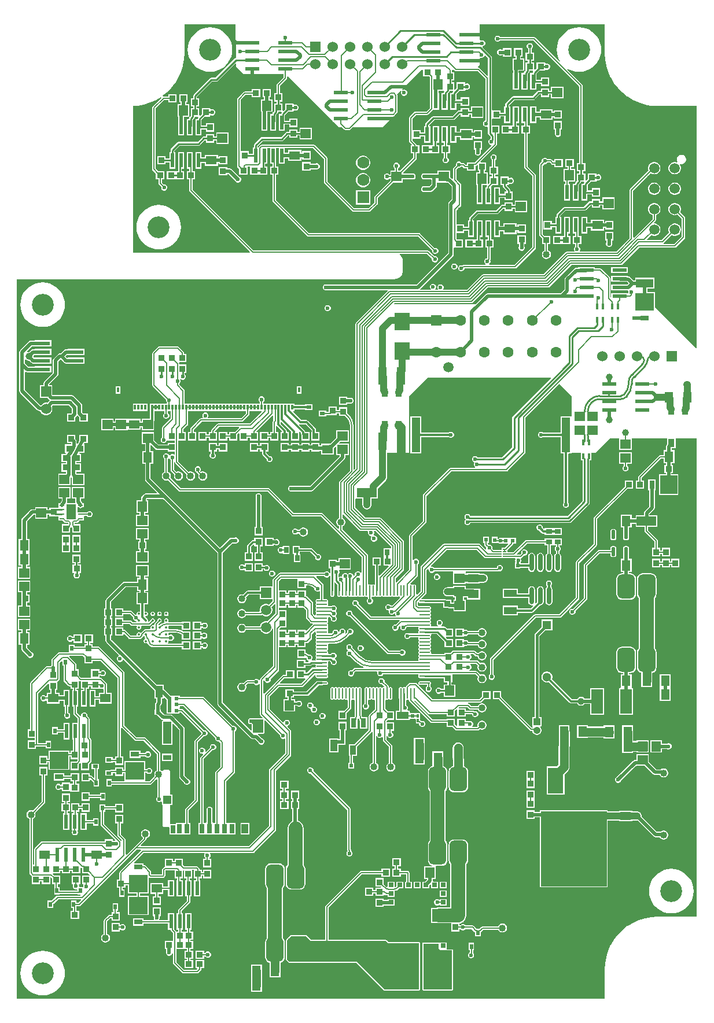
<source format=gtl>
G04*
G04 #@! TF.GenerationSoftware,Altium Limited,Altium Designer,23.1.1 (15)*
G04*
G04 Layer_Physical_Order=1*
G04 Layer_Color=255*
%FSLAX44Y44*%
%MOMM*%
G71*
G04*
G04 #@! TF.SameCoordinates,942C716A-FCC5-4316-BD2A-8FEC41E514F9*
G04*
G04*
G04 #@! TF.FilePolarity,Positive*
G04*
G01*
G75*
%ADD10C,0.2500*%
%ADD12C,0.2000*%
%ADD15C,0.4000*%
%ADD22R,1.2000X3.2000*%
%ADD23C,1.3106*%
%ADD24R,1.2000X1.2000*%
%ADD25R,1.2000X0.8000*%
%ADD26R,0.7000X1.2000*%
%ADD27R,0.7000X1.4000*%
%ADD28R,1.0000X1.4000*%
%ADD29R,0.9500X0.9000*%
%ADD30R,0.6000X0.5000*%
%ADD31R,1.2700X5.0800*%
%ADD32R,2.8500X1.4000*%
%ADD33O,0.7000X2.5000*%
%ADD34R,1.9000X1.1000*%
%ADD35R,0.9000X0.7000*%
%ADD36R,1.1000X1.7000*%
%ADD37R,0.5000X0.6000*%
%ADD38C,0.3500*%
%ADD39R,1.3000X1.6000*%
%ADD40R,0.9000X0.9500*%
%ADD41R,0.7000X0.2500*%
%ADD42R,1.4500X2.2000*%
%ADD43R,0.8000X0.5000*%
G04:AMPARAMS|DCode=44|XSize=3.53mm|YSize=2.54mm|CornerRadius=0.635mm|HoleSize=0mm|Usage=FLASHONLY|Rotation=270.000|XOffset=0mm|YOffset=0mm|HoleType=Round|Shape=RoundedRectangle|*
%AMROUNDEDRECTD44*
21,1,3.5300,1.2700,0,0,270.0*
21,1,2.2600,2.5400,0,0,270.0*
1,1,1.2700,-0.6350,-1.1300*
1,1,1.2700,-0.6350,1.1300*
1,1,1.2700,0.6350,1.1300*
1,1,1.2700,0.6350,-1.1300*
%
%ADD44ROUNDEDRECTD44*%
%ADD45R,0.9000X0.9000*%
%ADD46R,0.7500X1.4000*%
%ADD47R,0.3000X0.8000*%
%ADD48R,0.4000X0.8000*%
%ADD49R,0.3000X0.5000*%
%ADD50R,0.9500X1.4000*%
%ADD51O,1.5500X0.2500*%
%ADD52O,0.2500X1.5500*%
%ADD53R,1.7000X1.1000*%
%ADD54R,0.7000X0.9000*%
%ADD55R,1.3000X2.5000*%
%ADD56R,2.1500X0.6000*%
%ADD57R,2.3000X2.5000*%
%ADD58R,1.4000X1.5000*%
%ADD59R,2.3200X3.8100*%
%ADD60R,9.6500X11.0000*%
%ADD61R,1.6000X1.3000*%
%ADD62R,2.7600X2.5400*%
%ADD63R,1.3000X0.8000*%
%ADD64R,0.5000X0.8000*%
%ADD65R,0.6000X2.1500*%
%ADD66R,1.5000X1.4000*%
%ADD67R,2.5000X1.3000*%
%ADD68R,0.4000X0.9000*%
%ADD69R,0.9500X1.2500*%
%ADD70R,0.8000X1.3000*%
%ADD71R,2.5400X2.7600*%
G04:AMPARAMS|DCode=72|XSize=1.3mm|YSize=0.55mm|CornerRadius=0.1375mm|HoleSize=0mm|Usage=FLASHONLY|Rotation=270.000|XOffset=0mm|YOffset=0mm|HoleType=Round|Shape=RoundedRectangle|*
%AMROUNDEDRECTD72*
21,1,1.3000,0.2750,0,0,270.0*
21,1,1.0250,0.5500,0,0,270.0*
1,1,0.2750,-0.1375,-0.5125*
1,1,0.2750,-0.1375,0.5125*
1,1,0.2750,0.1375,0.5125*
1,1,0.2750,0.1375,-0.5125*
%
%ADD72ROUNDEDRECTD72*%
%ADD73R,1.7500X3.6000*%
%ADD74R,1.9200X4.4600*%
%ADD75R,3.1900X3.1900*%
%ADD76R,1.9200X1.9200*%
%ADD77R,1.9200X3.1900*%
%ADD78R,0.7000X0.7000*%
G04:AMPARAMS|DCode=79|XSize=1.3mm|YSize=0.55mm|CornerRadius=0.1375mm|HoleSize=0mm|Usage=FLASHONLY|Rotation=0.000|XOffset=0mm|YOffset=0mm|HoleType=Round|Shape=RoundedRectangle|*
%AMROUNDEDRECTD79*
21,1,1.3000,0.2750,0,0,0.0*
21,1,1.0250,0.5500,0,0,0.0*
1,1,0.2750,0.5125,-0.1375*
1,1,0.2750,-0.5125,-0.1375*
1,1,0.2750,-0.5125,0.1375*
1,1,0.2750,0.5125,0.1375*
%
%ADD79ROUNDEDRECTD79*%
%ADD80R,0.5300X0.2000*%
%ADD83R,3.9600X3.9600*%
%ADD87C,1.0160*%
%ADD125R,1.3000X1.3000*%
%ADD126C,1.3000*%
%ADD141C,0.5000*%
%ADD142C,0.3500*%
%ADD143C,1.0000*%
%ADD144C,0.3000*%
%ADD145C,1.3000*%
%ADD146C,2.0000*%
%ADD147R,1.0500X1.0500*%
%ADD148C,1.0500*%
%ADD149C,1.5000*%
%ADD150R,1.5300X1.5300*%
%ADD151C,1.5300*%
%ADD152R,1.5000X1.5000*%
%ADD153C,1.6000*%
%ADD154R,1.6000X1.6000*%
%ADD155C,1.7780*%
%ADD156R,1.7780X1.7780*%
%ADD157C,3.2000*%
%ADD158R,1.5300X1.5300*%
%ADD159C,0.6000*%
%ADD160C,1.0000*%
G36*
X691696Y1379339D02*
Y1354568D01*
X690523Y1354082D01*
X679802Y1364802D01*
X678976Y1365355D01*
X678000Y1365549D01*
X677208D01*
X676722Y1366722D01*
X679924Y1369924D01*
Y1379460D01*
X680980Y1380166D01*
X681539Y1379934D01*
X683329D01*
X684983Y1380619D01*
X686249Y1381885D01*
X686573Y1382666D01*
X688071Y1382964D01*
X691696Y1379339D01*
D02*
G37*
G36*
X862451Y1387000D02*
X862466Y1386923D01*
X862456Y1386846D01*
X863004Y1377806D01*
X863043Y1377656D01*
X863041Y1377500D01*
X864674Y1368592D01*
X864732Y1368448D01*
X864748Y1368294D01*
X867443Y1359648D01*
X867517Y1359511D01*
X867552Y1359360D01*
X871270Y1351101D01*
X871360Y1350975D01*
X871413Y1350829D01*
X876098Y1343079D01*
X876203Y1342964D01*
X876273Y1342825D01*
X881858Y1335697D01*
X881976Y1335595D01*
X882063Y1335466D01*
X888466Y1329062D01*
X888596Y1328976D01*
X888697Y1328858D01*
X895826Y1323273D01*
X895964Y1323203D01*
X896079Y1323098D01*
X903829Y1318412D01*
X903975Y1318360D01*
X904102Y1318269D01*
X912360Y1314552D01*
X912511Y1314517D01*
X912648Y1314443D01*
X921294Y1311748D01*
X921448Y1311731D01*
X921592Y1311674D01*
X930500Y1310041D01*
X930656Y1310043D01*
X930806Y1310004D01*
X939846Y1309456D01*
X939923Y1309466D01*
X940000Y1309451D01*
X997451D01*
X997451Y955208D01*
X996278Y954722D01*
X936300Y1014700D01*
Y1037200D01*
X925078D01*
Y1042000D01*
X935000D01*
Y1058000D01*
X907000D01*
Y1053955D01*
X905036D01*
X904654Y1054113D01*
X899907Y1058861D01*
X898584Y1059745D01*
X897023Y1060055D01*
X896627Y1060977D01*
X872127D01*
Y1051977D01*
X884483D01*
X884877Y1051899D01*
X884877Y1051899D01*
X895334D01*
X897355Y1049877D01*
X895755Y1048277D01*
X872127D01*
Y1039277D01*
X896284D01*
X897237Y1038260D01*
X897086Y1037895D01*
Y1036657D01*
X896795Y1035972D01*
X895930Y1035577D01*
X872127D01*
Y1030314D01*
X870857Y1029646D01*
X870549Y1029858D01*
Y1057000D01*
X870355Y1057975D01*
X869802Y1058802D01*
X857625Y1070979D01*
X856798Y1071532D01*
X855823Y1071726D01*
X848127D01*
Y1073677D01*
X823627D01*
Y1072755D01*
X821127D01*
X819566Y1072445D01*
X818243Y1071561D01*
X818243Y1071561D01*
X804836Y1058154D01*
X803952Y1056831D01*
X803642Y1055270D01*
X803642Y1055270D01*
Y1040386D01*
X798411Y1035155D01*
X691077D01*
X689516Y1034845D01*
X688193Y1033961D01*
X688193Y1033961D01*
X673232Y1019000D01*
X554370Y1019000D01*
X553913Y1020104D01*
X554703Y1021071D01*
X667499D01*
X668474Y1021265D01*
X669301Y1021818D01*
X691415Y1043931D01*
X779780D01*
X780755Y1044125D01*
X781582Y1044678D01*
X813856Y1076951D01*
X886460D01*
X887436Y1077145D01*
X888262Y1077698D01*
X912916Y1102351D01*
X965200D01*
X966176Y1102545D01*
X967002Y1103098D01*
X979702Y1115798D01*
X980255Y1116625D01*
X980449Y1117600D01*
Y1145540D01*
X980255Y1146515D01*
X979702Y1147342D01*
X972868Y1154177D01*
X973347Y1155006D01*
X973960Y1157295D01*
Y1159665D01*
X973347Y1161954D01*
X972162Y1164006D01*
X970486Y1165682D01*
X968434Y1166867D01*
X966145Y1167480D01*
X963775D01*
X961486Y1166867D01*
X959434Y1165682D01*
X957758Y1164006D01*
X956573Y1161954D01*
X955960Y1159665D01*
Y1157295D01*
X956573Y1155006D01*
X957758Y1152954D01*
X959434Y1151278D01*
X961486Y1150093D01*
X963775Y1149480D01*
X966145D01*
X968434Y1150093D01*
X969263Y1150572D01*
X975351Y1144484D01*
Y1118656D01*
X964144Y1107449D01*
X949282D01*
X948960Y1107973D01*
X948804Y1108719D01*
X960657Y1120572D01*
X961486Y1120093D01*
X963775Y1119480D01*
X966145D01*
X968434Y1120093D01*
X970486Y1121278D01*
X972162Y1122954D01*
X973347Y1125006D01*
X973960Y1127295D01*
Y1129665D01*
X973347Y1131954D01*
X972162Y1134006D01*
X970486Y1135682D01*
X968434Y1136867D01*
X966145Y1137480D01*
X963775D01*
X961486Y1136867D01*
X959434Y1135682D01*
X957758Y1134006D01*
X956573Y1131954D01*
X955960Y1129665D01*
Y1127295D01*
X956573Y1125006D01*
X957052Y1124177D01*
X945758Y1112883D01*
X924627D01*
X924141Y1114056D01*
X930657Y1120572D01*
X931486Y1120093D01*
X933775Y1119480D01*
X936145D01*
X938434Y1120093D01*
X940486Y1121278D01*
X942162Y1122954D01*
X943347Y1125006D01*
X943960Y1127295D01*
Y1129665D01*
X943347Y1131954D01*
X942162Y1134006D01*
X940486Y1135682D01*
X938434Y1136867D01*
X936145Y1137480D01*
X934992D01*
X934465Y1138750D01*
X936762Y1141047D01*
X937315Y1141874D01*
X937509Y1142849D01*
Y1149846D01*
X938434Y1150093D01*
X940486Y1151278D01*
X942162Y1152954D01*
X943347Y1155006D01*
X943960Y1157295D01*
Y1159665D01*
X943347Y1161954D01*
X942162Y1164006D01*
X940486Y1165682D01*
X938434Y1166867D01*
X936145Y1167480D01*
X933775D01*
X931486Y1166867D01*
X929434Y1165682D01*
X927758Y1164006D01*
X926573Y1161954D01*
X925960Y1159665D01*
Y1157295D01*
X926573Y1155006D01*
X927758Y1152954D01*
X929434Y1151278D01*
X931486Y1150093D01*
X932411Y1149846D01*
Y1143905D01*
X905422Y1116916D01*
X904249Y1117402D01*
Y1185422D01*
X929859Y1211033D01*
X931486Y1210093D01*
X933775Y1209480D01*
X936145D01*
X938434Y1210093D01*
X940486Y1211278D01*
X942162Y1212954D01*
X943347Y1215006D01*
X943960Y1217295D01*
Y1219665D01*
X943347Y1221954D01*
X942162Y1224006D01*
X940486Y1225682D01*
X938434Y1226867D01*
X936145Y1227480D01*
X933775D01*
X931486Y1226867D01*
X929434Y1225682D01*
X927758Y1224006D01*
X926573Y1221954D01*
X925960Y1219665D01*
Y1217295D01*
X926573Y1215006D01*
X926592Y1214975D01*
X899898Y1188280D01*
X899345Y1187454D01*
X899151Y1186478D01*
Y1115595D01*
X879605Y1096049D01*
X826209D01*
X825683Y1097319D01*
X825815Y1097451D01*
X826500Y1099105D01*
Y1100895D01*
X825815Y1102549D01*
X824549Y1103815D01*
X824549Y1103815D01*
Y1107000D01*
X828250D01*
Y1119000D01*
X824549D01*
Y1122627D01*
X824723D01*
Y1147127D01*
X815723D01*
Y1122627D01*
X819451D01*
Y1119000D01*
X815750D01*
Y1107000D01*
X819451D01*
Y1103815D01*
X819451Y1103815D01*
X818185Y1102549D01*
X817500Y1100895D01*
Y1099105D01*
X818185Y1097451D01*
X818317Y1097319D01*
X817791Y1096049D01*
X807001D01*
X806026Y1095855D01*
X805199Y1095302D01*
X772925Y1063029D01*
X684560D01*
X683585Y1062835D01*
X682757Y1062282D01*
X660644Y1040169D01*
X626552D01*
X626066Y1041342D01*
X626115Y1041391D01*
X626800Y1043045D01*
Y1044835D01*
X626115Y1046489D01*
X624849Y1047755D01*
X623195Y1048440D01*
X621405D01*
X619751Y1047755D01*
X618485Y1046489D01*
X617800Y1044835D01*
Y1043045D01*
X618485Y1041391D01*
X618534Y1041342D01*
X618048Y1040169D01*
X615026D01*
X614500Y1041439D01*
X615108Y1042047D01*
X615794Y1043701D01*
Y1045492D01*
X615108Y1047145D01*
X613843Y1048411D01*
X612189Y1049097D01*
X610398D01*
X608745Y1048411D01*
X607479Y1047145D01*
X606794Y1045492D01*
Y1043701D01*
X607479Y1042047D01*
X608087Y1041439D01*
X607561Y1040169D01*
X593073D01*
X592547Y1041439D01*
X640424Y1089316D01*
X640424Y1089316D01*
X641308Y1090639D01*
X641618Y1092200D01*
X641618Y1092200D01*
Y1101666D01*
X642750Y1102000D01*
Y1102000D01*
X655250D01*
Y1114000D01*
X646605D01*
X645549Y1115056D01*
Y1123750D01*
X657000D01*
Y1127073D01*
X662323D01*
Y1117627D01*
X671323D01*
Y1142127D01*
X669627D01*
Y1143662D01*
X677161Y1151196D01*
X705000D01*
X706073Y1151410D01*
X706983Y1152017D01*
X714161Y1159196D01*
X716000D01*
Y1155750D01*
X728000D01*
Y1159196D01*
X731000D01*
Y1153500D01*
X749000D01*
Y1170500D01*
X731000D01*
Y1164804D01*
X728000D01*
Y1168250D01*
X716000D01*
Y1164804D01*
X713000D01*
X711927Y1164591D01*
X711017Y1163983D01*
X703839Y1156804D01*
X676000D01*
X674927Y1156590D01*
X674017Y1155983D01*
X664840Y1146806D01*
X664233Y1145896D01*
X664019Y1144823D01*
Y1142127D01*
X662323D01*
Y1132681D01*
X657000D01*
Y1136250D01*
X645549D01*
Y1156722D01*
X652042Y1163216D01*
X652595Y1164043D01*
X652789Y1165018D01*
Y1193982D01*
X652595Y1194957D01*
X652042Y1195784D01*
X645549Y1202278D01*
Y1216057D01*
X648548Y1219056D01*
X648549Y1219056D01*
X650339D01*
X651993Y1219742D01*
X653259Y1221007D01*
X654432Y1220963D01*
X656198Y1219198D01*
X657025Y1218645D01*
X658000Y1218451D01*
X660750D01*
Y1215000D01*
X673250D01*
Y1221698D01*
X674222Y1221891D01*
X675049Y1222444D01*
X675577Y1222972D01*
X676750Y1222486D01*
Y1215000D01*
X678922D01*
Y1212000D01*
X674500D01*
Y1194000D01*
X675445D01*
Y1190627D01*
X675023D01*
Y1166127D01*
X684023D01*
Y1190627D01*
X683601D01*
Y1194000D01*
X689767D01*
X690223Y1192730D01*
X689868Y1192199D01*
X689674Y1191223D01*
Y1190627D01*
X687723D01*
Y1166127D01*
X696723D01*
Y1190627D01*
X696723D01*
X696286Y1191682D01*
X698053Y1193448D01*
X698421Y1194000D01*
X706250D01*
Y1206000D01*
X702549D01*
Y1209000D01*
X706250D01*
Y1221000D01*
X702549D01*
Y1230185D01*
X702549Y1230185D01*
X703815Y1231451D01*
X704500Y1233105D01*
Y1234895D01*
X703815Y1236549D01*
X702549Y1237815D01*
X700895Y1238500D01*
X699105D01*
X697451Y1237815D01*
X696185Y1236549D01*
X695500Y1234895D01*
Y1233105D01*
X696185Y1231451D01*
X697451Y1230185D01*
X697451Y1230185D01*
Y1221000D01*
X693750D01*
Y1209000D01*
X697451D01*
Y1206000D01*
X693750D01*
Y1196746D01*
X693701Y1196500D01*
Y1196306D01*
X692673Y1195278D01*
X691500Y1195764D01*
Y1212000D01*
X687078D01*
Y1215000D01*
X689250D01*
Y1227000D01*
X681264D01*
X680778Y1228173D01*
X703802Y1251198D01*
X704355Y1252025D01*
X704549Y1253000D01*
Y1269000D01*
X708250D01*
Y1281000D01*
X697304D01*
Y1289768D01*
X698000Y1290750D01*
X698574Y1290750D01*
X710000D01*
Y1294073D01*
X715323D01*
Y1284627D01*
X724323D01*
Y1309127D01*
X722627D01*
Y1310662D01*
X730161Y1318196D01*
X758000D01*
X759073Y1318409D01*
X759983Y1319017D01*
X767161Y1326196D01*
X769000D01*
Y1322750D01*
X781000D01*
Y1326196D01*
X784000D01*
Y1320500D01*
X802000D01*
Y1337500D01*
X784000D01*
Y1331804D01*
X781000D01*
Y1335250D01*
X769000D01*
Y1331804D01*
X766000D01*
X764927Y1331590D01*
X764017Y1330983D01*
X756839Y1323804D01*
X729000D01*
X727927Y1323590D01*
X727017Y1322983D01*
X717840Y1313806D01*
X717233Y1312896D01*
X717019Y1311823D01*
Y1309127D01*
X715323D01*
Y1299681D01*
X710000D01*
Y1303250D01*
X698574D01*
X698000Y1303250D01*
X697304Y1304232D01*
Y1380500D01*
X697091Y1381573D01*
X696483Y1382482D01*
X683512Y1395453D01*
X684038Y1396723D01*
X684118D01*
X685772Y1397408D01*
X687038Y1398674D01*
X687723Y1400328D01*
Y1402118D01*
X687038Y1403772D01*
X685772Y1405038D01*
X684118Y1405723D01*
X682328D01*
X681194Y1405253D01*
X679924Y1405948D01*
Y1429451D01*
X862451D01*
Y1387000D01*
D02*
G37*
G36*
X322921Y1379725D02*
X322777Y1379581D01*
X321704Y1379367D01*
X320794Y1378760D01*
X292839Y1350804D01*
X287000D01*
X285927Y1350590D01*
X285017Y1349983D01*
X261017Y1325983D01*
X260410Y1325073D01*
X260196Y1324000D01*
Y1321000D01*
X256750D01*
Y1309000D01*
X260196D01*
Y1306000D01*
X256750D01*
Y1294619D01*
X255515Y1293384D01*
X254630Y1294065D01*
X254500Y1294562D01*
X254500Y1295202D01*
Y1312000D01*
X250078D01*
Y1315000D01*
X252250D01*
Y1327000D01*
X239750D01*
Y1315000D01*
X241922D01*
Y1312000D01*
X237500D01*
Y1294000D01*
X238445D01*
Y1290627D01*
X238023D01*
Y1266127D01*
X247023D01*
Y1290627D01*
X246601D01*
Y1294000D01*
X253241D01*
X254335Y1294000D01*
X254703Y1293521D01*
X254854Y1293042D01*
X254892Y1292761D01*
X254671Y1292431D01*
X254284Y1291852D01*
X254071Y1290779D01*
Y1290627D01*
X250723D01*
Y1266127D01*
X259723D01*
Y1289662D01*
X261754Y1291693D01*
X262362Y1292602D01*
X262575Y1293675D01*
Y1294000D01*
X267375D01*
X267861Y1292827D01*
X267690Y1292656D01*
X267083Y1291746D01*
X266869Y1290673D01*
Y1290627D01*
X263423D01*
Y1266127D01*
X272423D01*
Y1275196D01*
X279000D01*
Y1271750D01*
X291000D01*
Y1284250D01*
X279000D01*
Y1280804D01*
X272477D01*
Y1289512D01*
X276965Y1294000D01*
X285250D01*
Y1294894D01*
X286520Y1295742D01*
X287105Y1295500D01*
X288895D01*
X290549Y1296185D01*
X291815Y1297451D01*
X292500Y1299105D01*
Y1300895D01*
X291815Y1302549D01*
X290549Y1303815D01*
X288895Y1304500D01*
X287105D01*
X286520Y1304258D01*
X285250Y1305106D01*
Y1306000D01*
X272750D01*
Y1297715D01*
X270423Y1295389D01*
X269250Y1295875D01*
Y1306000D01*
X265804D01*
Y1309000D01*
X269250D01*
Y1321000D01*
X265804D01*
Y1322839D01*
X288161Y1345196D01*
X294000D01*
X295073Y1345410D01*
X295983Y1346017D01*
X321798Y1371833D01*
X322973Y1371350D01*
X323000Y1367000D01*
X334000Y1356000D01*
X392828D01*
Y1351433D01*
X383198Y1341802D01*
X382645Y1340975D01*
X382451Y1340000D01*
Y1328000D01*
X378750D01*
Y1316000D01*
X382196D01*
Y1313000D01*
X378750D01*
Y1301619D01*
X377515Y1300384D01*
X376630Y1301065D01*
X376500Y1301562D01*
X376500Y1302202D01*
Y1319000D01*
X372078D01*
Y1322000D01*
X374250D01*
Y1334000D01*
X361750D01*
Y1322000D01*
X363922D01*
Y1319000D01*
X359500D01*
Y1301000D01*
X360445D01*
Y1297627D01*
X360023D01*
Y1273127D01*
X369023D01*
Y1297627D01*
X368601D01*
Y1301000D01*
X375241D01*
X376335Y1301000D01*
X376703Y1300521D01*
X376854Y1300042D01*
X376892Y1299761D01*
X376671Y1299431D01*
X376284Y1298852D01*
X376071Y1297779D01*
Y1297627D01*
X372723D01*
Y1273127D01*
X381723D01*
Y1296662D01*
X383754Y1298693D01*
X384362Y1299602D01*
X384575Y1300675D01*
Y1301000D01*
X389375D01*
X389861Y1299827D01*
X389690Y1299656D01*
X389083Y1298746D01*
X388869Y1297673D01*
Y1297627D01*
X385423D01*
Y1273127D01*
X394423D01*
Y1282196D01*
X401000D01*
Y1278750D01*
X413000D01*
Y1291250D01*
X401000D01*
Y1287804D01*
X394477D01*
Y1296512D01*
X398965Y1301000D01*
X407250D01*
Y1301894D01*
X408520Y1302742D01*
X409105Y1302500D01*
X410895D01*
X412549Y1303185D01*
X413815Y1304451D01*
X414500Y1306105D01*
Y1307895D01*
X413815Y1309549D01*
X412549Y1310815D01*
X410895Y1311500D01*
X409105D01*
X408520Y1311258D01*
X407250Y1312106D01*
Y1313000D01*
X394750D01*
Y1304715D01*
X392423Y1302389D01*
X391250Y1302875D01*
Y1313000D01*
X387804D01*
Y1316000D01*
X391250D01*
Y1328000D01*
X387549D01*
Y1338944D01*
X397179Y1348575D01*
X397732Y1349402D01*
X397926Y1350377D01*
Y1352415D01*
X399099Y1352901D01*
X464373Y1287627D01*
Y1286323D01*
X465677D01*
X474000Y1278000D01*
X478395D01*
X481198Y1275198D01*
X482025Y1274645D01*
X483000Y1274451D01*
X489000D01*
X489976Y1274645D01*
X490802Y1275198D01*
X493605Y1278000D01*
X537000D01*
X553563Y1294563D01*
X553975Y1294645D01*
X554802Y1295198D01*
X558802Y1299198D01*
X559355Y1300025D01*
X559549Y1301000D01*
Y1325000D01*
X559355Y1325975D01*
X558802Y1326802D01*
X563918Y1331918D01*
X564995Y1331199D01*
X564423Y1329818D01*
Y1328028D01*
X565108Y1326374D01*
X566374Y1325108D01*
X568028Y1324423D01*
X569818D01*
X571472Y1325108D01*
X572738Y1326374D01*
X573423Y1328028D01*
Y1329818D01*
X572738Y1331472D01*
X571472Y1332738D01*
X569818Y1333423D01*
X568028D01*
X566647Y1332851D01*
X565928Y1333928D01*
X594000Y1362000D01*
X596750D01*
Y1353000D01*
X605395D01*
X606451Y1351944D01*
Y1306324D01*
X601676Y1301549D01*
X586000D01*
X585024Y1301355D01*
X584198Y1300802D01*
X577198Y1293802D01*
X576645Y1292975D01*
X576451Y1292000D01*
Y1258000D01*
X576645Y1257025D01*
X577198Y1256198D01*
X580222Y1253173D01*
X579736Y1252000D01*
X578750D01*
Y1240000D01*
X582451D01*
Y1234056D01*
X562895Y1214500D01*
X560549D01*
Y1218185D01*
X560549Y1218185D01*
X561815Y1219451D01*
X562500Y1221105D01*
Y1222895D01*
X561815Y1224549D01*
X560549Y1225815D01*
X558895Y1226500D01*
X557105D01*
X555451Y1225815D01*
X554185Y1224549D01*
X553500Y1222895D01*
Y1221105D01*
X554185Y1219451D01*
X555451Y1218185D01*
X555451Y1218185D01*
Y1214500D01*
X549000D01*
Y1208754D01*
X547730Y1208634D01*
X546549Y1209815D01*
X544895Y1210500D01*
X543105D01*
X541451Y1209815D01*
X540185Y1208549D01*
X539500Y1206895D01*
Y1205105D01*
X540185Y1203451D01*
X541451Y1202185D01*
X543105Y1201500D01*
X544895D01*
X546549Y1202185D01*
X547730Y1203366D01*
X549000Y1203246D01*
Y1200605D01*
X526198Y1177802D01*
X525645Y1176975D01*
X525451Y1176000D01*
Y1168056D01*
X516944Y1159549D01*
X496056D01*
X456549Y1199056D01*
Y1233000D01*
X456355Y1233976D01*
X455802Y1234802D01*
X438675Y1251929D01*
X437849Y1252482D01*
X436873Y1252676D01*
X360488D01*
X359512Y1252482D01*
X358685Y1251929D01*
X356198Y1249442D01*
X355987Y1249127D01*
X354627D01*
Y1250662D01*
X362161Y1258196D01*
X390000D01*
X391073Y1258410D01*
X391983Y1259017D01*
X399161Y1266196D01*
X401000D01*
Y1262750D01*
X413000D01*
Y1266196D01*
X416000D01*
Y1260500D01*
X434000D01*
Y1277500D01*
X416000D01*
Y1271804D01*
X413000D01*
Y1275250D01*
X401000D01*
Y1271804D01*
X398000D01*
X396927Y1271590D01*
X396017Y1270983D01*
X388839Y1263804D01*
X361000D01*
X359927Y1263590D01*
X359017Y1262983D01*
X349840Y1253806D01*
X349233Y1252896D01*
X349019Y1251823D01*
Y1249127D01*
X347323D01*
Y1239681D01*
X342000D01*
Y1243250D01*
X330000D01*
X329549Y1244333D01*
Y1317944D01*
X337056Y1325451D01*
X345750D01*
Y1322000D01*
X358250D01*
Y1334000D01*
X345750D01*
Y1330549D01*
X336000D01*
X335024Y1330355D01*
X334198Y1329802D01*
X325198Y1320802D01*
X324645Y1319975D01*
X324451Y1319000D01*
Y1222000D01*
X324645Y1221025D01*
X325198Y1220198D01*
X327750Y1217645D01*
Y1209000D01*
X340250D01*
Y1220451D01*
X343750D01*
Y1209000D01*
X356250D01*
Y1209000D01*
X356750Y1209000D01*
Y1209000D01*
X369250D01*
Y1221000D01*
X365804D01*
Y1224627D01*
X369023D01*
Y1247578D01*
X372723D01*
Y1224627D01*
X376451D01*
Y1221000D01*
X372750D01*
Y1209000D01*
X376451D01*
Y1171000D01*
X376645Y1170024D01*
X377198Y1169198D01*
X427198Y1119198D01*
X428024Y1118645D01*
X429000Y1118451D01*
X589904D01*
X610180Y1098175D01*
X610180Y1098175D01*
Y1096385D01*
X610865Y1094731D01*
X612131Y1093465D01*
X613785Y1092780D01*
X615575D01*
X617229Y1093465D01*
X618495Y1094731D01*
X619180Y1096385D01*
Y1098175D01*
X618495Y1099829D01*
X617229Y1101095D01*
X615575Y1101780D01*
X613785D01*
X613785Y1101780D01*
X592762Y1122802D01*
X591936Y1123355D01*
X590960Y1123549D01*
X430056D01*
X381549Y1172056D01*
Y1209000D01*
X385250D01*
Y1221000D01*
X381549D01*
Y1224627D01*
X381723D01*
Y1247578D01*
X385423D01*
Y1224627D01*
X394423D01*
Y1232799D01*
X399500Y1232799D01*
Y1229000D01*
X418500D01*
Y1232799D01*
X420000D01*
Y1230750D01*
X432000D01*
Y1243250D01*
X420000D01*
Y1240955D01*
X418500D01*
Y1245000D01*
X399500D01*
Y1240955D01*
X394423Y1240955D01*
Y1247578D01*
X435817D01*
X451451Y1231944D01*
Y1198000D01*
X451645Y1197025D01*
X452198Y1196198D01*
X493198Y1155198D01*
X494025Y1154645D01*
X495000Y1154451D01*
X518000D01*
X518975Y1154645D01*
X519802Y1155198D01*
X529802Y1165198D01*
X530355Y1166024D01*
X530549Y1167000D01*
Y1174944D01*
X553105Y1197500D01*
X567000D01*
Y1202422D01*
X571246D01*
X571253Y1202417D01*
X572375Y1202194D01*
X582625D01*
X583747Y1202417D01*
X584698Y1203052D01*
X585333Y1204003D01*
X585556Y1205125D01*
Y1207875D01*
X585333Y1208997D01*
X584698Y1209948D01*
X583747Y1210583D01*
X582625Y1210806D01*
X572375D01*
X571253Y1210583D01*
X571246Y1210578D01*
X567979D01*
X567453Y1211848D01*
X586802Y1231198D01*
X587355Y1232025D01*
X587549Y1233000D01*
Y1240000D01*
X591250D01*
Y1252000D01*
X587220D01*
Y1252328D01*
X587026Y1253304D01*
X586474Y1254131D01*
X581549Y1259056D01*
Y1261750D01*
X593000D01*
Y1265073D01*
X598323D01*
Y1255627D01*
X607323D01*
Y1280127D01*
X605627D01*
Y1281662D01*
X613161Y1289196D01*
X641000D01*
X642073Y1289410D01*
X642983Y1290017D01*
X650161Y1297196D01*
X652000D01*
Y1293750D01*
X664000D01*
Y1297196D01*
X667000D01*
Y1291500D01*
X685000D01*
Y1308500D01*
X667000D01*
Y1302804D01*
X664000D01*
Y1306250D01*
X652000D01*
Y1302804D01*
X649000D01*
X647927Y1302590D01*
X647017Y1301983D01*
X639839Y1294804D01*
X612000D01*
X610927Y1294590D01*
X610017Y1293983D01*
X600840Y1284806D01*
X600233Y1283896D01*
X600019Y1282823D01*
Y1280127D01*
X598323D01*
Y1270681D01*
X593000D01*
Y1274250D01*
X581549D01*
Y1290944D01*
X587056Y1296451D01*
X602732D01*
X603707Y1296645D01*
X604534Y1297198D01*
X610802Y1303466D01*
X611244Y1304127D01*
X620023D01*
Y1328627D01*
X619601D01*
Y1332000D01*
X627335D01*
X628116Y1330985D01*
X627892Y1330761D01*
X627284Y1329852D01*
X627071Y1328779D01*
Y1328627D01*
X623723D01*
Y1304127D01*
X632723D01*
Y1327662D01*
X634754Y1329693D01*
X635362Y1330602D01*
X635575Y1331675D01*
Y1332000D01*
X640375D01*
X640862Y1330827D01*
X640690Y1330656D01*
X640083Y1329746D01*
X639869Y1328673D01*
Y1328627D01*
X636423D01*
Y1304127D01*
X645423D01*
Y1313196D01*
X652000D01*
Y1309750D01*
X664000D01*
Y1322250D01*
X652000D01*
Y1318804D01*
X645477D01*
Y1327512D01*
X649965Y1332000D01*
X658250D01*
Y1332894D01*
X659520Y1333742D01*
X660105Y1333500D01*
X661895D01*
X663549Y1334185D01*
X664815Y1335451D01*
X665500Y1337105D01*
Y1338895D01*
X664815Y1340549D01*
X663549Y1341815D01*
X661895Y1342500D01*
X660105D01*
X659520Y1342258D01*
X658250Y1343106D01*
Y1344000D01*
X645750D01*
Y1335715D01*
X643423Y1333389D01*
X642250Y1333875D01*
Y1344000D01*
X638804D01*
Y1347000D01*
X642250D01*
Y1359000D01*
X638549D01*
Y1362000D01*
X642395D01*
X643198Y1361198D01*
X644025Y1360645D01*
X645000Y1360451D01*
X676944D01*
X688201Y1349194D01*
Y1288250D01*
X687855D01*
X686201Y1287565D01*
X684935Y1286299D01*
X684250Y1284645D01*
Y1282855D01*
X684935Y1281201D01*
X686201Y1279935D01*
X687855Y1279250D01*
X689645D01*
X690426Y1279574D01*
X691696Y1278725D01*
Y1269361D01*
X691910Y1268288D01*
X692517Y1267378D01*
X695446Y1264450D01*
Y1261434D01*
X693951Y1260815D01*
X692685Y1259549D01*
X692000Y1257895D01*
Y1256105D01*
X692685Y1254451D01*
X693951Y1253185D01*
X695605Y1252500D01*
X696099D01*
X696625Y1251230D01*
X672395Y1227000D01*
X660750D01*
Y1223549D01*
X659056D01*
X657246Y1225359D01*
X656419Y1225911D01*
X655444Y1226105D01*
X653259D01*
X653259Y1226105D01*
X651993Y1227371D01*
X650339Y1228056D01*
X648549D01*
X646895Y1227371D01*
X645629Y1226105D01*
X644944Y1224451D01*
Y1222661D01*
X644944Y1222661D01*
X641198Y1218915D01*
X640645Y1218088D01*
X640451Y1217113D01*
Y1203087D01*
X639278Y1202601D01*
X637495Y1204384D01*
X636172Y1205268D01*
X636000Y1205302D01*
Y1214500D01*
X618000D01*
Y1210578D01*
X608754D01*
X608747Y1210583D01*
X607625Y1210806D01*
X597375D01*
X596253Y1210583D01*
X595302Y1209948D01*
X594667Y1208997D01*
X594444Y1207875D01*
Y1205125D01*
X594667Y1204003D01*
X595302Y1203052D01*
X596253Y1202417D01*
X597375Y1202194D01*
X607625D01*
X607652Y1202199D01*
X608922Y1201157D01*
Y1194689D01*
X606061Y1191828D01*
X602750D01*
X602639Y1191806D01*
X597375D01*
X596253Y1191583D01*
X595302Y1190948D01*
X594667Y1189997D01*
X594444Y1188875D01*
Y1186125D01*
X594667Y1185003D01*
X595302Y1184052D01*
X596253Y1183417D01*
X597375Y1183194D01*
X607625D01*
X608747Y1183417D01*
X609698Y1184052D01*
X609925Y1184393D01*
X610634Y1184866D01*
X615884Y1190116D01*
X615884Y1190116D01*
X616768Y1191439D01*
X617078Y1193000D01*
Y1196659D01*
X618000Y1197500D01*
X631106D01*
X631500Y1197422D01*
X631500Y1197422D01*
X632922D01*
X638542Y1191802D01*
Y1172629D01*
X634656Y1168744D01*
X633772Y1167421D01*
X633462Y1165860D01*
X633462Y1165860D01*
Y1093889D01*
X587591Y1048018D01*
X456573D01*
X455555Y1048440D01*
X453765D01*
X452111Y1047755D01*
X450845Y1046489D01*
X450160Y1044835D01*
Y1043045D01*
X450845Y1041391D01*
X452111Y1040125D01*
X453765Y1039440D01*
X455555D01*
X456573Y1039862D01*
X544632D01*
X545158Y1038592D01*
X498578Y992011D01*
X498025Y991185D01*
X497831Y990209D01*
Y778973D01*
X495936Y777077D01*
X494762Y777563D01*
Y841844D01*
X494818D01*
X494399Y846098D01*
X493159Y850188D01*
X491144Y853957D01*
X489225Y856296D01*
X488433Y857262D01*
X488432Y857262D01*
X487511Y858104D01*
X486060Y859555D01*
Y868200D01*
X474060D01*
Y864499D01*
X470820D01*
Y869470D01*
X458820D01*
Y861729D01*
X454920D01*
Y863180D01*
X443920D01*
Y855180D01*
X454920D01*
Y856631D01*
X461030D01*
X462006Y856825D01*
X462222Y856970D01*
X470820D01*
Y859401D01*
X474060D01*
Y855700D01*
X482705D01*
X483890Y854515D01*
X484788Y853617D01*
X485568Y852670D01*
X486860Y851095D01*
X488399Y848216D01*
X489347Y845093D01*
X489666Y841852D01*
X489665Y841844D01*
Y775756D01*
X474448Y760539D01*
X473895Y759712D01*
X473701Y758736D01*
Y706030D01*
X472432Y705297D01*
X471207Y704072D01*
X470340Y702571D01*
X469892Y700898D01*
Y699165D01*
X470340Y697492D01*
X471207Y695992D01*
X472432Y694766D01*
X473701Y694034D01*
Y691073D01*
X472528Y690587D01*
X450112Y713002D01*
X449286Y713555D01*
X448310Y713749D01*
X407456D01*
X372134Y749070D01*
X371307Y749623D01*
X370332Y749817D01*
X242356D01*
X227114Y765059D01*
X227560Y766722D01*
Y768454D01*
X227112Y770128D01*
X226245Y771628D01*
X225020Y772853D01*
X223529Y773714D01*
Y792475D01*
X223529Y792475D01*
X224416Y793362D01*
X225743Y793232D01*
X225874Y793161D01*
X226055Y792725D01*
X227321Y791459D01*
X227321Y791459D01*
Y776478D01*
X227515Y775502D01*
X228068Y774676D01*
X232626Y770117D01*
X232180Y768454D01*
Y766722D01*
X232628Y765048D01*
X233495Y763548D01*
X234720Y762323D01*
X236220Y761456D01*
X237894Y761008D01*
X239626D01*
X241300Y761456D01*
X242800Y762323D01*
X244025Y763548D01*
X244892Y765048D01*
X245340Y766722D01*
Y768454D01*
X244892Y770128D01*
X244025Y771628D01*
X242800Y772853D01*
X241300Y773720D01*
X239626Y774168D01*
X237894D01*
X236231Y773722D01*
X232419Y777534D01*
Y787865D01*
X233671Y787908D01*
X233865Y786933D01*
X234418Y786106D01*
X250406Y770117D01*
X249960Y768454D01*
Y766722D01*
X250408Y765048D01*
X251275Y763548D01*
X252500Y762323D01*
X254000Y761456D01*
X255674Y761008D01*
X257406D01*
X259080Y761456D01*
X260580Y762323D01*
X261805Y763548D01*
X262672Y765048D01*
X263120Y766722D01*
Y768454D01*
X262672Y770128D01*
X261805Y771628D01*
X260580Y772853D01*
X259080Y773720D01*
X257406Y774168D01*
X255674D01*
X254011Y773722D01*
X238769Y788964D01*
Y819630D01*
X249851D01*
Y832130D01*
X246400D01*
Y836139D01*
X252071Y841811D01*
X252624Y842637D01*
X252818Y843613D01*
Y863062D01*
X262269D01*
Y863062D01*
X268269D01*
Y863062D01*
X277269D01*
Y863062D01*
X283269D01*
Y863062D01*
X292269D01*
Y863062D01*
X303269D01*
Y863062D01*
X322269D01*
Y863062D01*
X337720D01*
Y859485D01*
X330414Y852179D01*
X282489D01*
X281963Y853449D01*
X282024Y853510D01*
X282709Y855164D01*
Y856954D01*
X282024Y858608D01*
X280758Y859874D01*
X279104Y860559D01*
X277314D01*
X275660Y859874D01*
X274394Y858608D01*
X273709Y856954D01*
Y855164D01*
X274394Y853510D01*
X274455Y853449D01*
X273929Y852179D01*
X271780D01*
X270805Y851985D01*
X269978Y851432D01*
X257092Y838547D01*
X256540Y837720D01*
X256346Y836745D01*
Y832130D01*
X252895D01*
Y819630D01*
X264895D01*
Y832130D01*
X261444D01*
Y835689D01*
X272836Y847081D01*
X331470D01*
X332445Y847275D01*
X333272Y847828D01*
X342071Y856626D01*
X342624Y857453D01*
X342818Y858429D01*
Y863062D01*
X359958D01*
X360444Y861888D01*
X343114Y844559D01*
X297180D01*
X296205Y844365D01*
X295378Y843812D01*
X287180Y835615D01*
X286627Y834788D01*
X286433Y833812D01*
Y832130D01*
X282982D01*
Y828429D01*
X279939D01*
Y832130D01*
X267939D01*
Y819630D01*
X279939D01*
Y823331D01*
X282982D01*
Y819630D01*
X294982D01*
Y832130D01*
X292701D01*
X292175Y833400D01*
X298236Y839461D01*
X327000D01*
X327526Y838191D01*
X321465Y832130D01*
X313070D01*
Y828429D01*
X310026D01*
Y832130D01*
X298026D01*
Y819630D01*
X310026D01*
Y823331D01*
X313070D01*
Y819630D01*
X325070D01*
Y828525D01*
X326940Y830396D01*
X328114Y829910D01*
Y819630D01*
X340113D01*
Y823331D01*
X343157D01*
Y819630D01*
X355157D01*
Y832130D01*
X353524D01*
X353038Y833303D01*
X376450Y856715D01*
X377720Y856189D01*
Y849414D01*
X377442Y849136D01*
X376890Y848309D01*
X376696Y847334D01*
Y832130D01*
X373245D01*
Y828429D01*
X370201D01*
Y832130D01*
X358201D01*
Y819630D01*
X370201D01*
Y823331D01*
X373245D01*
Y819630D01*
X385245D01*
Y832130D01*
X381794D01*
Y840336D01*
X383064Y840722D01*
X383106Y840658D01*
X390364Y833400D01*
X389838Y832130D01*
X388288D01*
Y819630D01*
X400288D01*
Y832130D01*
X397347D01*
Y833801D01*
X397347Y833802D01*
X397114Y834972D01*
X396451Y835965D01*
X388328Y844088D01*
Y846477D01*
X389501Y846963D01*
X403626Y832839D01*
X403332Y832130D01*
X403332D01*
Y819630D01*
X415332D01*
Y832036D01*
X416297Y832868D01*
X418317Y830847D01*
Y828880D01*
X418317Y828880D01*
X418376Y828584D01*
Y819630D01*
X430376D01*
Y832130D01*
X424431D01*
X424202Y833285D01*
X423539Y834277D01*
X423539Y834277D01*
X415070Y842746D01*
X415879Y843733D01*
X416005Y843649D01*
X417175Y843416D01*
X417176Y843416D01*
X424799D01*
X433904Y834310D01*
Y832130D01*
X433420D01*
Y819630D01*
X445420D01*
Y832130D01*
X440022D01*
Y835577D01*
X439789Y836748D01*
X439126Y837740D01*
X428228Y848637D01*
X427236Y849300D01*
X426065Y849533D01*
X426065Y849533D01*
X418442D01*
X406087Y861888D01*
X406573Y863062D01*
X408269D01*
Y865562D01*
X423920D01*
Y864680D01*
X434920D01*
Y872680D01*
X423920D01*
Y871680D01*
X408269D01*
Y874062D01*
X398269D01*
Y874062D01*
X372269D01*
Y874062D01*
X363269D01*
Y874062D01*
X363023D01*
Y876089D01*
X363023Y876089D01*
X364289Y877355D01*
X364974Y879009D01*
Y880799D01*
X364289Y882454D01*
X363023Y883719D01*
X361370Y884404D01*
X359579D01*
X357925Y883719D01*
X356660Y882454D01*
X355974Y880799D01*
Y879009D01*
X356660Y877355D01*
X357925Y876089D01*
X357925Y876089D01*
Y874062D01*
X337269D01*
Y874062D01*
X323269D01*
Y874062D01*
X302269D01*
Y874062D01*
X293269D01*
Y874062D01*
X282269D01*
Y874062D01*
X278269D01*
Y874062D01*
X267269D01*
Y874062D01*
X263269D01*
Y874062D01*
X247818D01*
Y892651D01*
X247624Y893627D01*
X247071Y894454D01*
X239764Y901761D01*
Y902965D01*
X239764Y902965D01*
X241030Y904231D01*
X241715Y905885D01*
Y907675D01*
X241227Y908852D01*
X242304Y909572D01*
X242561Y909315D01*
X244215Y908630D01*
X246005D01*
X247659Y909315D01*
X248925Y910581D01*
X249610Y912235D01*
Y914025D01*
X248925Y915679D01*
X247914Y916690D01*
Y918310D01*
X250215D01*
Y930810D01*
X239764D01*
Y932310D01*
X239619Y933040D01*
X240082Y933908D01*
X240413Y934310D01*
X250215D01*
Y946810D01*
X246764D01*
Y948315D01*
X246570Y949290D01*
X246018Y950117D01*
X239292Y956842D01*
X238465Y957395D01*
X237490Y957589D01*
X210820D01*
X209844Y957395D01*
X209018Y956842D01*
X201398Y949222D01*
X200845Y948395D01*
X200651Y947420D01*
Y900430D01*
X200845Y899454D01*
X201398Y898628D01*
X220529Y879496D01*
X220529Y879496D01*
Y877706D01*
X221215Y876051D01*
X221934Y875332D01*
X221408Y874062D01*
X218269D01*
Y874062D01*
X197269D01*
Y868857D01*
X197210Y868562D01*
Y851770D01*
X185030D01*
Y847348D01*
X183530D01*
Y851270D01*
X164530D01*
X163760Y851770D01*
Y851770D01*
X145760D01*
Y847348D01*
X144030D01*
Y851770D01*
X126030D01*
Y834770D01*
X144030D01*
Y839192D01*
X145760D01*
Y834770D01*
X163760D01*
Y834770D01*
X164530Y835270D01*
X183530D01*
Y839192D01*
X185030D01*
Y834770D01*
X203030D01*
Y847741D01*
X203095Y847838D01*
X203328Y849009D01*
X203328Y849009D01*
Y863062D01*
X217269D01*
Y863062D01*
X218076D01*
Y859439D01*
X217165Y858529D01*
X216480Y856875D01*
Y855085D01*
X217165Y853431D01*
X218431Y852165D01*
X220085Y851480D01*
X221875D01*
X223529Y852165D01*
X224795Y853431D01*
X225480Y855085D01*
Y856875D01*
X224795Y858529D01*
X223529Y859795D01*
X223173Y859942D01*
Y863062D01*
X227720D01*
Y852082D01*
X215368Y839730D01*
X214815Y838903D01*
X214621Y837927D01*
Y824235D01*
X214621Y824235D01*
X213355Y822969D01*
X212670Y821315D01*
Y819525D01*
X213355Y817871D01*
X214621Y816605D01*
X216275Y815920D01*
X218065D01*
X219719Y816605D01*
X220985Y817871D01*
X221625Y819417D01*
X222807Y819630D01*
X222807Y819630D01*
X222808Y819630D01*
X233671D01*
Y816130D01*
X222807D01*
Y813958D01*
X209609D01*
X203030Y820538D01*
Y831770D01*
X185030D01*
Y814770D01*
X189762D01*
Y804267D01*
X185840D01*
Y785267D01*
X189762D01*
Y762699D01*
X189762Y762699D01*
X190072Y761138D01*
X190956Y759815D01*
X207520Y743252D01*
X207034Y742078D01*
X191000D01*
X189439Y741768D01*
X188116Y740884D01*
X188116Y740884D01*
X185187Y737955D01*
X184303Y736632D01*
X183993Y735071D01*
X183993Y735071D01*
Y732000D01*
X177500D01*
Y714000D01*
X181922D01*
Y711500D01*
X177000D01*
Y694500D01*
X195000D01*
Y711500D01*
X190078D01*
Y714000D01*
X194500D01*
Y732000D01*
X192149D01*
Y733382D01*
X192689Y733922D01*
X216850D01*
X295642Y655130D01*
Y434547D01*
X295642Y434547D01*
X295952Y432986D01*
X296836Y431663D01*
X345120Y383378D01*
X346443Y382495D01*
X348004Y382184D01*
X350778D01*
X355955Y377007D01*
X356185Y376451D01*
X357451Y375185D01*
X359105Y374500D01*
X360895D01*
X362549Y375185D01*
X363815Y376451D01*
X364500Y378105D01*
Y379895D01*
X363815Y381549D01*
X362549Y382815D01*
X361069Y383428D01*
X355351Y389146D01*
X355117Y389302D01*
X355502Y390572D01*
X362727D01*
X363875Y391048D01*
X364351Y392196D01*
Y409608D01*
X365621Y410134D01*
X387510Y388245D01*
X387510Y388245D01*
Y386455D01*
X388195Y384801D01*
X389461Y383535D01*
X391115Y382850D01*
X392905D01*
X393691Y383176D01*
X394961Y382327D01*
Y361860D01*
X372086Y338984D01*
X371533Y338157D01*
X371339Y337182D01*
Y255564D01*
X341844Y226069D01*
X184283D01*
X183797Y227242D01*
X190741Y234187D01*
X191294Y235014D01*
X191488Y235989D01*
Y237292D01*
X193040Y237708D01*
X194540Y238575D01*
X195765Y239800D01*
X196632Y241300D01*
X197080Y242974D01*
Y244706D01*
X196632Y246380D01*
X195765Y247880D01*
X194540Y249105D01*
X193040Y249972D01*
X191366Y250420D01*
X189634D01*
X187960Y249972D01*
X186460Y249105D01*
X185235Y247880D01*
X184368Y246380D01*
X183920Y244706D01*
Y242974D01*
X184368Y241300D01*
X185235Y239800D01*
X186390Y238645D01*
Y237045D01*
X174667Y225322D01*
X174667Y225322D01*
X162722Y213377D01*
X161549Y213863D01*
Y235000D01*
X161355Y235975D01*
X160802Y236802D01*
X154549Y243056D01*
Y259250D01*
X158000D01*
Y271750D01*
X146000D01*
Y259250D01*
X149451D01*
Y242000D01*
X149645Y241024D01*
X150198Y240198D01*
X155942Y234453D01*
X155881Y234253D01*
X155640Y234103D01*
X154453Y233930D01*
X130049Y258334D01*
Y276000D01*
X131500D01*
Y278951D01*
X146000D01*
Y275250D01*
X158000D01*
Y287750D01*
X146000D01*
Y284049D01*
X131500D01*
Y287000D01*
X123500D01*
Y276000D01*
X124951D01*
Y257278D01*
X125145Y256303D01*
X125698Y255476D01*
X146035Y235138D01*
X145737Y233640D01*
X145587Y233578D01*
X143000D01*
Y235750D01*
X131000D01*
Y232676D01*
X39127D01*
X38152Y232482D01*
X37325Y231929D01*
X28198Y222802D01*
X27645Y221975D01*
X27451Y221000D01*
Y198750D01*
X25549D01*
Y265874D01*
X27040Y266735D01*
X28265Y267960D01*
X29132Y269460D01*
X29580Y271134D01*
Y272866D01*
X29134Y274529D01*
X42802Y288198D01*
X43355Y289025D01*
X43549Y290000D01*
Y329250D01*
X47000D01*
Y341750D01*
X35000D01*
Y329250D01*
X38451D01*
Y291056D01*
X25529Y278134D01*
X23866Y278580D01*
X22134D01*
X20460Y278132D01*
X18960Y277265D01*
X17735Y276040D01*
X16868Y274540D01*
X16420Y272866D01*
Y271134D01*
X16868Y269460D01*
X17735Y267960D01*
X18960Y266735D01*
X20451Y265874D01*
Y186714D01*
X20645Y185739D01*
X21198Y184912D01*
X23912Y182198D01*
X24000Y182139D01*
Y170250D01*
X36000D01*
Y173951D01*
X39000D01*
Y170250D01*
X51000D01*
Y180099D01*
X52270Y180625D01*
X54000Y178895D01*
Y170250D01*
X57451D01*
Y166000D01*
X57000D01*
Y155000D01*
X65000D01*
Y155451D01*
X91003D01*
Y155000D01*
X95065D01*
X95743Y153730D01*
X95622Y153549D01*
X62000D01*
X61024Y153355D01*
X60198Y152802D01*
X53444Y146049D01*
X53000D01*
X52754Y146000D01*
X47500D01*
Y135000D01*
X55500D01*
Y141161D01*
X56302Y141698D01*
X63056Y148451D01*
X96000D01*
X96526Y147181D01*
X92394Y143049D01*
X89503D01*
Y146000D01*
X81503D01*
Y135000D01*
X84451D01*
Y131500D01*
X80750D01*
Y119500D01*
X93250D01*
Y131500D01*
X89549D01*
Y137951D01*
X93450D01*
X94425Y138145D01*
X95252Y138698D01*
X177526Y220971D01*
X183820D01*
X184346Y219701D01*
X153198Y188552D01*
X152645Y187726D01*
X152451Y186750D01*
Y177000D01*
X148750D01*
Y165000D01*
X152451D01*
Y162500D01*
X152008D01*
Y151500D01*
X160008D01*
Y162500D01*
X157549D01*
Y165000D01*
X161250D01*
Y168451D01*
X164700D01*
Y156800D01*
X177451D01*
Y153200D01*
X164700D01*
Y124800D01*
X195300D01*
Y153200D01*
X182549D01*
Y156800D01*
X195300D01*
Y179376D01*
X196038Y179790D01*
X196570Y179925D01*
X196989Y179645D01*
X197964Y179451D01*
X216035D01*
X217011Y179645D01*
X217838Y180198D01*
X219302Y181662D01*
X219855Y182489D01*
X220049Y183465D01*
Y190273D01*
X220227Y190451D01*
X233000D01*
Y178750D01*
X236451D01*
Y176373D01*
X236277D01*
Y151873D01*
X245277D01*
Y176373D01*
X241549D01*
Y178750D01*
X245000D01*
Y189830D01*
X246090Y190601D01*
X247000Y190173D01*
Y178750D01*
X250451D01*
Y176373D01*
X248977D01*
Y151873D01*
X250928D01*
Y145533D01*
X238975Y133579D01*
X238422Y132752D01*
X238228Y131777D01*
Y127873D01*
X236277D01*
Y103373D01*
X238228D01*
Y101000D01*
X235338D01*
X234802Y101802D01*
X232577Y104028D01*
Y127873D01*
X223577D01*
Y117249D01*
X211272D01*
X210786Y118422D01*
X210815Y118451D01*
X211500Y120105D01*
Y121895D01*
X211258Y122480D01*
X211901Y123750D01*
X213000D01*
Y136250D01*
X201000D01*
Y123750D01*
X202099D01*
X202742Y122480D01*
X202500Y121895D01*
Y120105D01*
X203185Y118451D01*
X203214Y118422D01*
X202728Y117249D01*
X188000D01*
Y120200D01*
X172000D01*
Y109200D01*
X188000D01*
Y112151D01*
X223577D01*
Y103373D01*
X227174D01*
Y103277D01*
X227368Y102301D01*
X227921Y101474D01*
X230451Y98944D01*
Y87000D01*
X218750D01*
Y75000D01*
X220922D01*
Y71913D01*
X220500Y70895D01*
Y69105D01*
X221185Y67451D01*
X222451Y66185D01*
X224105Y65500D01*
X225895D01*
X227549Y66185D01*
X228815Y67451D01*
X229181Y68335D01*
X230451Y68082D01*
Y55000D01*
X230645Y54025D01*
X231198Y53198D01*
X244198Y40198D01*
X245025Y39645D01*
X246000Y39451D01*
X266000D01*
X266975Y39645D01*
X267802Y40198D01*
X271802Y44198D01*
X272355Y45024D01*
X272549Y46000D01*
Y47000D01*
X276250D01*
Y59000D01*
X263750D01*
Y47000D01*
X265736D01*
X266222Y45827D01*
X264944Y44549D01*
X247056D01*
X235549Y56056D01*
Y75000D01*
X246480D01*
X247250Y75000D01*
X248520Y75000D01*
X251451D01*
Y73000D01*
X247750D01*
Y61000D01*
X251451D01*
Y59000D01*
X247750D01*
Y47000D01*
X260250D01*
Y59000D01*
X256549D01*
Y61000D01*
X260250D01*
Y73000D01*
X256549D01*
Y75000D01*
X260250D01*
Y87000D01*
X256549D01*
Y89000D01*
X260250D01*
Y101000D01*
X256026D01*
Y103373D01*
X257977D01*
Y127873D01*
X248977D01*
Y103373D01*
X250928D01*
Y101898D01*
X250030Y101000D01*
X247750Y101000D01*
X246480Y101000D01*
X243326D01*
Y103373D01*
X245277D01*
Y127873D01*
X243326D01*
Y130721D01*
X255279Y142675D01*
X255832Y143502D01*
X256026Y144477D01*
Y151873D01*
X257977D01*
Y176373D01*
X255549D01*
Y178750D01*
X259000D01*
Y191201D01*
X261000D01*
Y178750D01*
X264451D01*
Y176373D01*
X261677D01*
Y151873D01*
X270677D01*
Y176373D01*
X269549D01*
Y178750D01*
X273000D01*
Y182451D01*
X275000D01*
Y178750D01*
X287000D01*
Y191250D01*
X275000D01*
Y187549D01*
X273000D01*
Y191250D01*
X269549D01*
Y192000D01*
X269355Y192975D01*
X268802Y193802D01*
X267052Y195552D01*
X266225Y196105D01*
X265250Y196299D01*
X247306D01*
X245000Y198605D01*
Y207250D01*
X233000D01*
Y203549D01*
X231000D01*
Y207250D01*
X219000D01*
Y195515D01*
X218196Y195355D01*
X217369Y194802D01*
X215698Y193131D01*
X215145Y192304D01*
X214951Y191328D01*
Y184549D01*
X199049D01*
Y187800D01*
X198855Y188776D01*
X198302Y189602D01*
X190802Y197102D01*
X189975Y197655D01*
X189000Y197849D01*
X188000D01*
Y200800D01*
X174314D01*
X173828Y201973D01*
X187746Y215891D01*
X276731D01*
X277257Y214621D01*
X277185Y214549D01*
X276500Y212895D01*
Y211105D01*
X277185Y209451D01*
X278116Y208520D01*
X277642Y207250D01*
X275000D01*
Y194750D01*
X287000D01*
Y207250D01*
X284357D01*
X283884Y208520D01*
X284815Y209451D01*
X285500Y211105D01*
Y212895D01*
X284815Y214549D01*
X284743Y214621D01*
X285269Y215891D01*
X347980D01*
X348955Y216085D01*
X349782Y216638D01*
X380770Y247626D01*
X381323Y248453D01*
X381517Y249428D01*
Y336256D01*
X402812Y357552D01*
X403365Y358379D01*
X403559Y359354D01*
Y394274D01*
X403365Y395250D01*
X402812Y396077D01*
X398162Y400727D01*
X398674Y402011D01*
X400059Y402585D01*
X401325Y403851D01*
X402010Y405505D01*
Y407295D01*
X401325Y408949D01*
X400059Y410215D01*
X398405Y410900D01*
X396615D01*
X394961Y410215D01*
X393695Y408949D01*
X393121Y407564D01*
X391837Y407052D01*
X372373Y426516D01*
Y445106D01*
X385982Y458715D01*
X419252D01*
X420228Y458909D01*
X421055Y459462D01*
X437958Y476365D01*
X438591Y476276D01*
X438708Y476205D01*
X439520Y474935D01*
X439446Y474560D01*
X439659Y473487D01*
X440267Y472577D01*
X441177Y471970D01*
X442250Y471756D01*
X455250D01*
X456323Y471970D01*
X457232Y472577D01*
X457840Y473487D01*
X458054Y474560D01*
X457840Y475633D01*
X457232Y476543D01*
Y477577D01*
X457840Y478487D01*
X458054Y479560D01*
X457840Y480633D01*
X457460Y481202D01*
X457318Y482060D01*
X457460Y482918D01*
X457840Y483487D01*
X458054Y484560D01*
X457840Y485633D01*
X457232Y486543D01*
Y487577D01*
X457840Y488487D01*
X458054Y489560D01*
X457840Y490633D01*
X457460Y491202D01*
X457318Y492060D01*
X457460Y492918D01*
X457840Y493487D01*
X458054Y494560D01*
X457869Y495486D01*
X457952Y495794D01*
X458513Y496606D01*
X459800Y496677D01*
X461590Y494888D01*
Y494405D01*
X462275Y492751D01*
X463541Y491485D01*
X465195Y490800D01*
X466985D01*
X468639Y491485D01*
X469905Y492751D01*
X470590Y494405D01*
Y496195D01*
X469905Y497849D01*
X468639Y499115D01*
X468145Y499319D01*
Y500694D01*
X468269Y500745D01*
X469535Y502011D01*
X470220Y503665D01*
Y505455D01*
X469535Y507109D01*
X468269Y508375D01*
X466615Y509060D01*
X464825D01*
X463171Y508375D01*
X462160Y507364D01*
X458617D01*
X457952Y508326D01*
X457869Y508634D01*
X458054Y509560D01*
X457840Y510633D01*
X457232Y511543D01*
Y512577D01*
X457840Y513487D01*
X458054Y514560D01*
X457840Y515633D01*
X457460Y516202D01*
X457318Y517060D01*
X457460Y517918D01*
X457840Y518487D01*
X458054Y519560D01*
X457840Y520633D01*
X457768Y520741D01*
X458447Y522011D01*
X464509D01*
Y521974D01*
X468887Y522318D01*
X473157Y523344D01*
X477215Y525024D01*
X480959Y527319D01*
X484298Y530171D01*
X484272Y530197D01*
X489325Y535250D01*
X489325Y535250D01*
X491115D01*
X492769Y535935D01*
X494035Y537201D01*
X494720Y538855D01*
Y540645D01*
X494035Y542299D01*
X492769Y543565D01*
X491115Y544250D01*
X489325D01*
X487671Y543565D01*
X486405Y542299D01*
X485720Y540645D01*
Y538855D01*
X485720Y538855D01*
X483918Y537053D01*
X482842Y537772D01*
X483290Y538855D01*
Y540645D01*
X482605Y542299D01*
X481339Y543565D01*
X479685Y544250D01*
X477895D01*
X476241Y543565D01*
X474975Y542299D01*
X474290Y540645D01*
Y539893D01*
X473020Y539641D01*
X472445Y541029D01*
X471179Y542295D01*
X469525Y542980D01*
X467735D01*
X466081Y542295D01*
X464815Y541029D01*
X464130Y539375D01*
Y538230D01*
X463009Y537109D01*
X458447D01*
X457768Y538379D01*
X457840Y538487D01*
X458054Y539560D01*
X457840Y540633D01*
X457460Y541202D01*
X457318Y542060D01*
X457460Y542918D01*
X457840Y543487D01*
X458054Y544560D01*
X457840Y545633D01*
X457460Y546202D01*
X457318Y547060D01*
X457460Y547918D01*
X457840Y548487D01*
X458054Y549560D01*
X457840Y550633D01*
X457232Y551543D01*
Y552577D01*
X457840Y553487D01*
X458054Y554560D01*
X457840Y555633D01*
X457460Y556202D01*
X457318Y557060D01*
X457460Y557918D01*
X457840Y558487D01*
X458054Y559560D01*
X457933Y560169D01*
X458681Y561273D01*
X458832Y561388D01*
X459647Y561480D01*
X461590Y559537D01*
Y557905D01*
X462275Y556251D01*
X463541Y554985D01*
X465195Y554300D01*
X466985D01*
X468639Y554985D01*
X469905Y556251D01*
X470590Y557905D01*
Y559695D01*
X469905Y561349D01*
X468644Y562610D01*
X469905Y563871D01*
X470590Y565525D01*
Y567315D01*
X469905Y568969D01*
X469450Y569424D01*
X469414Y571184D01*
X469594Y571365D01*
X470280Y573018D01*
Y574809D01*
X469594Y576463D01*
X468329Y577728D01*
X466675Y578414D01*
X464884D01*
X463230Y577728D01*
X462515Y577013D01*
X458383D01*
X457704Y578283D01*
X457840Y578487D01*
X458054Y579560D01*
X457840Y580633D01*
X457460Y581202D01*
X457318Y582060D01*
X457460Y582918D01*
X457840Y583487D01*
X458054Y584560D01*
X457840Y585633D01*
X457232Y586543D01*
X456323Y587150D01*
X455250Y587364D01*
X451299D01*
Y607890D01*
X451105Y608866D01*
X450552Y609693D01*
X440397Y619848D01*
X440883Y621021D01*
X452115D01*
X452115Y621021D01*
X453381Y619755D01*
X455035Y619070D01*
X456825D01*
X458479Y619755D01*
X459745Y621021D01*
X459926Y621458D01*
X461196Y621205D01*
Y606310D01*
Y599810D01*
Y593310D01*
X461409Y592237D01*
X462017Y591327D01*
X462927Y590720D01*
X464000Y590506D01*
X465073Y590720D01*
X465982Y591327D01*
X466590Y592237D01*
X466804Y593310D01*
Y606310D01*
Y611567D01*
X467437Y611919D01*
X468074Y612029D01*
X471196Y608907D01*
Y599810D01*
Y593310D01*
X471409Y592237D01*
X472017Y591327D01*
X472927Y590720D01*
X474000Y590506D01*
X475073Y590720D01*
X475982Y591327D01*
X477017D01*
X477927Y590720D01*
X479000Y590506D01*
X480073Y590720D01*
X480642Y591100D01*
X481500Y591242D01*
X482358Y591100D01*
X482927Y590720D01*
X484000Y590506D01*
X485073Y590720D01*
X485982Y591327D01*
X487017D01*
X487927Y590720D01*
X489000Y590506D01*
X490073Y590720D01*
X490642Y591100D01*
X491500Y591242D01*
X492358Y591100D01*
X492927Y590720D01*
X494000Y590506D01*
X495073Y590720D01*
X495642Y591100D01*
X496500Y591242D01*
X497358Y591100D01*
X497927Y590720D01*
X499000Y590506D01*
X500073Y590720D01*
X500982Y591327D01*
X502017D01*
X502927Y590720D01*
X504000Y590506D01*
X505073Y590720D01*
X505642Y591100D01*
X506500Y591242D01*
X507358Y591100D01*
X507927Y590720D01*
X509000Y590506D01*
X510073Y590720D01*
X510982Y591327D01*
X512017D01*
X512927Y590720D01*
X514000Y590506D01*
X515073Y590720D01*
X515181Y590792D01*
X516451Y590113D01*
Y588445D01*
X516451Y588445D01*
X515185Y587179D01*
X514500Y585525D01*
Y583735D01*
X515185Y582081D01*
X516451Y580815D01*
X518105Y580130D01*
X519895D01*
X521549Y580815D01*
X522815Y582081D01*
X523500Y583735D01*
Y585525D01*
X522815Y587179D01*
X521549Y588445D01*
X521549Y588445D01*
Y590113D01*
X522819Y590792D01*
X522927Y590720D01*
X524000Y590506D01*
X525073Y590720D01*
X525982Y591327D01*
X527017D01*
X527927Y590720D01*
X529000Y590506D01*
X530073Y590720D01*
X530642Y591100D01*
X531500Y591242D01*
X532358Y591100D01*
X532927Y590720D01*
X534000Y590506D01*
X535073Y590720D01*
X535982Y591327D01*
X537017D01*
X537927Y590720D01*
X539000Y590506D01*
X540073Y590720D01*
X540642Y591100D01*
X541500Y591242D01*
X542358Y591100D01*
X542927Y590720D01*
X544000Y590506D01*
X545073Y590720D01*
X545642Y591100D01*
X546500Y591242D01*
X547358Y591100D01*
X547927Y590720D01*
X549000Y590506D01*
X550073Y590720D01*
X550982Y591327D01*
X552017D01*
X552927Y590720D01*
X554000Y590506D01*
X555073Y590720D01*
X555642Y591100D01*
X556500Y591242D01*
X557358Y591100D01*
X557927Y590720D01*
X559000Y590506D01*
X560073Y590720D01*
X560982Y591327D01*
X562017D01*
X562646Y590907D01*
X562946Y589829D01*
X562954Y589419D01*
X551648Y578113D01*
X549915D01*
X549915Y578113D01*
X548649Y579379D01*
X546995Y580064D01*
X545205D01*
X543551Y579379D01*
X542285Y578113D01*
X541600Y576459D01*
Y574669D01*
X542285Y573015D01*
X543551Y571749D01*
X545205Y571064D01*
X545784D01*
X546489Y570008D01*
X546426Y569855D01*
Y568065D01*
X547111Y566411D01*
X548377Y565145D01*
X550031Y564460D01*
X551821D01*
X553475Y565145D01*
X554741Y566411D01*
X554808Y566573D01*
X556078Y566320D01*
Y565017D01*
X556763Y563363D01*
X556844Y563282D01*
X556358Y562109D01*
X520996D01*
X502340Y580765D01*
X502340Y580765D01*
Y582555D01*
X501655Y584209D01*
X500389Y585475D01*
X498735Y586160D01*
X496945D01*
X495291Y585475D01*
X494025Y584209D01*
X493340Y582555D01*
Y580765D01*
X494025Y579111D01*
X495291Y577845D01*
X496945Y577160D01*
X498735D01*
X498735Y577160D01*
X518138Y557758D01*
X518965Y557205D01*
X519940Y557011D01*
X561770D01*
X562296Y555741D01*
X556735Y550180D01*
X555365D01*
X553711Y549495D01*
X552445Y548229D01*
X551760Y546575D01*
Y544785D01*
X552445Y543131D01*
X553711Y541865D01*
X555365Y541180D01*
X557155D01*
X558809Y541865D01*
X560075Y543131D01*
X560760Y544785D01*
Y546575D01*
X560637Y546872D01*
X562562Y548797D01*
X563638Y548078D01*
X563190Y546995D01*
Y545205D01*
X563875Y543551D01*
X565141Y542285D01*
X566795Y541600D01*
X568585D01*
X570239Y542285D01*
X571505Y543551D01*
X572190Y545205D01*
Y546094D01*
X573645Y546697D01*
X576040Y547012D01*
X576043Y547011D01*
X589553D01*
X590232Y545741D01*
X590159Y545633D01*
X589946Y544560D01*
X590159Y543487D01*
X590540Y542918D01*
X590681Y542060D01*
X590540Y541202D01*
X590159Y540633D01*
X589946Y539560D01*
X590159Y538487D01*
X590232Y538379D01*
X589553Y537109D01*
X576695D01*
X576589Y537215D01*
X574935Y537900D01*
X573145D01*
X571491Y537215D01*
X570225Y535949D01*
X569540Y534295D01*
Y532505D01*
X570225Y530851D01*
X571491Y529585D01*
X573145Y528900D01*
X574935D01*
X576589Y529585D01*
X577855Y530851D01*
X578335Y532011D01*
X589553D01*
X590232Y530741D01*
X590159Y530633D01*
X589946Y529560D01*
X590159Y528487D01*
X590767Y527577D01*
Y526543D01*
X590159Y525633D01*
X589946Y524560D01*
X590159Y523487D01*
X590540Y522918D01*
X590681Y522060D01*
X590540Y521202D01*
X590159Y520633D01*
X589946Y519560D01*
X590159Y518487D01*
X590540Y517918D01*
X590681Y517060D01*
X590540Y516202D01*
X590159Y515633D01*
X589946Y514560D01*
X590159Y513487D01*
X590767Y512577D01*
Y511543D01*
X590159Y510633D01*
X589946Y509560D01*
X590159Y508487D01*
X590540Y507918D01*
X590681Y507060D01*
X590540Y506202D01*
X590159Y505633D01*
X589946Y504560D01*
X590159Y503487D01*
X590767Y502577D01*
Y501543D01*
X590159Y500633D01*
X589946Y499560D01*
X590159Y498487D01*
X590232Y498379D01*
X589553Y497109D01*
X521801D01*
X521693Y497088D01*
X517337Y497517D01*
X513044Y498819D01*
X509088Y500933D01*
X505704Y503710D01*
X505643Y503802D01*
X493450Y515995D01*
X493450Y515995D01*
Y517785D01*
X492765Y519439D01*
X491499Y520705D01*
X489845Y521390D01*
X488055D01*
X486401Y520705D01*
X485135Y519439D01*
X484450Y517785D01*
Y515995D01*
X485135Y514341D01*
X486320Y513156D01*
X486363Y512445D01*
X486320Y511734D01*
X485135Y510549D01*
X484450Y508895D01*
Y507105D01*
X485135Y505451D01*
X486401Y504185D01*
X488055Y503500D01*
X489845D01*
X489845Y503500D01*
X498148Y495197D01*
X498122Y495171D01*
X501461Y492319D01*
X505205Y490024D01*
X509263Y488344D01*
X508966Y487109D01*
X497260D01*
X496285Y486915D01*
X495458Y486362D01*
X492385Y483290D01*
X492385Y483290D01*
X490595D01*
X488941Y482605D01*
X487675Y481339D01*
X486990Y479685D01*
Y477895D01*
X487675Y476241D01*
X488941Y474975D01*
X490595Y474290D01*
X492385D01*
X494039Y474975D01*
X495305Y476241D01*
X495990Y477895D01*
Y479685D01*
X495990Y479685D01*
X498316Y482011D01*
X529139D01*
X529987Y480741D01*
X529662Y479955D01*
Y478165D01*
X530347Y476511D01*
X531613Y475245D01*
X533267Y474560D01*
X535057D01*
X536711Y475245D01*
X537977Y476511D01*
X538184Y477011D01*
X589553D01*
X590232Y475741D01*
X590159Y475633D01*
X589946Y474560D01*
X590159Y473487D01*
X590767Y472577D01*
X591677Y471970D01*
X592750Y471756D01*
X627100D01*
Y465170D01*
X632356D01*
Y462390D01*
X626660D01*
Y456194D01*
X623320D01*
X622309Y457205D01*
X620655Y457890D01*
X618865D01*
X617211Y457205D01*
X615945Y455939D01*
X615260Y454285D01*
Y452495D01*
X615945Y450841D01*
X617211Y449575D01*
X618865Y448890D01*
X620655D01*
X622309Y449575D01*
X623320Y450586D01*
X626660D01*
Y444390D01*
X643660D01*
Y462390D01*
X637964D01*
Y465170D01*
X639600D01*
Y477011D01*
X673306D01*
X676872Y473446D01*
X676426Y471782D01*
Y470050D01*
X676874Y468376D01*
X677741Y466876D01*
X678966Y465651D01*
X680466Y464784D01*
X682140Y464336D01*
X683872D01*
X685546Y464784D01*
X687046Y465651D01*
X688271Y466876D01*
X689138Y468376D01*
X689586Y470050D01*
Y471782D01*
X689138Y473456D01*
X688271Y474956D01*
X687046Y476181D01*
X685546Y477048D01*
X683872Y477496D01*
X682140D01*
X680477Y477050D01*
X676164Y481362D01*
X675337Y481915D01*
X674362Y482109D01*
X664568D01*
X664315Y483379D01*
X665489Y483865D01*
X666755Y485131D01*
X667440Y486785D01*
Y488575D01*
X666755Y490229D01*
X665590Y491394D01*
X665643Y491862D01*
X665980Y492664D01*
X674672D01*
X676872Y490463D01*
X676426Y488800D01*
Y487068D01*
X676874Y485394D01*
X677741Y483894D01*
X678966Y482669D01*
X680466Y481802D01*
X682140Y481354D01*
X683872D01*
X685546Y481802D01*
X687046Y482669D01*
X688271Y483894D01*
X689138Y485394D01*
X689586Y487068D01*
Y488800D01*
X689138Y490474D01*
X688271Y491974D01*
X687046Y493199D01*
X685546Y494066D01*
X683872Y494514D01*
X682140D01*
X680477Y494068D01*
X677530Y497015D01*
X676703Y497567D01*
X675727Y497761D01*
X665564D01*
X665312Y499031D01*
X665489Y499105D01*
X666755Y500371D01*
X667440Y502025D01*
Y503815D01*
X666755Y505469D01*
X666328Y505896D01*
X666854Y507166D01*
X670075D01*
X673124Y504118D01*
X673951Y503565D01*
X674926Y503371D01*
X676549D01*
X676874Y502158D01*
X677741Y500658D01*
X678966Y499433D01*
X680466Y498566D01*
X682140Y498118D01*
X683872D01*
X685546Y498566D01*
X687046Y499433D01*
X688271Y500658D01*
X689138Y502158D01*
X689586Y503832D01*
Y505564D01*
X689138Y507238D01*
X688271Y508738D01*
X687046Y509963D01*
X685546Y510830D01*
X683872Y511278D01*
X682140D01*
X680466Y510830D01*
X678966Y509963D01*
X677741Y508738D01*
X677585Y508469D01*
X675982D01*
X672933Y511517D01*
X672106Y512070D01*
X671131Y512264D01*
X641079D01*
X640104Y512070D01*
X639277Y511517D01*
X636475Y508715D01*
X627579D01*
Y507109D01*
X608947D01*
X608268Y508379D01*
X608340Y508487D01*
X608554Y509560D01*
X608340Y510633D01*
X607732Y511543D01*
Y512577D01*
X608340Y513487D01*
X608554Y514560D01*
X608340Y515633D01*
X607960Y516202D01*
X607818Y517060D01*
X607960Y517918D01*
X608340Y518487D01*
X608554Y519560D01*
X608340Y520633D01*
X607960Y521202D01*
X607818Y522060D01*
X607960Y522918D01*
X608340Y523487D01*
X608554Y524560D01*
X608340Y525633D01*
X607732Y526543D01*
Y527577D01*
X608340Y528487D01*
X608554Y529560D01*
X608340Y530633D01*
X607960Y531202D01*
X607818Y532060D01*
X607960Y532918D01*
X608340Y533487D01*
X608554Y534560D01*
X608369Y535486D01*
X608451Y535794D01*
X609117Y536756D01*
X616559D01*
X628090Y525225D01*
Y517190D01*
X640590D01*
Y529190D01*
X632055D01*
X630229Y531017D01*
X630715Y532190D01*
X640590D01*
Y544190D01*
X632055D01*
X629703Y546543D01*
X628793Y547150D01*
X627720Y547364D01*
X623829D01*
X623576Y548634D01*
X623579Y548635D01*
X624845Y549901D01*
X625530Y551555D01*
Y553345D01*
X624845Y554999D01*
X623579Y556265D01*
X621925Y556950D01*
X620135D01*
X618481Y556265D01*
X617215Y554999D01*
X616530Y553345D01*
Y551555D01*
X617215Y549901D01*
X618481Y548635D01*
X618484Y548634D01*
X618231Y547364D01*
X609117D01*
X608451Y548326D01*
X608369Y548634D01*
X608554Y549560D01*
X608340Y550633D01*
X607732Y551543D01*
Y552577D01*
X608340Y553487D01*
X608554Y554560D01*
X608340Y555633D01*
X607960Y556202D01*
X607818Y557060D01*
X607960Y557918D01*
X608340Y558487D01*
X608554Y559560D01*
X608340Y560633D01*
X607732Y561543D01*
Y562577D01*
X608340Y563487D01*
X608554Y564560D01*
X608340Y565633D01*
X607960Y566202D01*
X607818Y567060D01*
X607960Y567918D01*
X608340Y568487D01*
X608554Y569560D01*
X608340Y570633D01*
X607960Y571202D01*
X607818Y572060D01*
X607960Y572918D01*
X608340Y573487D01*
X608554Y574560D01*
X608340Y575633D01*
X607732Y576543D01*
X606823Y577150D01*
X605750Y577364D01*
X592750D01*
X591677Y577150D01*
X591615Y577109D01*
X590719D01*
X589289Y578540D01*
Y582504D01*
X590559Y582889D01*
X590559Y582889D01*
X590767Y582577D01*
X591677Y581970D01*
X592750Y581756D01*
X626460D01*
Y574520D01*
X633291D01*
X634653Y574249D01*
X641240D01*
Y569827D01*
X659240D01*
Y586827D01*
X656675D01*
Y589830D01*
X658997D01*
Y589941D01*
X661060D01*
Y586997D01*
X680060D01*
Y602998D01*
X669486D01*
X669060Y603054D01*
X658997D01*
Y606830D01*
X640997D01*
Y604886D01*
X632620D01*
X630923Y604663D01*
X629342Y604008D01*
X628645Y603473D01*
X628469Y603371D01*
X628325Y603227D01*
X627984Y602966D01*
X627824Y602806D01*
X627563Y602465D01*
X627259Y602161D01*
X627044Y601789D01*
X626782Y601448D01*
X626618Y601051D01*
X626403Y600679D01*
X626292Y600264D01*
X626127Y599867D01*
X626071Y599441D01*
X625960Y599026D01*
Y598596D01*
X625904Y598170D01*
X625960Y597744D01*
Y597314D01*
X626071Y596899D01*
X626127Y596473D01*
X626292Y596076D01*
X626403Y595661D01*
X626618Y595289D01*
X626782Y594892D01*
X627044Y594551D01*
X627259Y594179D01*
X627563Y593875D01*
X627824Y593534D01*
X628165Y593273D01*
X628469Y592969D01*
X628841Y592754D01*
X629182Y592492D01*
X629579Y592328D01*
X629951Y592113D01*
X630366Y592002D01*
X630763Y591837D01*
X631189Y591781D01*
X631604Y591670D01*
X632034D01*
X632460Y591614D01*
X632886Y591670D01*
X633316D01*
X633703Y591774D01*
X640997D01*
Y589830D01*
X643563D01*
Y586827D01*
X641240D01*
Y582406D01*
X638460D01*
Y587020D01*
X630188D01*
X629993Y587150D01*
X628920Y587364D01*
X594898D01*
X594412Y588537D01*
X600734Y594860D01*
X601287Y595687D01*
X601481Y596662D01*
Y629372D01*
X603676Y631567D01*
X603700Y631562D01*
X604849Y630945D01*
Y629536D01*
X605534Y627882D01*
X606800Y626616D01*
X608454Y625931D01*
X610244D01*
X611898Y626616D01*
X613164Y627882D01*
X613164Y627882D01*
X640472D01*
X640997Y626830D01*
X640997Y626612D01*
Y609830D01*
X658997D01*
Y611444D01*
X660500D01*
Y610000D01*
X679500D01*
Y611444D01*
X685000D01*
X685426Y611500D01*
X685856D01*
X686271Y611611D01*
X686697Y611667D01*
X687094Y611832D01*
X687509Y611943D01*
X687881Y612158D01*
X688278Y612322D01*
X688619Y612584D01*
X688991Y612799D01*
X689295Y613103D01*
X689636Y613364D01*
X689897Y613705D01*
X690201Y614009D01*
X690416Y614381D01*
X690678Y614722D01*
X690842Y615119D01*
X691057Y615491D01*
X691168Y615906D01*
X691333Y616303D01*
X691389Y616729D01*
X691500Y617144D01*
Y617574D01*
X691556Y618000D01*
X691500Y618426D01*
Y618856D01*
X691389Y619271D01*
X691333Y619697D01*
X691168Y620094D01*
X691057Y620509D01*
X690842Y620881D01*
X690678Y621278D01*
X690416Y621619D01*
X690201Y621991D01*
X689897Y622295D01*
X689636Y622636D01*
X689295Y622897D01*
X688991Y623201D01*
X688619Y623416D01*
X688278Y623678D01*
X687881Y623842D01*
X687509Y624057D01*
X687094Y624168D01*
X686697Y624333D01*
X686271Y624389D01*
X685856Y624500D01*
X685426D01*
X685000Y624556D01*
X679500D01*
Y626000D01*
X660500D01*
Y624556D01*
X658997D01*
Y626612D01*
X658997Y626830D01*
X659523Y627882D01*
X705549D01*
X706524Y628076D01*
X707351Y628629D01*
X707507Y628785D01*
X708273Y628468D01*
X710063D01*
X711717Y629153D01*
X712983Y630419D01*
X713668Y632073D01*
Y633863D01*
X712983Y635517D01*
X711717Y636783D01*
X710063Y637468D01*
X708273D01*
X706619Y636783D01*
X705353Y635517D01*
X704668Y633863D01*
Y633155D01*
X704493Y632980D01*
X613164D01*
X613164Y632980D01*
X611898Y634246D01*
X610244Y634931D01*
X608836D01*
X608218Y636080D01*
X608213Y636105D01*
X631484Y659375D01*
X675092D01*
X686244Y648224D01*
X687070Y647671D01*
X688046Y647477D01*
X709312D01*
X709558Y647526D01*
X715766D01*
X716012Y647477D01*
X731402D01*
X732076Y646207D01*
X731592Y645039D01*
Y643249D01*
X732021Y642214D01*
X731269Y640944D01*
X731076D01*
Y631944D01*
X739076D01*
Y633130D01*
X750552D01*
Y632309D01*
X750940Y630358D01*
X752045Y628704D01*
X753699Y627599D01*
X755650Y627211D01*
X757601Y627599D01*
X759255Y628704D01*
X760360Y630358D01*
X760748Y632309D01*
Y650309D01*
X760360Y652259D01*
X759255Y653913D01*
X757601Y655018D01*
X755650Y655406D01*
X753699Y655018D01*
X752045Y653913D01*
X750940Y652259D01*
X750552Y650309D01*
Y639758D01*
X739712D01*
X739340Y641028D01*
X739907Y641595D01*
X740592Y643249D01*
Y645039D01*
X740081Y646273D01*
X740565Y647601D01*
X740674Y647722D01*
X741424Y648224D01*
X744528Y651328D01*
X745877D01*
X747531Y652013D01*
X748797Y653279D01*
X749482Y654933D01*
Y656723D01*
X748797Y658377D01*
X747531Y659643D01*
X745877Y660328D01*
X744087D01*
X742433Y659643D01*
X741167Y658377D01*
X740482Y656723D01*
Y654933D01*
X740611Y654621D01*
X738566Y652575D01*
X734039D01*
X733553Y653748D01*
X748888Y669083D01*
X774796D01*
Y666632D01*
X778501D01*
Y654619D01*
X777445Y653913D01*
X776340Y652259D01*
X775952Y650309D01*
Y632309D01*
X776340Y630358D01*
X777445Y628704D01*
X779099Y627599D01*
X781050Y627211D01*
X783001Y627599D01*
X784655Y628704D01*
X785760Y630358D01*
X786148Y632309D01*
Y650309D01*
X785760Y652259D01*
X784655Y653913D01*
X783599Y654619D01*
Y666632D01*
X786226D01*
X786796Y666632D01*
X788066Y666632D01*
X791201D01*
Y664977D01*
X791201Y664977D01*
X789935Y663711D01*
X789250Y662057D01*
Y660267D01*
X789935Y658613D01*
X791201Y657347D01*
X791201Y657347D01*
Y654619D01*
X790145Y653913D01*
X789040Y652259D01*
X788652Y650309D01*
Y632309D01*
X789040Y630358D01*
X790145Y628704D01*
X791799Y627599D01*
X793750Y627211D01*
X795701Y627599D01*
X797355Y628704D01*
X798460Y630358D01*
X798848Y632309D01*
Y650309D01*
X798460Y652259D01*
X797355Y653913D01*
X796299Y654619D01*
Y657347D01*
X796299Y657347D01*
X797565Y658613D01*
X798250Y660267D01*
Y662057D01*
X797565Y663711D01*
X796299Y664977D01*
X796299Y664977D01*
Y666632D01*
X799496D01*
Y676632D01*
X788066D01*
X787496Y676632D01*
X786226Y676632D01*
X774796D01*
Y674181D01*
X747832D01*
X746857Y673987D01*
X746030Y673434D01*
X728670Y656075D01*
X720162D01*
Y659421D01*
X727913Y667172D01*
X728466Y667999D01*
X728634Y668846D01*
X732482D01*
Y676846D01*
X723752D01*
X723482Y676846D01*
Y676846D01*
X722482D01*
Y676846D01*
X713482D01*
X713482Y676846D01*
X712254Y676949D01*
X711295Y677346D01*
X709505D01*
X707851Y676661D01*
X706818Y675628D01*
X705724Y675911D01*
X705548Y676017D01*
Y678616D01*
X697548D01*
Y669616D01*
X705548D01*
Y669675D01*
X705724Y669781D01*
X706818Y670064D01*
X707851Y669031D01*
X709505Y668346D01*
X711295D01*
X712254Y668743D01*
X713482Y668846D01*
X713482Y668846D01*
X713482Y668846D01*
X720718D01*
X721204Y667673D01*
X716557Y663026D01*
X716258D01*
X716012Y663075D01*
X715766Y663026D01*
X711862D01*
Y659526D01*
X709558D01*
X709312Y659575D01*
X700136D01*
X698174Y661537D01*
X698174Y661537D01*
Y663327D01*
X697489Y664981D01*
X696223Y666247D01*
X694569Y666932D01*
X692779D01*
X692779Y666932D01*
X691397Y668314D01*
Y669790D01*
X692848D01*
Y678790D01*
X684848D01*
Y669790D01*
X686299D01*
Y667258D01*
X686493Y666283D01*
X687046Y665456D01*
X689174Y663327D01*
X689174Y663327D01*
Y661537D01*
X689263Y661322D01*
X688186Y660602D01*
X680490Y668298D01*
X679663Y668851D01*
X678688Y669045D01*
X627888D01*
X626913Y668851D01*
X626086Y668298D01*
X593574Y635786D01*
X593021Y634959D01*
X592827Y633984D01*
Y599112D01*
X588074Y594358D01*
X586804Y594884D01*
Y606310D01*
X586590Y607383D01*
X585982Y608293D01*
X585073Y608900D01*
X584000Y609114D01*
X582927Y608900D01*
X582358Y608520D01*
X581500Y608378D01*
X580642Y608520D01*
X580073Y608900D01*
X579000Y609114D01*
X578943Y609103D01*
X578318Y610273D01*
X588232Y620188D01*
X588785Y621015D01*
X588979Y621990D01*
Y638241D01*
X588979Y638241D01*
X590245Y639507D01*
X590930Y641161D01*
Y642951D01*
X590245Y644605D01*
X588979Y645871D01*
X587325Y646556D01*
X585535D01*
X583881Y645871D01*
X582939Y644929D01*
X581669Y645387D01*
Y679664D01*
X601242Y699238D01*
X601242Y699238D01*
X601795Y700064D01*
X601989Y701040D01*
X601809Y701945D01*
Y738460D01*
X638040Y774691D01*
X718820D01*
X719796Y774885D01*
X720622Y775438D01*
X745802Y800618D01*
X746355Y801444D01*
X746549Y802420D01*
Y852944D01*
X796302Y902698D01*
X814000Y885000D01*
Y856069D01*
X813660Y854940D01*
X812730Y854940D01*
X797960D01*
Y831354D01*
X772670D01*
X772169Y831855D01*
X770515Y832540D01*
X768725D01*
X767071Y831855D01*
X765805Y830589D01*
X765120Y828935D01*
Y827145D01*
X765805Y825491D01*
X767071Y824225D01*
X768725Y823540D01*
X770515D01*
X772169Y824225D01*
X772670Y824726D01*
X797960D01*
Y801140D01*
X802496D01*
Y728596D01*
X801995Y728095D01*
X801310Y726441D01*
Y724651D01*
X801995Y722997D01*
X803261Y721731D01*
X804915Y721046D01*
X806705D01*
X808359Y721731D01*
X809625Y722997D01*
X810310Y724651D01*
Y726441D01*
X809625Y728095D01*
X809124Y728596D01*
Y800242D01*
X810022Y801140D01*
X813660Y801140D01*
X814574Y802000D01*
X814930Y802000D01*
X827500D01*
Y791000D01*
X830196D01*
Y787886D01*
X830196Y787886D01*
Y731305D01*
X807997Y709106D01*
X665991D01*
X665485Y710327D01*
X664219Y711593D01*
X662565Y712278D01*
X660775D01*
X659121Y711593D01*
X657855Y710327D01*
X657170Y708673D01*
Y706883D01*
X657855Y705229D01*
X659056Y704028D01*
X657855Y702827D01*
X657170Y701173D01*
Y699383D01*
X657855Y697729D01*
X659121Y696463D01*
X660775Y695778D01*
X662565D01*
X664219Y696463D01*
X665485Y697729D01*
X666011Y698998D01*
X811022D01*
X812095Y699212D01*
X813005Y699819D01*
X839483Y726297D01*
X840090Y727207D01*
X840304Y728280D01*
Y789750D01*
X840304Y789750D01*
Y791000D01*
X843000D01*
Y802000D01*
X849000D01*
X869750Y822750D01*
X882833D01*
X884000Y822500D01*
Y805500D01*
X902000D01*
Y822500D01*
X903166Y822750D01*
X953750D01*
Y814268D01*
X953616Y814134D01*
X952732Y812811D01*
X952422Y811250D01*
X952422Y811250D01*
Y805500D01*
X948500D01*
Y798549D01*
X944000D01*
X943025Y798355D01*
X942198Y797802D01*
X912198Y767802D01*
X911645Y766975D01*
X911451Y766000D01*
Y761000D01*
X907750D01*
Y749000D01*
X920250D01*
Y761000D01*
X916549D01*
Y764944D01*
X945056Y793451D01*
X948500D01*
Y786500D01*
X952422D01*
Y784000D01*
X949750D01*
Y772000D01*
X951922D01*
Y770300D01*
X941800D01*
Y739700D01*
X970200D01*
Y770300D01*
X960078D01*
Y772000D01*
X962250D01*
Y784000D01*
X960578D01*
Y786500D01*
X964500D01*
Y805500D01*
X960578D01*
Y808500D01*
X966250D01*
Y822750D01*
X997451D01*
X997451Y122549D01*
X940000D01*
X939923Y122534D01*
X939846Y122544D01*
X930806Y121996D01*
X930656Y121957D01*
X930500Y121959D01*
X921592Y120326D01*
X921448Y120268D01*
X921294Y120252D01*
X912648Y117557D01*
X912511Y117483D01*
X912360Y117448D01*
X904101Y113730D01*
X903975Y113640D01*
X903829Y113588D01*
X896079Y108902D01*
X895964Y108797D01*
X895826Y108727D01*
X888697Y103142D01*
X888595Y103024D01*
X888466Y102938D01*
X882062Y96534D01*
X881976Y96404D01*
X881858Y96303D01*
X876273Y89174D01*
X876203Y89036D01*
X876098Y88921D01*
X871412Y81171D01*
X871359Y81025D01*
X871269Y80899D01*
X867552Y72640D01*
X867517Y72489D01*
X867443Y72352D01*
X864748Y63706D01*
X864731Y63552D01*
X864674Y63407D01*
X863041Y54500D01*
X863043Y54344D01*
X863004Y54194D01*
X862456Y45154D01*
X862466Y45077D01*
X862451Y45000D01*
Y2549D01*
X2549Y2549D01*
X2549Y1055951D01*
X554600Y1055951D01*
X554742Y1055979D01*
X554886Y1055967D01*
X557111Y1056218D01*
X557384Y1056305D01*
X557667Y1056346D01*
X559781Y1057085D01*
X560027Y1057231D01*
X560295Y1057333D01*
X562190Y1058525D01*
X562398Y1058721D01*
X562636Y1058880D01*
X564220Y1060464D01*
X564379Y1060702D01*
X564575Y1060910D01*
X565767Y1062805D01*
X565869Y1063073D01*
X566014Y1063319D01*
X566754Y1065433D01*
X566794Y1065716D01*
X566881Y1065989D01*
X567133Y1068214D01*
X567121Y1068358D01*
X567149Y1068500D01*
Y1082000D01*
X567121Y1082142D01*
X567133Y1082286D01*
X566881Y1084511D01*
X566795Y1084784D01*
X566754Y1085067D01*
X566014Y1087180D01*
X565869Y1087427D01*
X565767Y1087694D01*
X564575Y1089590D01*
X564379Y1089798D01*
X564220Y1090036D01*
X562636Y1091619D01*
X562398Y1091779D01*
X562237Y1091931D01*
X562242Y1092120D01*
X562627Y1093201D01*
X602194D01*
X609500Y1085895D01*
X609500Y1085895D01*
Y1084105D01*
X610185Y1082451D01*
X611451Y1081185D01*
X613105Y1080500D01*
X614895D01*
X616549Y1081185D01*
X617815Y1082451D01*
X618500Y1084105D01*
Y1085895D01*
X617815Y1087549D01*
X616549Y1088815D01*
X614895Y1089500D01*
X613105D01*
X613105Y1089500D01*
X605052Y1097552D01*
X604225Y1098105D01*
X603250Y1098299D01*
X348306D01*
X259549Y1187056D01*
Y1202000D01*
X263250D01*
Y1214000D01*
X259549D01*
Y1217627D01*
X259723D01*
Y1242127D01*
X250723D01*
Y1217627D01*
X254451D01*
Y1214000D01*
X250750D01*
Y1202000D01*
X254451D01*
Y1186000D01*
X254645Y1185025D01*
X255198Y1184198D01*
X343673Y1095722D01*
X343187Y1094549D01*
X172549Y1094549D01*
Y1309601D01*
X179194Y1310004D01*
X179344Y1310043D01*
X179500Y1310041D01*
X188407Y1311674D01*
X188552Y1311732D01*
X188706Y1311748D01*
X197352Y1314443D01*
X197489Y1314517D01*
X197640Y1314552D01*
X205898Y1318270D01*
X206025Y1318360D01*
X206171Y1318412D01*
X213355Y1322756D01*
X214144Y1321749D01*
X201198Y1308802D01*
X200645Y1307975D01*
X200451Y1307000D01*
Y1217000D01*
X200645Y1216025D01*
X201198Y1215198D01*
X205750Y1210645D01*
Y1202000D01*
X209451D01*
Y1196000D01*
X209645Y1195024D01*
X210198Y1194198D01*
X213500Y1190895D01*
X213500Y1190895D01*
Y1189105D01*
X214185Y1187451D01*
X215451Y1186185D01*
X217105Y1185500D01*
X218895D01*
X220549Y1186185D01*
X221815Y1187451D01*
X222500Y1189105D01*
Y1190895D01*
X221815Y1192549D01*
X220549Y1193815D01*
X218895Y1194500D01*
X217105D01*
X217105Y1194500D01*
X214549Y1197056D01*
Y1202000D01*
X218250D01*
Y1214000D01*
X209605D01*
X205549Y1218056D01*
Y1305944D01*
X218056Y1318451D01*
X223750D01*
Y1315000D01*
X236250D01*
Y1327000D01*
X223750D01*
Y1323549D01*
X217000D01*
X216445Y1323439D01*
X215900Y1324625D01*
X221303Y1328858D01*
X221405Y1328976D01*
X221534Y1329062D01*
X227938Y1335466D01*
X228024Y1335596D01*
X228142Y1335697D01*
X233727Y1342826D01*
X233797Y1342964D01*
X233902Y1343079D01*
X238587Y1350829D01*
X238640Y1350975D01*
X238731Y1351102D01*
X242448Y1359360D01*
X242483Y1359511D01*
X242557Y1359648D01*
X245252Y1368294D01*
X245268Y1368448D01*
X245326Y1368593D01*
X246959Y1377500D01*
X246957Y1377656D01*
X246996Y1377806D01*
X247544Y1386846D01*
X247534Y1386923D01*
X247549Y1387000D01*
Y1429451D01*
X322611D01*
X322921Y1379725D01*
D02*
G37*
G36*
X205036Y806996D02*
X205036Y806996D01*
X206359Y806112D01*
X207920Y805801D01*
X207920Y805802D01*
X222807D01*
Y803630D01*
X233671D01*
Y799496D01*
X232498Y799010D01*
X232419Y799089D01*
X230765Y799774D01*
X228975D01*
X227321Y799089D01*
X226434Y798202D01*
X225107Y798332D01*
X224976Y798403D01*
X224795Y798839D01*
X223529Y800105D01*
X221875Y800790D01*
X220085D01*
X218431Y800105D01*
X217165Y798839D01*
X216480Y797185D01*
Y795395D01*
X217165Y793741D01*
X218431Y792475D01*
X218431Y792475D01*
Y773714D01*
X216940Y772853D01*
X215715Y771628D01*
X214848Y770128D01*
X214400Y768454D01*
Y766722D01*
X214848Y765048D01*
X215715Y763548D01*
X216940Y762323D01*
X218440Y761456D01*
X220114Y761008D01*
X221846D01*
X223510Y761454D01*
X239498Y745466D01*
X240324Y744913D01*
X241300Y744719D01*
X369276D01*
X404598Y709398D01*
X405424Y708845D01*
X406400Y708651D01*
X447254D01*
X506451Y649454D01*
Y626444D01*
X505347Y626155D01*
X505181Y626149D01*
X503945Y627385D01*
X502291Y628070D01*
X500501D01*
X498847Y627385D01*
X497581Y626119D01*
X496896Y624465D01*
Y622675D01*
X496896Y622675D01*
X495923Y621702D01*
X494633Y622208D01*
X494065Y623579D01*
X492799Y624845D01*
X491145Y625530D01*
X489355D01*
X487701Y624845D01*
X486500Y623644D01*
X485299Y624845D01*
X483645Y625530D01*
X481855D01*
X480201Y624845D01*
X478935Y623579D01*
X478250Y621925D01*
Y621367D01*
X477145Y620450D01*
X475355D01*
X473974Y619878D01*
X472704Y620427D01*
Y623820D01*
X473715Y624831D01*
X474400Y626485D01*
Y628275D01*
X474017Y629200D01*
X474833Y630470D01*
X491073D01*
Y647470D01*
X473073D01*
Y643310D01*
X471545D01*
X470820Y644384D01*
Y645220D01*
X458820D01*
Y632720D01*
X461196D01*
Y625935D01*
X459926Y625682D01*
X459745Y626119D01*
X458479Y627385D01*
X456825Y628070D01*
X455035D01*
X453381Y627385D01*
X452115Y626119D01*
X452115Y626119D01*
X387165D01*
X386189Y625925D01*
X385362Y625372D01*
X377285Y617295D01*
X376733Y616468D01*
X376539Y615493D01*
Y606959D01*
X376030Y605900D01*
X375269Y605900D01*
X358030D01*
Y599959D01*
X340360D01*
X340360Y599959D01*
X339189Y599726D01*
X338197Y599063D01*
X338197Y599063D01*
X333431Y594297D01*
X332336Y594590D01*
X330604D01*
X328930Y594142D01*
X327430Y593275D01*
X326205Y592050D01*
X325338Y590550D01*
X324890Y588876D01*
Y587144D01*
X325338Y585470D01*
X326205Y583970D01*
X327430Y582745D01*
X328930Y581878D01*
X330604Y581430D01*
X332336D01*
X334010Y581878D01*
X335510Y582745D01*
X336735Y583970D01*
X337602Y585470D01*
X338050Y587144D01*
Y588876D01*
X337757Y589971D01*
X341627Y593841D01*
X358030D01*
Y587900D01*
X375269D01*
X376030Y587900D01*
X376539Y586841D01*
Y584613D01*
X371333Y579408D01*
X370504Y579887D01*
X368215Y580500D01*
X365845D01*
X363556Y579887D01*
X361504Y578702D01*
X359828Y577026D01*
X358643Y574974D01*
X358030Y572685D01*
Y570315D01*
X358050Y570239D01*
X357076Y568969D01*
X337596D01*
X336735Y570460D01*
X335510Y571685D01*
X334010Y572552D01*
X332336Y573000D01*
X330604D01*
X328930Y572552D01*
X327430Y571685D01*
X326205Y570460D01*
X325338Y568960D01*
X324890Y567286D01*
Y565554D01*
X325338Y563880D01*
X326205Y562380D01*
X327430Y561155D01*
X328930Y560288D01*
X330604Y559840D01*
X332336D01*
X334010Y560288D01*
X335510Y561155D01*
X336735Y562380D01*
X337596Y563871D01*
X359358D01*
X360334Y564065D01*
X361161Y564618D01*
X361173Y564630D01*
X361504Y564298D01*
X363556Y563113D01*
X365845Y562500D01*
X368215D01*
X370504Y563113D01*
X372556Y564298D01*
X374232Y565974D01*
X375417Y568026D01*
X376030Y570315D01*
Y572685D01*
X375417Y574974D01*
X374938Y575803D01*
X379248Y580114D01*
X380422Y579628D01*
Y566614D01*
X368761Y554954D01*
X368215Y555100D01*
X365845D01*
X363556Y554487D01*
X361504Y553302D01*
X359828Y551626D01*
X358643Y549574D01*
X358055Y547379D01*
X337596D01*
X336735Y548870D01*
X335510Y550095D01*
X334010Y550962D01*
X332336Y551410D01*
X330604D01*
X328930Y550962D01*
X327430Y550095D01*
X326205Y548870D01*
X325338Y547370D01*
X324890Y545696D01*
Y543964D01*
X325338Y542290D01*
X326205Y540790D01*
X327430Y539565D01*
X328930Y538698D01*
X330604Y538250D01*
X332336D01*
X334010Y538698D01*
X335510Y539565D01*
X336735Y540790D01*
X337596Y542281D01*
X358843D01*
X359828Y540574D01*
X361504Y538898D01*
X363556Y537713D01*
X365845Y537100D01*
X368215D01*
X370504Y537713D01*
X372556Y538898D01*
X374232Y540574D01*
X375417Y542626D01*
X375784Y543999D01*
X377054Y543832D01*
Y489879D01*
X358878Y471702D01*
X358325Y470876D01*
X358131Y469900D01*
Y468925D01*
X356941Y468654D01*
X356861Y468653D01*
X355609Y469905D01*
X353955Y470590D01*
X352165D01*
X350511Y469905D01*
X349245Y468639D01*
X349245Y468639D01*
X339090D01*
X338115Y468445D01*
X337288Y467892D01*
X333999Y464604D01*
X332336Y465050D01*
X330604D01*
X328930Y464602D01*
X327430Y463735D01*
X326205Y462510D01*
X325338Y461010D01*
X324890Y459336D01*
Y457604D01*
X325338Y455930D01*
X326205Y454430D01*
X327430Y453205D01*
X328930Y452338D01*
X330604Y451890D01*
X332336D01*
X334010Y452338D01*
X335510Y453205D01*
X336735Y454430D01*
X337602Y455930D01*
X338050Y457604D01*
Y459336D01*
X337604Y460999D01*
X340146Y463541D01*
X349245D01*
X349245Y463541D01*
X350511Y462275D01*
X352165Y461590D01*
X353955D01*
X355609Y462275D01*
X356861Y463527D01*
X356941Y463526D01*
X358131Y463255D01*
Y418680D01*
X358325Y417705D01*
X358878Y416878D01*
X361666Y414090D01*
X361140Y412820D01*
X342727D01*
X341579Y412344D01*
X341104Y411196D01*
Y406196D01*
X341579Y405048D01*
X342727Y404572D01*
X345555D01*
X346104Y404024D01*
Y395590D01*
X344930Y395104D01*
X303798Y436236D01*
Y655130D01*
X317848Y669179D01*
X320667D01*
X321685Y668758D01*
X323476D01*
X325130Y669443D01*
X326395Y670709D01*
X327080Y672363D01*
Y674153D01*
X326395Y675807D01*
X325130Y677073D01*
X323476Y677758D01*
X321685D01*
X320667Y677336D01*
X316159D01*
X316159Y677336D01*
X314598Y677026D01*
X313275Y676141D01*
X313275Y676141D01*
X299720Y662587D01*
X221423Y740884D01*
X221423Y740884D01*
X197918Y764389D01*
Y785267D01*
X201840D01*
Y804267D01*
X197918D01*
Y812455D01*
X199092Y812941D01*
X205036Y806996D01*
D02*
G37*
G36*
X784205Y910827D02*
X727997Y854620D01*
X727390Y853710D01*
X727176Y852637D01*
Y809881D01*
X712579Y795284D01*
X676660D01*
X675649Y796295D01*
X673995Y796980D01*
X672205D01*
X670551Y796295D01*
X669285Y795029D01*
X668600Y793375D01*
Y791585D01*
X669285Y789931D01*
X670551Y788665D01*
X671070Y788450D01*
X671825Y787409D01*
X671140Y785755D01*
Y783965D01*
X671825Y782311D01*
X673077Y781059D01*
X673076Y780979D01*
X672805Y779789D01*
X636984D01*
X636009Y779595D01*
X635182Y779042D01*
X597458Y741318D01*
X596905Y740491D01*
X596711Y739516D01*
Y701916D01*
X577318Y682522D01*
X576765Y681695D01*
X576571Y680720D01*
Y630976D01*
X557819Y612224D01*
X556549Y612749D01*
Y618330D01*
X568252Y630033D01*
X568805Y630860D01*
X568999Y631836D01*
Y671279D01*
X568805Y672254D01*
X568252Y673081D01*
X535501Y705832D01*
X534674Y706385D01*
X533699Y706579D01*
X512416D01*
X497849Y721146D01*
Y733609D01*
X498750Y734500D01*
X507944D01*
Y725500D01*
X508000Y725074D01*
Y724644D01*
X508111Y724229D01*
X508167Y723803D01*
X508332Y723406D01*
X508443Y722991D01*
X508658Y722619D01*
X508822Y722222D01*
X509084Y721881D01*
X509299Y721509D01*
X509603Y721205D01*
X509864Y720864D01*
X510205Y720603D01*
X510509Y720299D01*
X510881Y720084D01*
X511222Y719822D01*
X511619Y719658D01*
X511991Y719443D01*
X512406Y719332D01*
X512803Y719167D01*
X513229Y719111D01*
X513644Y719000D01*
X514074D01*
X514500Y718944D01*
X514926Y719000D01*
X515356D01*
X515771Y719111D01*
X516197Y719167D01*
X516594Y719332D01*
X517009Y719443D01*
X517381Y719658D01*
X517778Y719822D01*
X518119Y720084D01*
X518491Y720299D01*
X518795Y720603D01*
X519136Y720864D01*
X519397Y721205D01*
X519701Y721509D01*
X519916Y721881D01*
X520178Y722222D01*
X520342Y722619D01*
X520557Y722991D01*
X520668Y723406D01*
X520833Y723803D01*
X520889Y724229D01*
X521000Y724644D01*
Y725074D01*
X521056Y725500D01*
Y734500D01*
X530250D01*
Y744574D01*
X530306Y745000D01*
Y749534D01*
X542136Y761364D01*
X543178Y762722D01*
X543833Y764303D01*
X544056Y766000D01*
Y802000D01*
X576000D01*
Y885000D01*
X603000Y912000D01*
X783719D01*
X784205Y910827D01*
D02*
G37*
G36*
X503759Y688228D02*
X504586Y687675D01*
X505561Y687481D01*
X515677D01*
X516525Y686211D01*
X516200Y685425D01*
Y683635D01*
X516885Y681981D01*
X518151Y680715D01*
X519805Y680030D01*
X520740D01*
X521266Y678760D01*
X521055Y678549D01*
X520370Y676895D01*
Y675105D01*
X521055Y673451D01*
X522321Y672185D01*
X523975Y671500D01*
X525765D01*
X527419Y672185D01*
X528685Y673451D01*
X529370Y675105D01*
Y676895D01*
X528685Y678549D01*
X527419Y679815D01*
X525765Y680500D01*
X524830D01*
X524304Y681770D01*
X524515Y681981D01*
X525200Y683635D01*
Y685425D01*
X524874Y686211D01*
X525631Y687344D01*
X526907Y687418D01*
X549901Y664424D01*
Y662820D01*
X549400Y661758D01*
X539400D01*
Y649758D01*
X539400D01*
X539080Y648620D01*
X538900D01*
Y636620D01*
X546171D01*
X546657Y635447D01*
X533074Y621863D01*
X531804Y622389D01*
Y636620D01*
X534900D01*
Y648620D01*
X522900D01*
Y636620D01*
X526196D01*
Y609677D01*
X525233Y609012D01*
X524926Y608930D01*
X524000Y609114D01*
X522927Y608900D01*
X522358Y608520D01*
X521500Y608378D01*
X520642Y608520D01*
X520073Y608900D01*
X519000Y609114D01*
X517927Y608900D01*
X517819Y608828D01*
X516549Y609507D01*
Y650590D01*
X516355Y651566D01*
X515802Y652393D01*
X478799Y689396D01*
Y693843D01*
X479012Y693900D01*
X480512Y694766D01*
X481737Y695992D01*
X482603Y697492D01*
X483052Y699165D01*
Y700898D01*
X482603Y702571D01*
X481737Y704072D01*
X480512Y705297D01*
X479012Y706163D01*
X478799Y706220D01*
Y711391D01*
X480069Y711917D01*
X503759Y688228D01*
D02*
G37*
G36*
X413160Y575080D02*
X421555D01*
X425441Y571194D01*
Y560070D01*
X425635Y559095D01*
X426188Y558268D01*
X431698Y552758D01*
X432524Y552205D01*
X433500Y552011D01*
X434850D01*
X435376Y550741D01*
X426143Y541508D01*
X424970Y541994D01*
Y542285D01*
X412970D01*
Y538584D01*
X410970D01*
Y542285D01*
X398970D01*
Y538584D01*
X396970D01*
Y542285D01*
X386809D01*
X386345Y543555D01*
X388575Y545785D01*
X396970D01*
Y558285D01*
X396970D01*
X397160Y559080D01*
X397160Y559080D01*
X397160Y559477D01*
Y571580D01*
X385520D01*
Y575080D01*
X397160D01*
Y578781D01*
X399160D01*
Y575080D01*
X411160D01*
Y578781D01*
X413160D01*
Y575080D01*
D02*
G37*
G36*
X413162Y616083D02*
X413162D01*
Y603583D01*
X425163D01*
Y606715D01*
X426432Y607695D01*
X429499Y607393D01*
X433229Y606261D01*
X436666Y604424D01*
X437832Y603467D01*
Y601983D01*
X438517Y600329D01*
X439783Y599063D01*
X441437Y598378D01*
X443227D01*
X444881Y599063D01*
X444931Y599113D01*
X446201Y598587D01*
Y587364D01*
X442250D01*
X441177Y587150D01*
X440267Y586543D01*
X439659Y585633D01*
X439446Y584560D01*
X439659Y583487D01*
X440039Y582918D01*
X440182Y582060D01*
X440039Y581202D01*
X439659Y580633D01*
X439446Y579560D01*
X439659Y578487D01*
X440267Y577577D01*
Y576543D01*
X439659Y575633D01*
X439446Y574560D01*
X439659Y573487D01*
X440039Y572918D01*
X440182Y572060D01*
X440039Y571202D01*
X439659Y570633D01*
X439446Y569560D01*
X439659Y568487D01*
X440039Y567918D01*
X440182Y567060D01*
X440039Y566202D01*
X439659Y565633D01*
X439446Y564560D01*
X439542Y564079D01*
X438371Y563454D01*
X435619Y566206D01*
Y581873D01*
X435425Y582849D01*
X434872Y583676D01*
X426663Y591885D01*
X425836Y592438D01*
X425163Y592571D01*
Y600083D01*
X413162D01*
Y596382D01*
X411162D01*
Y600083D01*
X399162D01*
Y596382D01*
X397163D01*
Y600083D01*
X385520D01*
Y613371D01*
X389360Y617211D01*
X412821D01*
X413162Y616083D01*
D02*
G37*
G36*
X438922Y539721D02*
X439479Y539393D01*
X439659Y538487D01*
X440267Y537577D01*
Y536543D01*
X439659Y535633D01*
X439446Y534560D01*
X439659Y533487D01*
X440039Y532918D01*
X440182Y532060D01*
X440039Y531202D01*
X439659Y530633D01*
X439446Y529560D01*
X439659Y528487D01*
X440267Y527577D01*
Y526543D01*
X439659Y525633D01*
X439446Y524560D01*
X439659Y523487D01*
X440039Y522918D01*
X440182Y522060D01*
X440039Y521202D01*
X439659Y520633D01*
X439446Y519560D01*
X439659Y518487D01*
X440039Y517918D01*
X440182Y517060D01*
X440039Y516202D01*
X439659Y515633D01*
X439446Y514560D01*
X439659Y513487D01*
X440267Y512577D01*
Y511543D01*
X439659Y510633D01*
X439446Y509560D01*
X439659Y508487D01*
X440039Y507918D01*
X440182Y507060D01*
X440039Y506202D01*
X439659Y505633D01*
X439446Y504560D01*
X439659Y503487D01*
X440267Y502577D01*
Y501543D01*
X439659Y500633D01*
X439446Y499560D01*
X439630Y498634D01*
X439548Y498326D01*
X438882Y497364D01*
X434404D01*
X433878Y498634D01*
X434345Y499101D01*
X435030Y500755D01*
Y502545D01*
X434345Y504199D01*
X433079Y505465D01*
X431425Y506150D01*
X429635D01*
X429500Y506094D01*
X428192Y507167D01*
X425166Y508784D01*
X424468Y508996D01*
Y513783D01*
X412467D01*
Y501283D01*
X424467D01*
Y501283D01*
X425737Y501439D01*
X426030Y501257D01*
Y500755D01*
X426715Y499101D01*
X427981Y497835D01*
X428764Y497511D01*
X429267Y495977D01*
X428991Y495564D01*
X424460D01*
Y498760D01*
X411960D01*
Y486760D01*
X424460D01*
Y489956D01*
X431080D01*
X432153Y490170D01*
X433063Y490777D01*
X434041Y491756D01*
X438882D01*
X439548Y490794D01*
X439630Y490486D01*
X439446Y489560D01*
X439630Y488634D01*
X439548Y488326D01*
X438882Y487364D01*
X435500D01*
X434427Y487150D01*
X433517Y486543D01*
X427299Y480324D01*
X424460D01*
Y483520D01*
X411960D01*
Y471520D01*
X424108D01*
X424756Y470373D01*
X418197Y463813D01*
X387789D01*
X387303Y464986D01*
X393788Y471471D01*
X398710D01*
X398956Y471520D01*
X408460D01*
Y483520D01*
X395960D01*
Y476569D01*
X392732D01*
X391757Y476375D01*
X390930Y475822D01*
X364499Y449391D01*
X363365Y449754D01*
X363229Y449859D01*
Y467695D01*
X363456Y467847D01*
X365029Y467370D01*
X365247Y466843D01*
X366513Y465577D01*
X368167Y464892D01*
X369957D01*
X371611Y465577D01*
X372877Y466843D01*
X373562Y468497D01*
Y470287D01*
X373562Y470287D01*
X385270Y481995D01*
X385822Y482822D01*
X386016Y483797D01*
Y517282D01*
X396468D01*
Y520984D01*
X398467D01*
Y517282D01*
X410467D01*
Y520984D01*
X412467D01*
Y517282D01*
X424468D01*
Y523231D01*
X426720D01*
X427696Y523425D01*
X428522Y523978D01*
X433678Y529133D01*
X434230Y529960D01*
X434424Y530935D01*
Y536134D01*
X438226Y539936D01*
X438922Y539721D01*
D02*
G37*
G36*
X362727Y392196D02*
X347727D01*
Y404696D01*
X346227Y406196D01*
X342727D01*
Y411196D01*
X362727D01*
Y392196D01*
D02*
G37*
G36*
X96344Y194337D02*
X97171Y193784D01*
X98000Y193619D01*
Y186250D01*
X106645D01*
X108875Y184020D01*
X108349Y182750D01*
X98000D01*
Y170250D01*
X99227D01*
X99950Y168980D01*
X99500Y167895D01*
Y167064D01*
X99033Y166063D01*
X98327Y166000D01*
X93486D01*
X93340Y166219D01*
Y168009D01*
X92938Y168980D01*
X93728Y170250D01*
X95000D01*
Y182750D01*
X83000D01*
Y170250D01*
X83953D01*
X84742Y168980D01*
X84340Y168009D01*
Y166219D01*
X85025Y164565D01*
X86291Y163299D01*
X87945Y162614D01*
X89735D01*
X89947Y162702D01*
X91003Y161996D01*
Y160549D01*
X65000D01*
Y166000D01*
X62549D01*
Y170250D01*
X66000D01*
Y182750D01*
X57355D01*
X55125Y184980D01*
X55651Y186250D01*
X66000D01*
Y189951D01*
X68000D01*
Y186250D01*
X80000D01*
Y189951D01*
X83000D01*
Y186250D01*
X95000D01*
Y194021D01*
X96173Y194508D01*
X96344Y194337D01*
D02*
G37*
%LPC*%
G36*
X726250Y1394000D02*
X713750D01*
Y1392078D01*
X711626D01*
X710608Y1392500D01*
X708818D01*
X707164Y1391815D01*
X705898Y1390549D01*
X705213Y1388895D01*
Y1387105D01*
X705898Y1385451D01*
X707164Y1384185D01*
X708818Y1383500D01*
X710608D01*
X711626Y1383922D01*
X713750D01*
Y1382000D01*
X726250D01*
Y1394000D01*
D02*
G37*
G36*
X825000Y1424600D02*
X819900Y1424199D01*
X814926Y1423005D01*
X810200Y1421047D01*
X805838Y1418374D01*
X801948Y1415052D01*
X798626Y1411162D01*
X795953Y1406800D01*
X793995Y1402074D01*
X792801Y1397100D01*
X792400Y1392000D01*
X792801Y1386900D01*
X793995Y1381926D01*
X795953Y1377200D01*
X797142Y1375259D01*
X796138Y1374467D01*
X760802Y1409802D01*
X759975Y1410355D01*
X759000Y1410549D01*
X709815D01*
X709815Y1410549D01*
X708549Y1411815D01*
X706895Y1412500D01*
X705105D01*
X703451Y1411815D01*
X702185Y1410549D01*
X701500Y1408895D01*
Y1407105D01*
X702185Y1405451D01*
X703451Y1404185D01*
X705105Y1403500D01*
X706895D01*
X708549Y1404185D01*
X709815Y1405451D01*
X709815Y1405451D01*
X757944D01*
X825451Y1337944D01*
Y1226000D01*
X821750D01*
Y1214000D01*
X825196D01*
Y1211000D01*
X821750D01*
Y1199619D01*
X820515Y1198384D01*
X819630Y1199065D01*
X819500Y1199562D01*
X819500Y1200202D01*
Y1217000D01*
X813549D01*
Y1220000D01*
X817250D01*
Y1232000D01*
X804750D01*
Y1220000D01*
X808451D01*
Y1217000D01*
X802500D01*
Y1199000D01*
X804974D01*
Y1195627D01*
X803023D01*
Y1171127D01*
X812023D01*
Y1195627D01*
X810072D01*
Y1199000D01*
X818241D01*
X819335Y1199000D01*
X819703Y1198521D01*
X819854Y1198042D01*
X819892Y1197761D01*
X819671Y1197431D01*
X819284Y1196852D01*
X819071Y1195779D01*
Y1195627D01*
X815723D01*
Y1171127D01*
X824723D01*
Y1194662D01*
X826754Y1196693D01*
X827362Y1197602D01*
X827575Y1198675D01*
Y1199000D01*
X832375D01*
X832861Y1197827D01*
X832690Y1197656D01*
X832083Y1196746D01*
X831869Y1195673D01*
Y1195627D01*
X828423D01*
Y1171127D01*
X837423D01*
Y1180196D01*
X844000D01*
Y1176750D01*
X856000D01*
Y1189250D01*
X844000D01*
Y1185804D01*
X837477D01*
Y1194512D01*
X841965Y1199000D01*
X850250D01*
Y1199894D01*
X851520Y1200742D01*
X852105Y1200500D01*
X853895D01*
X855549Y1201185D01*
X856815Y1202451D01*
X857500Y1204105D01*
Y1205895D01*
X856815Y1207549D01*
X855549Y1208815D01*
X853895Y1209500D01*
X852105D01*
X851520Y1209258D01*
X850250Y1210106D01*
Y1211000D01*
X837750D01*
Y1202715D01*
X835423Y1200389D01*
X834250Y1200875D01*
Y1211000D01*
X830804D01*
Y1214000D01*
X834250D01*
Y1226000D01*
X830549D01*
Y1339000D01*
X830355Y1339975D01*
X829802Y1340802D01*
X807467Y1363137D01*
X808259Y1364142D01*
X810200Y1362953D01*
X814926Y1360995D01*
X819900Y1359801D01*
X825000Y1359399D01*
X830100Y1359801D01*
X835074Y1360995D01*
X839800Y1362953D01*
X844162Y1365625D01*
X848052Y1368948D01*
X851374Y1372838D01*
X854047Y1377200D01*
X856005Y1381926D01*
X857199Y1386900D01*
X857600Y1392000D01*
X857199Y1397100D01*
X856005Y1402074D01*
X854047Y1406800D01*
X851374Y1411162D01*
X848052Y1415052D01*
X844162Y1418374D01*
X839800Y1421047D01*
X835074Y1423005D01*
X830100Y1424199D01*
X825000Y1424600D01*
D02*
G37*
G36*
X753895Y1401500D02*
X752105D01*
X750451Y1400815D01*
X749185Y1399549D01*
X748500Y1397895D01*
Y1396105D01*
X749185Y1394451D01*
X750451Y1393185D01*
X750451Y1393185D01*
Y1388000D01*
X746750D01*
Y1376000D01*
X750196D01*
Y1373000D01*
X746750D01*
Y1361619D01*
X745515Y1360384D01*
X744630Y1361065D01*
X744500Y1361562D01*
X744500Y1362202D01*
Y1379000D01*
X740078D01*
Y1382000D01*
X742250D01*
Y1394000D01*
X729750D01*
Y1382000D01*
X731922D01*
Y1379000D01*
X727500D01*
Y1361000D01*
X728445D01*
Y1357627D01*
X728023D01*
Y1333127D01*
X737023D01*
Y1357627D01*
X736601D01*
Y1361000D01*
X743241D01*
X744335Y1361000D01*
X744703Y1360521D01*
X744854Y1360042D01*
X744892Y1359761D01*
X744671Y1359431D01*
X744284Y1358852D01*
X744071Y1357779D01*
Y1357627D01*
X740723D01*
Y1333127D01*
X749723D01*
Y1356662D01*
X751754Y1358693D01*
X752362Y1359602D01*
X752575Y1360675D01*
Y1361000D01*
X757375D01*
X757861Y1359827D01*
X757690Y1359655D01*
X757083Y1358746D01*
X756869Y1357673D01*
Y1357627D01*
X753423D01*
Y1333127D01*
X762423D01*
Y1342196D01*
X769000D01*
Y1338750D01*
X781000D01*
Y1351250D01*
X769000D01*
Y1347804D01*
X762477D01*
Y1356512D01*
X766965Y1361000D01*
X775250D01*
Y1361894D01*
X776520Y1362742D01*
X777105Y1362500D01*
X778895D01*
X780549Y1363185D01*
X781815Y1364451D01*
X782500Y1366105D01*
Y1367895D01*
X781815Y1369549D01*
X780549Y1370815D01*
X778895Y1371500D01*
X777105D01*
X776520Y1371258D01*
X775250Y1372106D01*
Y1373000D01*
X762750D01*
Y1364715D01*
X760423Y1362389D01*
X759250Y1362875D01*
Y1373000D01*
X755804D01*
Y1376000D01*
X759250D01*
Y1388000D01*
X755549D01*
Y1393185D01*
X755549Y1393185D01*
X756815Y1394451D01*
X757500Y1396105D01*
Y1397895D01*
X756815Y1399549D01*
X755549Y1400815D01*
X753895Y1401500D01*
D02*
G37*
G36*
X762423Y1309127D02*
X753423D01*
Y1284627D01*
X762423D01*
Y1292799D01*
X767500Y1292799D01*
Y1289000D01*
X786500D01*
Y1292799D01*
X788000D01*
Y1290750D01*
X800000D01*
Y1303250D01*
X788000D01*
Y1300955D01*
X786500D01*
Y1305000D01*
X767500D01*
Y1300955D01*
X762423Y1300955D01*
Y1309127D01*
D02*
G37*
G36*
X737023D02*
X728023D01*
Y1284627D01*
X728196D01*
Y1281000D01*
X724750D01*
Y1281000D01*
X724250Y1281000D01*
Y1281000D01*
X711750D01*
Y1269000D01*
X724250D01*
Y1269000D01*
X724750Y1269000D01*
Y1269000D01*
X737250D01*
Y1281000D01*
X733804D01*
Y1284627D01*
X737023D01*
Y1309127D01*
D02*
G37*
G36*
X800000Y1287250D02*
X788000D01*
Y1274750D01*
X789922D01*
Y1270648D01*
X789500Y1269630D01*
Y1267840D01*
X790185Y1266186D01*
X791451Y1264920D01*
X793105Y1264235D01*
X794895D01*
X796549Y1264920D01*
X797815Y1266186D01*
X798500Y1267840D01*
Y1269630D01*
X798078Y1270648D01*
Y1274750D01*
X800000D01*
Y1287250D01*
D02*
G37*
G36*
X975649Y1238030D02*
X973871D01*
X972155Y1237570D01*
X970615Y1236681D01*
X969359Y1235425D01*
X968470Y1233885D01*
X968010Y1232169D01*
Y1230391D01*
X968470Y1228675D01*
X968840Y1228034D01*
X967977Y1226989D01*
X966145Y1227480D01*
X963775D01*
X961486Y1226867D01*
X959434Y1225682D01*
X957758Y1224006D01*
X956573Y1221954D01*
X955960Y1219665D01*
Y1217295D01*
X956573Y1215006D01*
X957758Y1212954D01*
X959434Y1211278D01*
X961486Y1210093D01*
X963775Y1209480D01*
X966145D01*
X968434Y1210093D01*
X970486Y1211278D01*
X972162Y1212954D01*
X973347Y1215006D01*
X973960Y1217295D01*
Y1219665D01*
X973347Y1221954D01*
X972389Y1223612D01*
X973157Y1224721D01*
X973871Y1224530D01*
X975649D01*
X977365Y1224990D01*
X978905Y1225879D01*
X980161Y1227135D01*
X981050Y1228675D01*
X981510Y1230391D01*
Y1232169D01*
X981050Y1233885D01*
X980161Y1235425D01*
X978905Y1236681D01*
X977365Y1237570D01*
X975649Y1238030D01*
D02*
G37*
G36*
X775895Y1233500D02*
X774105D01*
X772451Y1232815D01*
X771185Y1231549D01*
X770500Y1229895D01*
Y1228105D01*
X770500Y1228105D01*
X767198Y1224802D01*
X766645Y1223976D01*
X766451Y1223000D01*
Y1121000D01*
X766645Y1120025D01*
X767198Y1119198D01*
X770750Y1115645D01*
Y1107000D01*
X774691D01*
Y1098326D01*
X773200Y1097465D01*
X771975Y1096240D01*
X771108Y1094740D01*
X770660Y1093066D01*
Y1091334D01*
X771108Y1089660D01*
X771975Y1088160D01*
X773200Y1086935D01*
X774700Y1086068D01*
X776374Y1085620D01*
X778106D01*
X779780Y1086068D01*
X781280Y1086935D01*
X782505Y1088160D01*
X783372Y1089660D01*
X783820Y1091334D01*
Y1093066D01*
X783372Y1094740D01*
X782505Y1096240D01*
X781280Y1097465D01*
X779789Y1098326D01*
Y1107000D01*
X783250D01*
Y1119000D01*
X774605D01*
X771549Y1122056D01*
Y1221944D01*
X774105Y1224500D01*
X774105Y1224500D01*
X775895D01*
X777549Y1225185D01*
X778815Y1226451D01*
X778815Y1226451D01*
X782530D01*
X784783Y1224198D01*
X785610Y1223645D01*
X786586Y1223451D01*
X788750D01*
Y1220000D01*
X801250D01*
Y1232000D01*
X788750D01*
Y1228939D01*
X787480Y1228711D01*
X785388Y1230802D01*
X784561Y1231355D01*
X783586Y1231549D01*
X778815D01*
X778815Y1231549D01*
X777549Y1232815D01*
X775895Y1233500D01*
D02*
G37*
G36*
X722250Y1206000D02*
X709750D01*
Y1194000D01*
X713196D01*
Y1192000D01*
X713410Y1190927D01*
X714017Y1190017D01*
X718515Y1185520D01*
X717989Y1184250D01*
X716000D01*
Y1180804D01*
X709423D01*
Y1190627D01*
X700423D01*
Y1166127D01*
X709423D01*
Y1175196D01*
X716000D01*
Y1171750D01*
X728000D01*
Y1184250D01*
X724804D01*
Y1186000D01*
X724590Y1187073D01*
X723983Y1187983D01*
X719235Y1192730D01*
X719761Y1194000D01*
X722250D01*
Y1194894D01*
X723520Y1195742D01*
X724105Y1195500D01*
X725895D01*
X727549Y1196185D01*
X728815Y1197451D01*
X729500Y1199105D01*
Y1200895D01*
X728815Y1202549D01*
X727549Y1203815D01*
X725895Y1204500D01*
X724105D01*
X723520Y1204258D01*
X722250Y1205106D01*
Y1206000D01*
D02*
G37*
G36*
X966145Y1197480D02*
X963775D01*
X961486Y1196867D01*
X959434Y1195682D01*
X957758Y1194006D01*
X956573Y1191954D01*
X955960Y1189665D01*
Y1187295D01*
X956573Y1185006D01*
X957758Y1182954D01*
X959434Y1181278D01*
X961486Y1180093D01*
X963775Y1179480D01*
X966145D01*
X968434Y1180093D01*
X970486Y1181278D01*
X972162Y1182954D01*
X973347Y1185006D01*
X973960Y1187295D01*
Y1189665D01*
X973347Y1191954D01*
X972162Y1194006D01*
X970486Y1195682D01*
X968434Y1196867D01*
X966145Y1197480D01*
D02*
G37*
G36*
X936145D02*
X933775D01*
X931486Y1196867D01*
X929434Y1195682D01*
X927758Y1194006D01*
X926573Y1191954D01*
X925960Y1189665D01*
Y1187295D01*
X926573Y1185006D01*
X927758Y1182954D01*
X929434Y1181278D01*
X931486Y1180093D01*
X933775Y1179480D01*
X936145D01*
X938434Y1180093D01*
X940486Y1181278D01*
X942162Y1182954D01*
X943347Y1185006D01*
X943960Y1187295D01*
Y1189665D01*
X943347Y1191954D01*
X942162Y1194006D01*
X940486Y1195682D01*
X938434Y1196867D01*
X936145Y1197480D01*
D02*
G37*
G36*
X877000Y1175500D02*
X859000D01*
Y1169804D01*
X856000D01*
Y1173250D01*
X844000D01*
Y1169804D01*
X841000D01*
X839927Y1169591D01*
X839017Y1168983D01*
X831839Y1161804D01*
X804000D01*
X802927Y1161590D01*
X802017Y1160983D01*
X792840Y1151806D01*
X792233Y1150896D01*
X792019Y1149823D01*
Y1147127D01*
X790323D01*
Y1137681D01*
X785000D01*
Y1141250D01*
X773000D01*
Y1128750D01*
X785000D01*
Y1132073D01*
X790323D01*
Y1122627D01*
X799323D01*
Y1147127D01*
X797627D01*
Y1148662D01*
X805161Y1156196D01*
X833000D01*
X834073Y1156410D01*
X834983Y1157017D01*
X842161Y1164196D01*
X844000D01*
Y1160750D01*
X856000D01*
Y1164196D01*
X859000D01*
Y1158500D01*
X877000D01*
Y1175500D01*
D02*
G37*
G36*
X837423Y1147127D02*
X828423D01*
Y1122627D01*
X837423D01*
Y1130799D01*
X842500D01*
Y1127000D01*
X861500D01*
Y1130799D01*
X863000D01*
Y1128750D01*
X875000D01*
Y1141250D01*
X863000D01*
Y1138955D01*
X861500D01*
Y1143000D01*
X842500D01*
Y1138955D01*
X837423D01*
Y1147127D01*
D02*
G37*
G36*
X709423Y1142127D02*
X700423D01*
Y1117627D01*
X709423D01*
Y1125799D01*
X714500D01*
Y1122000D01*
X733500D01*
Y1125799D01*
X735000D01*
Y1123750D01*
X747000D01*
Y1136250D01*
X735000D01*
Y1133955D01*
X733500D01*
Y1138000D01*
X714500D01*
Y1133955D01*
X709423D01*
Y1142127D01*
D02*
G37*
G36*
X812023Y1147127D02*
X803023D01*
Y1122627D01*
X803196D01*
Y1119000D01*
X799750D01*
Y1119000D01*
X799250Y1119000D01*
Y1119000D01*
X786750D01*
Y1107000D01*
X799250D01*
Y1107000D01*
X799750Y1107000D01*
Y1107000D01*
X812250D01*
Y1119000D01*
X808804D01*
Y1122627D01*
X812023D01*
Y1147127D01*
D02*
G37*
G36*
X684023Y1142127D02*
X675023D01*
Y1117627D01*
X675196D01*
Y1114000D01*
X671750D01*
Y1114000D01*
X671250Y1114000D01*
Y1114000D01*
X658750D01*
Y1102000D01*
X671250D01*
Y1102000D01*
X671750Y1102000D01*
Y1102000D01*
X684250D01*
Y1114000D01*
X680804D01*
Y1117627D01*
X684023D01*
Y1142127D01*
D02*
G37*
G36*
X875000Y1125250D02*
X863000D01*
Y1112750D01*
X864922D01*
Y1109583D01*
X864500Y1108565D01*
Y1106775D01*
X865185Y1105121D01*
X866451Y1103855D01*
X868105Y1103170D01*
X869895D01*
X871549Y1103855D01*
X872815Y1105121D01*
X873500Y1106775D01*
Y1108565D01*
X873078Y1109583D01*
Y1112750D01*
X875000D01*
Y1125250D01*
D02*
G37*
G36*
X747000Y1120250D02*
X735000D01*
Y1107750D01*
X736922D01*
Y1103913D01*
X736500Y1102895D01*
Y1101105D01*
X737185Y1099451D01*
X738451Y1098185D01*
X740105Y1097500D01*
X741895D01*
X743549Y1098185D01*
X744815Y1099451D01*
X745500Y1101105D01*
Y1102895D01*
X745078Y1103913D01*
Y1107750D01*
X747000D01*
Y1120250D01*
D02*
G37*
G36*
X749723Y1309127D02*
X740723D01*
Y1284627D01*
X744451D01*
Y1281000D01*
X740750D01*
Y1269000D01*
X744451D01*
Y1220000D01*
X744645Y1219025D01*
X745198Y1218198D01*
X756451Y1206944D01*
Y1102956D01*
X730464Y1076969D01*
X693715D01*
X693444Y1078159D01*
X693443Y1078239D01*
X694695Y1079491D01*
X695380Y1081145D01*
Y1082935D01*
X695063Y1083700D01*
X695222Y1083860D01*
X695775Y1084687D01*
X695969Y1085662D01*
Y1102000D01*
X700250D01*
Y1114000D01*
X696549D01*
Y1117627D01*
X696723D01*
Y1142127D01*
X687723D01*
Y1117627D01*
X691451D01*
Y1114000D01*
X687750D01*
Y1102000D01*
X690871D01*
Y1086718D01*
X690693Y1086540D01*
X689985D01*
X688331Y1085855D01*
X687065Y1084589D01*
X686380Y1082935D01*
Y1081145D01*
X687065Y1079491D01*
X688317Y1078239D01*
X688316Y1078159D01*
X688045Y1076969D01*
X655952D01*
X654976Y1076775D01*
X654149Y1076222D01*
X654122Y1076195D01*
X653675Y1076380D01*
X651885D01*
X650231Y1075695D01*
X648965Y1074429D01*
X648280Y1072775D01*
Y1070985D01*
X648965Y1069331D01*
X650231Y1068065D01*
X651885Y1067380D01*
X653675D01*
X655329Y1068065D01*
X656595Y1069331D01*
X657280Y1070985D01*
Y1071871D01*
X731520D01*
X732495Y1072065D01*
X733322Y1072618D01*
X760802Y1100098D01*
X761355Y1100925D01*
X761549Y1101900D01*
Y1208000D01*
X761355Y1208976D01*
X760802Y1209802D01*
X749549Y1221056D01*
Y1269000D01*
X753250D01*
Y1281000D01*
X749549D01*
Y1284627D01*
X749723D01*
Y1309127D01*
D02*
G37*
G36*
X643515Y1078920D02*
X641725D01*
X640071Y1078235D01*
X638805Y1076969D01*
X638120Y1075315D01*
Y1073525D01*
X638805Y1071871D01*
X640071Y1070605D01*
X641725Y1069920D01*
X643515D01*
X645169Y1070605D01*
X646435Y1071871D01*
X647120Y1073525D01*
Y1075315D01*
X646435Y1076969D01*
X645169Y1078235D01*
X643515Y1078920D01*
D02*
G37*
G36*
X896627Y1073677D02*
X872127D01*
Y1064677D01*
X896627D01*
Y1073677D01*
D02*
G37*
G36*
X285000Y1424601D02*
X279900Y1424199D01*
X274926Y1423005D01*
X270200Y1421047D01*
X265838Y1418374D01*
X261948Y1415052D01*
X258626Y1411162D01*
X255953Y1406800D01*
X253995Y1402074D01*
X252801Y1397100D01*
X252400Y1392000D01*
X252801Y1386900D01*
X253995Y1381926D01*
X255953Y1377200D01*
X258626Y1372838D01*
X261948Y1368948D01*
X265838Y1365626D01*
X270200Y1362953D01*
X274926Y1360995D01*
X279900Y1359801D01*
X285000Y1359400D01*
X290100Y1359801D01*
X295074Y1360995D01*
X299800Y1362953D01*
X304162Y1365626D01*
X308052Y1368948D01*
X311374Y1372838D01*
X314047Y1377200D01*
X316005Y1381926D01*
X317199Y1386900D01*
X317600Y1392000D01*
X317199Y1397100D01*
X316005Y1402074D01*
X314047Y1406800D01*
X311374Y1411162D01*
X308052Y1415052D01*
X304162Y1418374D01*
X299800Y1421047D01*
X295074Y1423005D01*
X290100Y1424199D01*
X285000Y1424601D01*
D02*
G37*
G36*
X312000Y1270500D02*
X294000D01*
Y1264804D01*
X291000D01*
Y1268250D01*
X279000D01*
Y1264804D01*
X276000D01*
X274927Y1264591D01*
X274017Y1263983D01*
X266839Y1256804D01*
X239000D01*
X237927Y1256590D01*
X237017Y1255983D01*
X227840Y1246806D01*
X227233Y1245896D01*
X227019Y1244823D01*
Y1242127D01*
X225323D01*
Y1232681D01*
X220000D01*
Y1236250D01*
X208000D01*
Y1223750D01*
X220000D01*
Y1227073D01*
X225323D01*
Y1217627D01*
X234323D01*
Y1242127D01*
X232627D01*
Y1243662D01*
X240161Y1251196D01*
X268000D01*
X269073Y1251410D01*
X269983Y1252017D01*
X277161Y1259196D01*
X279000D01*
Y1255750D01*
X291000D01*
Y1259196D01*
X294000D01*
Y1253500D01*
X312000D01*
Y1270500D01*
D02*
G37*
G36*
X645423Y1280127D02*
X636423D01*
Y1255627D01*
X645423D01*
Y1263799D01*
X650500Y1263799D01*
Y1260000D01*
X669500D01*
Y1263799D01*
X671000D01*
Y1261750D01*
X683000D01*
Y1274250D01*
X671000D01*
Y1271955D01*
X669500D01*
Y1276000D01*
X650500D01*
Y1271955D01*
X645423Y1271955D01*
Y1280127D01*
D02*
G37*
G36*
X620023D02*
X611023D01*
Y1255627D01*
X611196D01*
Y1252000D01*
X607750D01*
Y1252000D01*
X607250Y1252000D01*
Y1252000D01*
X594750D01*
Y1240000D01*
X607250D01*
Y1240000D01*
X607750Y1240000D01*
Y1240000D01*
X620250D01*
Y1252000D01*
X616804D01*
Y1255627D01*
X620023D01*
Y1280127D01*
D02*
G37*
G36*
X683000Y1258250D02*
X671000D01*
Y1245750D01*
X672922D01*
Y1243126D01*
X672500Y1242108D01*
Y1240318D01*
X673185Y1238664D01*
X674451Y1237398D01*
X676105Y1236713D01*
X677895D01*
X679549Y1237398D01*
X680815Y1238664D01*
X681500Y1240318D01*
Y1242108D01*
X681078Y1243126D01*
Y1245750D01*
X683000D01*
Y1258250D01*
D02*
G37*
G36*
X632723Y1280127D02*
X623723D01*
Y1255627D01*
X627451D01*
Y1252000D01*
X623750D01*
Y1240000D01*
X627451D01*
Y1234315D01*
X627451Y1234315D01*
X626185Y1233049D01*
X625500Y1231395D01*
Y1229605D01*
X626185Y1227951D01*
X627451Y1226685D01*
X629105Y1226000D01*
X630895D01*
X632549Y1226685D01*
X633815Y1227951D01*
X634500Y1229605D01*
Y1231395D01*
X633815Y1233049D01*
X632549Y1234315D01*
X632549Y1234315D01*
Y1240000D01*
X636250D01*
Y1252000D01*
X632549D01*
Y1255627D01*
X632723D01*
Y1280127D01*
D02*
G37*
G36*
X272423Y1242127D02*
X263423D01*
Y1217627D01*
X272423D01*
Y1225799D01*
X277500Y1225799D01*
Y1222000D01*
X296500D01*
Y1225799D01*
X298000D01*
Y1223750D01*
X310000D01*
Y1236250D01*
X298000D01*
Y1233955D01*
X296500D01*
Y1238000D01*
X277500D01*
Y1233955D01*
X272423Y1233955D01*
Y1242127D01*
D02*
G37*
G36*
X432000Y1227250D02*
X420000D01*
Y1214750D01*
X432000D01*
Y1216922D01*
X439087D01*
X440105Y1216500D01*
X441895D01*
X443549Y1217185D01*
X444815Y1218451D01*
X445500Y1220105D01*
Y1221895D01*
X444815Y1223549D01*
X443549Y1224815D01*
X441895Y1225500D01*
X440105D01*
X439087Y1225078D01*
X432000D01*
Y1227250D01*
D02*
G37*
G36*
X510366Y1236791D02*
X507630D01*
X504988Y1236083D01*
X502619Y1234715D01*
X500684Y1232781D01*
X499316Y1230412D01*
X498608Y1227769D01*
Y1225033D01*
X499316Y1222391D01*
X500684Y1220022D01*
X502619Y1218087D01*
X504988Y1216719D01*
X507630Y1216011D01*
X510366D01*
X513009Y1216719D01*
X515378Y1218087D01*
X517312Y1220022D01*
X518680Y1222391D01*
X519388Y1225033D01*
Y1227769D01*
X518680Y1230412D01*
X517312Y1232781D01*
X515378Y1234715D01*
X513009Y1236083D01*
X510366Y1236791D01*
D02*
G37*
G36*
X247023Y1242127D02*
X238023D01*
Y1217627D01*
X238196D01*
Y1214000D01*
X234750D01*
Y1214000D01*
X234250Y1214000D01*
Y1214000D01*
X221750D01*
Y1202000D01*
X234250D01*
Y1202000D01*
X234750Y1202000D01*
Y1202000D01*
X247250D01*
Y1214000D01*
X243804D01*
Y1217627D01*
X247023D01*
Y1242127D01*
D02*
G37*
G36*
X310000Y1220250D02*
X298000D01*
Y1207750D01*
X310000D01*
Y1209922D01*
X312311D01*
X321763Y1200469D01*
X322185Y1199451D01*
X323451Y1198185D01*
X325105Y1197500D01*
X326895D01*
X328549Y1198185D01*
X329815Y1199451D01*
X330500Y1201105D01*
Y1202895D01*
X329815Y1204549D01*
X328549Y1205815D01*
X327531Y1206237D01*
X316884Y1216884D01*
X315561Y1217768D01*
X314000Y1218078D01*
X314000Y1218078D01*
X310000D01*
Y1220250D01*
D02*
G37*
G36*
X510366Y1211391D02*
X507630D01*
X504988Y1210683D01*
X502619Y1209315D01*
X500684Y1207381D01*
X499316Y1205012D01*
X498608Y1202369D01*
Y1199633D01*
X499316Y1196991D01*
X500684Y1194622D01*
X502619Y1192687D01*
X504988Y1191319D01*
X507630Y1190611D01*
X510366D01*
X513009Y1191319D01*
X515378Y1192687D01*
X517312Y1194622D01*
X518680Y1196991D01*
X519388Y1199633D01*
Y1202369D01*
X518680Y1205012D01*
X517312Y1207381D01*
X515378Y1209315D01*
X513009Y1210683D01*
X510366Y1211391D01*
D02*
G37*
G36*
X519388Y1185991D02*
X498608D01*
Y1165211D01*
X519388D01*
Y1185991D01*
D02*
G37*
G36*
X210000Y1164601D02*
X204900Y1164199D01*
X199926Y1163005D01*
X195200Y1161047D01*
X190838Y1158374D01*
X186948Y1155052D01*
X183626Y1151162D01*
X180953Y1146800D01*
X178995Y1142074D01*
X177801Y1137100D01*
X177399Y1132000D01*
X177801Y1126900D01*
X178995Y1121926D01*
X180953Y1117200D01*
X183626Y1112838D01*
X186948Y1108948D01*
X190838Y1105626D01*
X195200Y1102953D01*
X199926Y1100995D01*
X204900Y1099801D01*
X210000Y1099399D01*
X215100Y1099801D01*
X220074Y1100995D01*
X224800Y1102953D01*
X229162Y1105626D01*
X233052Y1108948D01*
X236374Y1112838D01*
X239047Y1117200D01*
X241005Y1121926D01*
X242199Y1126900D01*
X242600Y1132000D01*
X242199Y1137100D01*
X241005Y1142074D01*
X239047Y1146800D01*
X236374Y1151162D01*
X233052Y1155052D01*
X229162Y1158374D01*
X224800Y1161047D01*
X220074Y1163005D01*
X215100Y1164199D01*
X210000Y1164601D01*
D02*
G37*
G36*
X458095Y1017960D02*
X456305D01*
X454651Y1017275D01*
X453385Y1016009D01*
X452700Y1014355D01*
Y1012565D01*
X453385Y1010911D01*
X454651Y1009645D01*
X456305Y1008960D01*
X458095D01*
X459749Y1009645D01*
X461015Y1010911D01*
X461700Y1012565D01*
Y1014355D01*
X461015Y1016009D01*
X459749Y1017275D01*
X458095Y1017960D01*
D02*
G37*
G36*
X40000Y1051100D02*
X34900Y1050699D01*
X29926Y1049505D01*
X25200Y1047547D01*
X20838Y1044874D01*
X16948Y1041552D01*
X13626Y1037662D01*
X10953Y1033300D01*
X8995Y1028574D01*
X7801Y1023600D01*
X7399Y1018500D01*
X7801Y1013400D01*
X8995Y1008426D01*
X10953Y1003700D01*
X13626Y999338D01*
X16948Y995448D01*
X20838Y992126D01*
X25200Y989453D01*
X29926Y987495D01*
X34900Y986301D01*
X40000Y985900D01*
X45100Y986301D01*
X50074Y987495D01*
X54800Y989453D01*
X59162Y992126D01*
X63052Y995448D01*
X66374Y999338D01*
X69047Y1003700D01*
X71005Y1008426D01*
X72199Y1013400D01*
X72600Y1018500D01*
X72199Y1023600D01*
X71005Y1028574D01*
X69047Y1033300D01*
X66374Y1037662D01*
X63052Y1041552D01*
X59162Y1044874D01*
X54800Y1047547D01*
X50074Y1049505D01*
X45100Y1050699D01*
X40000Y1051100D01*
D02*
G37*
G36*
X52873Y966423D02*
X28373D01*
Y966001D01*
X22923D01*
X21362Y965691D01*
X20039Y964807D01*
X20039Y964807D01*
X7116Y951884D01*
X6232Y950561D01*
X5922Y949000D01*
X5922Y949000D01*
Y931000D01*
X5922Y931000D01*
X5922Y931000D01*
Y892000D01*
X5922Y892000D01*
X6232Y890439D01*
X7116Y889116D01*
X32004Y864228D01*
X32004Y864228D01*
X33327Y863344D01*
X34888Y863034D01*
X34888Y863034D01*
X36267D01*
X36472Y862266D01*
X37677Y860179D01*
X39381Y858475D01*
X41467Y857271D01*
X43794Y856647D01*
X46203D01*
X48531Y857271D01*
X50617Y858475D01*
X52321Y860179D01*
X53525Y862266D01*
X54149Y864593D01*
Y867002D01*
X53525Y869329D01*
X53398Y869550D01*
X54767Y870919D01*
X78313D01*
X82922Y866311D01*
Y859689D01*
X82232Y859000D01*
X76000D01*
Y847000D01*
X88000D01*
Y853232D01*
X89884Y855116D01*
X89884Y855116D01*
X90074Y855401D01*
X90170Y855467D01*
X91694Y855539D01*
X94000Y853232D01*
Y847000D01*
X106000D01*
Y859000D01*
X99768D01*
X98078Y860689D01*
Y870899D01*
X98078Y870900D01*
X97768Y872460D01*
X96884Y873783D01*
X96884Y873783D01*
X85786Y884881D01*
X84463Y885765D01*
X82902Y886076D01*
X82902Y886076D01*
X54767D01*
X54149Y886694D01*
Y900347D01*
X49497D01*
Y901729D01*
X61884Y914116D01*
X62768Y915439D01*
X63078Y917000D01*
Y935311D01*
X66373Y938605D01*
X71339Y933639D01*
X71339Y933639D01*
X72662Y932755D01*
X74223Y932445D01*
X76873D01*
Y932023D01*
X101373D01*
Y941023D01*
X76873D01*
Y941023D01*
X75603Y940911D01*
X73641Y942873D01*
X75603Y944835D01*
X76873Y944723D01*
Y944723D01*
X101373D01*
Y953723D01*
X76873D01*
Y953301D01*
X74223D01*
X72662Y952991D01*
X71339Y952107D01*
X71339Y952107D01*
X66184Y946951D01*
X64873D01*
X64873Y946951D01*
X63312Y946641D01*
X61989Y945757D01*
X56116Y939884D01*
X55232Y938561D01*
X54922Y937000D01*
X54922Y937000D01*
Y918689D01*
X42535Y906302D01*
X41651Y904979D01*
X41340Y903418D01*
X41340Y903418D01*
Y900347D01*
X35849D01*
Y882047D01*
X47262D01*
X47265Y882042D01*
X50017Y879290D01*
X50117Y878497D01*
X50017Y877704D01*
X47037Y874724D01*
X46203Y874947D01*
X43794D01*
X41467Y874324D01*
X39381Y873119D01*
X37731Y871470D01*
X37124Y871400D01*
X36388Y871379D01*
X14078Y893689D01*
Y919555D01*
X15348Y920234D01*
X15616Y920055D01*
X17177Y919745D01*
X17177Y919745D01*
X28373D01*
Y919323D01*
X52873D01*
Y928323D01*
X28373D01*
Y927901D01*
X18866D01*
X14078Y932689D01*
Y937679D01*
X15348Y938205D01*
X15882Y937672D01*
X17364Y936816D01*
X19017Y936373D01*
X20605D01*
X23339Y933639D01*
X23339Y933639D01*
X24662Y932755D01*
X26223Y932445D01*
X28373D01*
Y932023D01*
X52873D01*
Y941023D01*
X28373D01*
Y941023D01*
X27217Y941297D01*
X26373Y942141D01*
Y943605D01*
X27217Y944449D01*
X28373Y944723D01*
Y944723D01*
X52873D01*
Y953723D01*
X28373D01*
Y953301D01*
X26223D01*
X24662Y952991D01*
X23339Y952107D01*
X23339Y952107D01*
X20605Y949373D01*
X19017D01*
X18710Y949291D01*
X17282Y950223D01*
X17243Y950475D01*
X24612Y957845D01*
X28373D01*
Y957423D01*
X52873D01*
Y966423D01*
D02*
G37*
G36*
X153765Y899060D02*
X146765D01*
Y888060D01*
X153765D01*
Y899060D01*
D02*
G37*
G36*
X418765Y899060D02*
X411765D01*
Y888060D01*
X418765D01*
Y899060D01*
D02*
G37*
G36*
X486060Y884200D02*
X474060D01*
Y871700D01*
X486060D01*
Y873872D01*
X488687D01*
X489705Y873450D01*
X491495D01*
X493149Y874135D01*
X494415Y875401D01*
X495100Y877055D01*
Y878845D01*
X494415Y880499D01*
X493149Y881765D01*
X491495Y882450D01*
X489705D01*
X488687Y882028D01*
X486060D01*
Y884200D01*
D02*
G37*
G36*
X188269Y874062D02*
X172269D01*
Y863062D01*
X187269D01*
Y863062D01*
X193269D01*
Y874062D01*
X188269D01*
Y874062D01*
D02*
G37*
G36*
X487790Y835110D02*
X469790D01*
Y823878D01*
X460911Y814998D01*
X460672D01*
X460672Y814998D01*
X460278Y814920D01*
X447172D01*
Y812478D01*
X445420D01*
Y816130D01*
X433420D01*
Y813958D01*
X430376D01*
Y816130D01*
X418376D01*
Y813958D01*
X415332D01*
Y816130D01*
X403332D01*
Y813958D01*
X400289D01*
Y816130D01*
X388288D01*
Y803630D01*
X400289D01*
Y805802D01*
X403332D01*
Y803630D01*
X415332D01*
Y805802D01*
X418376D01*
Y803630D01*
X430376D01*
Y805802D01*
X433420D01*
Y803630D01*
X445420D01*
Y804322D01*
X447172D01*
Y798920D01*
X466172D01*
Y808725D01*
X468617Y811169D01*
X469790Y810683D01*
Y798110D01*
X474712D01*
Y796709D01*
X431381Y753378D01*
X405773D01*
X404755Y753800D01*
X402965D01*
X401311Y753115D01*
X400045Y751849D01*
X399360Y750195D01*
Y748405D01*
X400045Y746751D01*
X401311Y745485D01*
X402965Y744800D01*
X404755D01*
X405773Y745222D01*
X433070D01*
X433070Y745222D01*
X434631Y745532D01*
X435954Y746416D01*
X481674Y792136D01*
X481674Y792136D01*
X482558Y793459D01*
X482868Y795020D01*
Y798110D01*
X487790D01*
Y815110D01*
X474217D01*
X473731Y816283D01*
X475558Y818110D01*
X487790D01*
Y835110D01*
D02*
G37*
G36*
X106000Y828000D02*
X94000D01*
Y819517D01*
X91601Y815120D01*
X90025Y814882D01*
X89828Y815074D01*
Y818250D01*
X89828Y818250D01*
X89518Y819811D01*
X88634Y821134D01*
X88000Y821768D01*
Y828000D01*
X76000D01*
Y816000D01*
X81672D01*
Y814000D01*
X72750D01*
Y802000D01*
X73594D01*
X74179Y800751D01*
X73699Y800114D01*
X67750D01*
Y788114D01*
X74422D01*
Y786114D01*
X67750D01*
Y774114D01*
X74422D01*
Y771614D01*
X63000D01*
Y754614D01*
X81000D01*
Y765372D01*
X82000Y766034D01*
X83000Y765372D01*
Y754614D01*
X83000D01*
Y754614D01*
X101000D01*
Y771614D01*
X101000D01*
Y771614D01*
X89578D01*
Y774114D01*
X96250D01*
Y786114D01*
X89578D01*
Y788114D01*
X96250D01*
Y800114D01*
X94544D01*
X93827Y801332D01*
X94200Y802000D01*
X101250D01*
Y814000D01*
X101250D01*
X100745Y814850D01*
X101373Y816000D01*
X106000D01*
Y828000D01*
D02*
G37*
G36*
X310026Y816130D02*
X298026D01*
Y812939D01*
X294982D01*
Y816130D01*
X282982D01*
Y803630D01*
X285941D01*
Y800865D01*
X285185Y800109D01*
X284500Y798455D01*
Y796665D01*
X285185Y795011D01*
X286451Y793745D01*
X288105Y793060D01*
X289895D01*
X291549Y793745D01*
X292815Y795011D01*
X293500Y796665D01*
Y798455D01*
X292815Y800109D01*
X292059Y800865D01*
Y803630D01*
X294982D01*
Y806821D01*
X298026D01*
Y803630D01*
X310026D01*
Y816130D01*
D02*
G37*
G36*
X355157Y816130D02*
X343157D01*
Y803630D01*
X355157D01*
Y806821D01*
X358201D01*
Y803630D01*
X361431D01*
Y800100D01*
X361431Y800100D01*
X361664Y798930D01*
X362327Y797937D01*
X367610Y792654D01*
Y791585D01*
X368295Y789931D01*
X369561Y788665D01*
X371215Y787980D01*
X373005D01*
X374659Y788665D01*
X375925Y789931D01*
X376610Y791585D01*
Y793375D01*
X375925Y795029D01*
X374659Y796295D01*
X373005Y796980D01*
X371936D01*
X367549Y801367D01*
Y803630D01*
X370201D01*
Y816130D01*
X358201D01*
Y812939D01*
X355157D01*
Y816130D01*
D02*
G37*
G36*
X902000Y802500D02*
X884000D01*
Y785500D01*
X890451D01*
Y782815D01*
X890451Y782815D01*
X889185Y781549D01*
X888500Y779895D01*
Y778105D01*
X889185Y776451D01*
X890451Y775185D01*
X892105Y774500D01*
X893895D01*
X895549Y775185D01*
X896815Y776451D01*
X897500Y778105D01*
Y779895D01*
X896815Y781549D01*
X895549Y782815D01*
X895549Y782815D01*
Y785500D01*
X902000D01*
Y802500D01*
D02*
G37*
G36*
X268103Y781994D02*
X266313D01*
X264659Y781309D01*
X263393Y780043D01*
X262708Y778389D01*
Y776599D01*
X263393Y774945D01*
X264659Y773679D01*
X265548Y773311D01*
X265618Y772959D01*
X266171Y772132D01*
X268186Y770117D01*
X267740Y768454D01*
Y766722D01*
X268188Y765048D01*
X269055Y763548D01*
X270280Y762323D01*
X271780Y761456D01*
X273454Y761008D01*
X275186D01*
X276860Y761456D01*
X278360Y762323D01*
X279585Y763548D01*
X280452Y765048D01*
X280900Y766722D01*
Y768454D01*
X280452Y770128D01*
X279585Y771628D01*
X278360Y772853D01*
X276860Y773720D01*
X275186Y774168D01*
X273454D01*
X271791Y773722D01*
X270795Y774717D01*
X271023Y774945D01*
X271708Y776599D01*
Y778389D01*
X271023Y780043D01*
X269757Y781309D01*
X268103Y781994D01*
D02*
G37*
G36*
X101000Y751614D02*
X83000D01*
Y734614D01*
X87921D01*
Y729728D01*
X87921Y729728D01*
X88089Y728884D01*
X87435Y727814D01*
X87191Y727614D01*
X76809D01*
X75910Y728884D01*
X76078Y729728D01*
X76078Y729728D01*
Y734614D01*
X81000D01*
Y751614D01*
X63000D01*
Y734614D01*
X67922D01*
Y731417D01*
X67366Y730862D01*
X66482Y729538D01*
X66364Y728945D01*
X65416Y727998D01*
X65160Y727614D01*
X63300D01*
Y722114D01*
X63042Y721801D01*
X62000Y721250D01*
X50000D01*
Y719078D01*
X47000D01*
Y722500D01*
X29000D01*
Y719078D01*
X25000D01*
X23439Y718768D01*
X22116Y717884D01*
X22116Y717884D01*
X10116Y705884D01*
X9232Y704561D01*
X8922Y703000D01*
X8922Y703000D01*
Y675500D01*
X5000D01*
Y656500D01*
X5000D01*
Y655500D01*
X5000D01*
Y636500D01*
X8922D01*
Y634500D01*
X4000D01*
Y617500D01*
X22000D01*
Y634500D01*
X17078D01*
Y636500D01*
X21000D01*
Y655500D01*
X21000D01*
Y656500D01*
X21000D01*
Y675500D01*
X17078D01*
Y701311D01*
X26689Y710922D01*
X29000D01*
Y705500D01*
X47000D01*
Y710922D01*
X50000D01*
Y708750D01*
X62000D01*
X62000Y708750D01*
X62000Y708750D01*
X63104Y708350D01*
X63300Y708114D01*
Y702614D01*
X67602D01*
X68837Y702534D01*
X69427Y702416D01*
X70379Y701655D01*
X71145Y700509D01*
X72799Y699404D01*
X74750Y699016D01*
Y699065D01*
X77451D01*
Y697250D01*
X68500D01*
Y684750D01*
X80500D01*
Y691178D01*
X81260Y692169D01*
X81735Y692281D01*
X82265D01*
X82740Y692169D01*
X83500Y691178D01*
Y684750D01*
X95500D01*
Y697250D01*
X86549D01*
Y699065D01*
X89250D01*
Y699016D01*
X91201Y699404D01*
X92855Y700509D01*
X93960Y702163D01*
X94050Y702614D01*
X100700D01*
Y708114D01*
X100700Y708114D01*
X100866Y709315D01*
X104979D01*
X104979Y709315D01*
X106245Y708049D01*
X107899Y707364D01*
X109690D01*
X111343Y708049D01*
X112609Y709315D01*
X113294Y710969D01*
Y712759D01*
X112609Y714413D01*
X111343Y715679D01*
X109690Y716364D01*
X107899D01*
X106245Y715679D01*
X104979Y714413D01*
X104979Y714413D01*
X100700D01*
Y714614D01*
X90750D01*
Y722114D01*
X92727D01*
X92816Y721980D01*
X94139Y721096D01*
X95700Y720785D01*
X97261Y721096D01*
X98584Y721980D01*
X98673Y722114D01*
X100700D01*
Y727614D01*
X98840D01*
X98584Y727998D01*
X98584Y727998D01*
X97636Y728945D01*
X97518Y729538D01*
X96634Y730862D01*
X96634Y730862D01*
X96078Y731417D01*
Y734614D01*
X101000D01*
Y751614D01*
D02*
G37*
G36*
X937200Y763000D02*
X926200D01*
Y747000D01*
X927622D01*
Y723089D01*
X920987Y716455D01*
X920103Y715132D01*
X919793Y713571D01*
X919793Y713571D01*
Y710500D01*
X907750D01*
Y706078D01*
X902000D01*
Y711500D01*
X886000D01*
Y692500D01*
X889922D01*
Y688254D01*
X889917Y688247D01*
X889694Y687125D01*
Y676875D01*
X889917Y675753D01*
X890552Y674802D01*
X891503Y674167D01*
X892625Y673944D01*
X895375D01*
X896497Y674167D01*
X897448Y674802D01*
X898083Y675753D01*
X898306Y676875D01*
Y687125D01*
X898083Y688247D01*
X898078Y688254D01*
Y692500D01*
X902000D01*
Y697922D01*
X907750D01*
Y693500D01*
X920951D01*
Y687500D01*
X921145Y686525D01*
X921698Y685698D01*
X935451Y671944D01*
Y662500D01*
X932000D01*
Y650000D01*
X944000D01*
Y653701D01*
X946000D01*
Y650000D01*
X958000D01*
Y662500D01*
X946000D01*
Y658799D01*
X944000D01*
Y662500D01*
X940549D01*
Y673000D01*
X940355Y673975D01*
X939802Y674802D01*
X926049Y688556D01*
Y693500D01*
X939250D01*
Y710500D01*
X927949D01*
Y711882D01*
X934584Y718516D01*
X934584Y718516D01*
X935468Y719839D01*
X935778Y721400D01*
Y747000D01*
X937200D01*
Y763000D01*
D02*
G37*
G36*
X768229Y696650D02*
X766439D01*
X764785Y695965D01*
X763519Y694699D01*
X762834Y693045D01*
Y691255D01*
X763519Y689601D01*
X764785Y688335D01*
X766439Y687650D01*
X767148D01*
X770509Y684289D01*
X771584Y683571D01*
X772852Y683318D01*
X774796D01*
Y681632D01*
X786796D01*
Y681632D01*
X787496Y681632D01*
Y681632D01*
X799496D01*
Y691632D01*
X787496D01*
Y691632D01*
X786796Y691632D01*
Y691632D01*
X774796D01*
Y691170D01*
X773526Y690644D01*
X771834Y692336D01*
Y693045D01*
X771149Y694699D01*
X769883Y695965D01*
X768229Y696650D01*
D02*
G37*
G36*
X876375Y690056D02*
X873625D01*
X872503Y689833D01*
X871552Y689198D01*
X870917Y688247D01*
X870694Y687125D01*
Y676875D01*
X870917Y675753D01*
X871552Y674802D01*
X872503Y674167D01*
X873625Y673944D01*
X876375D01*
X877497Y674167D01*
X878448Y674802D01*
X879083Y675753D01*
X879306Y676875D01*
Y687125D01*
X879083Y688247D01*
X878448Y689198D01*
X877497Y689833D01*
X876375Y690056D01*
D02*
G37*
G36*
X95500Y681250D02*
X83500D01*
Y668750D01*
X83500D01*
X83500Y668250D01*
X83500D01*
Y655750D01*
X95500D01*
Y668250D01*
X95500D01*
X95500Y668750D01*
X95500D01*
Y681250D01*
D02*
G37*
G36*
X80500Y681250D02*
X68500D01*
Y668750D01*
X68500D01*
Y668250D01*
X68500D01*
Y655750D01*
X80500D01*
Y668250D01*
X80500D01*
Y668750D01*
X80500D01*
Y681250D01*
D02*
G37*
G36*
X876375Y665056D02*
X873625D01*
X872503Y664833D01*
X871552Y664198D01*
X870917Y663247D01*
X870694Y662125D01*
Y659549D01*
X854000D01*
X853025Y659355D01*
X852198Y658802D01*
X832868Y639472D01*
X832315Y638646D01*
X832121Y637670D01*
Y589346D01*
X816235Y573460D01*
X816235Y573460D01*
X814445D01*
X812791Y572775D01*
X811525Y571509D01*
X810840Y569855D01*
Y568065D01*
X811525Y566411D01*
X812791Y565145D01*
X814445Y564460D01*
X816235D01*
X817889Y565145D01*
X819155Y566411D01*
X819840Y568065D01*
Y569855D01*
X819840Y569855D01*
X836472Y586488D01*
X837025Y587315D01*
X837219Y588290D01*
Y636614D01*
X855056Y654451D01*
X870694D01*
Y651875D01*
X870917Y650753D01*
X871552Y649802D01*
X872503Y649167D01*
X873625Y648944D01*
X876375D01*
X877497Y649167D01*
X878448Y649802D01*
X879083Y650753D01*
X879306Y651875D01*
Y662125D01*
X879083Y663247D01*
X878448Y664198D01*
X877497Y664833D01*
X876375Y665056D01*
D02*
G37*
G36*
X972000Y646500D02*
X960000D01*
Y642799D01*
X958000D01*
Y646500D01*
X946000D01*
Y642799D01*
X944000D01*
Y646500D01*
X932000D01*
Y634000D01*
X944000D01*
Y637701D01*
X946000D01*
Y634000D01*
X958000D01*
Y637701D01*
X960000D01*
Y634000D01*
X972000D01*
Y646500D01*
D02*
G37*
G36*
X195000Y691500D02*
X177000D01*
Y674500D01*
X181922D01*
Y672000D01*
X179750D01*
Y660000D01*
X181922D01*
Y657500D01*
X177000D01*
Y640500D01*
X195000D01*
Y657500D01*
X190078D01*
Y660000D01*
X192250D01*
Y672000D01*
X190078D01*
Y674500D01*
X195000D01*
Y691500D01*
D02*
G37*
G36*
X768350Y655406D02*
X766399Y655018D01*
X764745Y653913D01*
X763640Y652259D01*
X763252Y650309D01*
Y632309D01*
X763640Y630358D01*
X764745Y628704D01*
X766399Y627599D01*
X768350Y627211D01*
X770301Y627599D01*
X771955Y628704D01*
X773060Y630358D01*
X773448Y632309D01*
Y650309D01*
X773060Y652259D01*
X771955Y653913D01*
X770301Y655018D01*
X768350Y655406D01*
D02*
G37*
G36*
X95500Y652250D02*
X83500D01*
Y639750D01*
X86696D01*
Y638000D01*
X83750D01*
Y626000D01*
X85679D01*
X86205Y624730D01*
X86185Y624710D01*
X85500Y623056D01*
Y621265D01*
X86185Y619612D01*
X87451Y618346D01*
X89105Y617661D01*
X90895D01*
X92549Y618346D01*
X93815Y619612D01*
X94500Y621265D01*
Y623056D01*
X93815Y624710D01*
X93795Y624730D01*
X94321Y626000D01*
X96250D01*
Y638000D01*
X92304D01*
Y639750D01*
X95500D01*
Y652250D01*
D02*
G37*
G36*
X618115Y624514D02*
X616325D01*
X614671Y623829D01*
X613405Y622563D01*
X612720Y620909D01*
Y619119D01*
X613405Y617465D01*
X614671Y616199D01*
X616325Y615514D01*
X618115D01*
X619769Y616199D01*
X621035Y617465D01*
X621720Y619119D01*
Y620909D01*
X621035Y622563D01*
X619769Y623829D01*
X618115Y624514D01*
D02*
G37*
G36*
X895375Y665056D02*
X892625D01*
X891503Y664833D01*
X890552Y664198D01*
X889917Y663247D01*
X889694Y662125D01*
Y651875D01*
X889917Y650753D01*
X889922Y650746D01*
Y646500D01*
X886000D01*
Y627500D01*
X889922D01*
Y625218D01*
X887650D01*
X885601Y624948D01*
X883691Y624157D01*
X882051Y622899D01*
X880793Y621259D01*
X880002Y619349D01*
X879732Y617300D01*
Y594700D01*
X880002Y592651D01*
X880793Y590741D01*
X882051Y589101D01*
X883691Y587843D01*
X885601Y587052D01*
X887650Y586782D01*
X900350D01*
X902399Y587052D01*
X904309Y587843D01*
X905949Y589101D01*
X907207Y590741D01*
X907998Y592651D01*
X908268Y594700D01*
Y617300D01*
X907998Y619349D01*
X907207Y621259D01*
X905949Y622899D01*
X904309Y624157D01*
X902399Y624948D01*
X900350Y625218D01*
X898078D01*
Y627500D01*
X902000D01*
Y646500D01*
X898078D01*
Y650746D01*
X898083Y650753D01*
X898306Y651875D01*
Y662125D01*
X898083Y663247D01*
X897448Y664198D01*
X896497Y664833D01*
X895375Y665056D01*
D02*
G37*
G36*
X768350Y606407D02*
X766399Y606018D01*
X764745Y604913D01*
X763640Y603259D01*
X763252Y601309D01*
Y583308D01*
X763320Y582965D01*
X761640Y581285D01*
X760470Y581911D01*
X760748Y583308D01*
Y601309D01*
X760360Y603259D01*
X759255Y604913D01*
X757601Y606018D01*
X755650Y606407D01*
X753699Y606018D01*
X752045Y604913D01*
X750940Y603259D01*
X750552Y601309D01*
Y595622D01*
X735408D01*
Y602882D01*
X713408D01*
Y588882D01*
X735408D01*
Y588995D01*
X750552D01*
Y583308D01*
X750940Y581358D01*
X752045Y579704D01*
X753699Y578599D01*
X755650Y578210D01*
X757048Y578489D01*
X757673Y577318D01*
X754551Y574196D01*
X735408D01*
Y577882D01*
X713408D01*
Y563882D01*
X735408D01*
Y567569D01*
X755924D01*
X757192Y567821D01*
X758267Y568539D01*
X768007Y578279D01*
X768350Y578210D01*
X770301Y578599D01*
X771955Y579704D01*
X773060Y581358D01*
X773448Y583308D01*
Y601309D01*
X773060Y603259D01*
X771955Y604913D01*
X770301Y606018D01*
X768350Y606407D01*
D02*
G37*
G36*
X781945Y614862D02*
X780155D01*
X778501Y614177D01*
X777235Y612911D01*
X776550Y611257D01*
Y609467D01*
X777235Y607813D01*
X777736Y607312D01*
Y605108D01*
X777445Y604913D01*
X776340Y603259D01*
X775952Y601309D01*
Y583308D01*
X776340Y581358D01*
X777445Y579704D01*
X779099Y578599D01*
X781050Y578210D01*
X783001Y578599D01*
X784655Y579704D01*
X785760Y581358D01*
X786148Y583308D01*
Y601309D01*
X785760Y603259D01*
X784655Y604913D01*
X784364Y605108D01*
Y607312D01*
X784865Y607813D01*
X785550Y609467D01*
Y611257D01*
X784865Y612911D01*
X783599Y614177D01*
X781945Y614862D01*
D02*
G37*
G36*
X195000Y637500D02*
X177000D01*
Y620500D01*
X181922D01*
Y618500D01*
X178000D01*
Y613078D01*
X160000D01*
X158439Y612768D01*
X157116Y611884D01*
X133116Y587884D01*
X132232Y586561D01*
X131922Y585000D01*
X131922Y585000D01*
Y574000D01*
X129750D01*
Y562000D01*
X131922D01*
Y560000D01*
X129750D01*
Y548000D01*
X131922D01*
Y546000D01*
X129750D01*
Y534000D01*
X131922D01*
Y526940D01*
X131922Y526940D01*
X132232Y525379D01*
X133116Y524056D01*
X151534Y505638D01*
X151236Y504140D01*
X150451Y503815D01*
X149185Y502549D01*
X148500Y500895D01*
Y499105D01*
X149185Y497451D01*
X150451Y496185D01*
X152105Y495500D01*
X153895D01*
X155549Y496185D01*
X156815Y497451D01*
X157140Y498236D01*
X158638Y498534D01*
X203350Y453822D01*
Y441866D01*
X206272D01*
Y436784D01*
X205570Y436083D01*
X204686Y434760D01*
X204376Y433199D01*
X204376Y433199D01*
Y425894D01*
X203954D01*
Y417894D01*
X207186D01*
X213480Y411600D01*
X213480Y411600D01*
X214803Y410716D01*
X216061Y410466D01*
X215935Y409196D01*
X214727D01*
Y374196D01*
X229727D01*
Y404426D01*
X230901Y404912D01*
X239762Y396051D01*
Y327660D01*
X239762Y327660D01*
X240072Y326099D01*
X240956Y324776D01*
X247223Y318509D01*
X247645Y317491D01*
X248911Y316225D01*
X250565Y315540D01*
X252355D01*
X254009Y316225D01*
X255275Y317491D01*
X255960Y319145D01*
Y320935D01*
X255275Y322589D01*
X254009Y323855D01*
X252991Y324277D01*
X247918Y329349D01*
Y397740D01*
X247918Y397740D01*
X247608Y399301D01*
X246724Y400624D01*
X246724Y400624D01*
X229980Y417368D01*
X228657Y418252D01*
X227096Y418562D01*
X227096Y418562D01*
X218053D01*
X212954Y423662D01*
Y425894D01*
X212532D01*
Y431510D01*
X213234Y432211D01*
X214118Y433534D01*
X214428Y435095D01*
X214428Y435095D01*
Y441866D01*
X217350D01*
Y442989D01*
X218523Y443475D01*
X221640Y440358D01*
Y437960D01*
X221640D01*
Y437324D01*
X221640D01*
Y429324D01*
X221640D01*
X221560Y428180D01*
X221560D01*
X221560Y428087D01*
Y420180D01*
X225666D01*
X226060Y420102D01*
X226454Y420180D01*
X230290D01*
X230560Y420180D01*
X231560D01*
X231830Y420180D01*
X240560D01*
Y421631D01*
X242784D01*
X272360Y392055D01*
X272360Y392055D01*
Y390265D01*
X272360Y390265D01*
X263109Y381013D01*
X262556Y380187D01*
X262362Y379211D01*
Y293907D01*
X249425Y280970D01*
X248873Y280143D01*
X248678Y279167D01*
Y260196D01*
X246497D01*
X246227Y260196D01*
X245227D01*
X244957Y260196D01*
X235227D01*
Y258196D01*
X226351D01*
Y286196D01*
X229727D01*
Y301196D01*
X226351D01*
Y335696D01*
X225875Y336844D01*
X224727Y337320D01*
X217227D01*
X216079Y336844D01*
X215839Y336263D01*
X214461Y335883D01*
X214415Y335891D01*
X214040Y336265D01*
X212549Y337126D01*
Y361500D01*
X212355Y362475D01*
X211802Y363302D01*
X190897Y384207D01*
X190070Y384760D01*
X189095Y384954D01*
X177451D01*
X159759Y402646D01*
Y479790D01*
X159565Y480765D01*
X159012Y481592D01*
X123302Y517302D01*
X122475Y517855D01*
X121500Y518049D01*
X113500D01*
Y521750D01*
X110049D01*
Y523500D01*
X113750D01*
Y535500D01*
X101250D01*
Y523500D01*
X104951D01*
Y521750D01*
X101500D01*
Y518049D01*
X86500D01*
Y521000D01*
X78500D01*
X78500Y510000D01*
X77417Y509549D01*
X64000D01*
X63025Y509355D01*
X62198Y508802D01*
X53698Y500302D01*
X53145Y499475D01*
X52951Y498500D01*
Y490315D01*
X52951Y490315D01*
X51685Y489049D01*
X51685Y489049D01*
X46500D01*
X45525Y488855D01*
X44698Y488302D01*
X22198Y465802D01*
X21645Y464976D01*
X21451Y464000D01*
Y396750D01*
X18000D01*
Y384250D01*
X28451D01*
Y380750D01*
X18000D01*
Y368250D01*
X30000D01*
Y371951D01*
X44500D01*
Y369000D01*
X52500D01*
Y380000D01*
X44500D01*
Y377049D01*
X33549D01*
Y448944D01*
X48327Y463722D01*
X49500Y463236D01*
Y454252D01*
X51422D01*
Y450502D01*
X46000D01*
Y446160D01*
X44730Y445634D01*
X44047Y446317D01*
X42393Y447002D01*
X40602D01*
X38949Y446317D01*
X37683Y445051D01*
X36998Y443397D01*
Y441607D01*
X37683Y439953D01*
X38949Y438688D01*
X40602Y438002D01*
X42393D01*
X44047Y438688D01*
X44730Y439371D01*
X46000Y438845D01*
Y434502D01*
X65000D01*
Y438424D01*
X70577D01*
Y430373D01*
X72528D01*
Y419892D01*
X72185Y419549D01*
X71500Y417895D01*
Y416105D01*
X72185Y414451D01*
X73451Y413185D01*
X75105Y412500D01*
X76895D01*
X78549Y413185D01*
X79815Y414451D01*
X80500Y416105D01*
Y417895D01*
X79815Y419549D01*
X78549Y420815D01*
X77626Y421197D01*
Y430373D01*
X79577D01*
Y454873D01*
X70577D01*
Y446581D01*
X65000D01*
Y450502D01*
X59578D01*
Y454252D01*
X61500D01*
Y466594D01*
X61759Y466645D01*
X62586Y467198D01*
X64302Y468914D01*
X64855Y469741D01*
X65049Y470717D01*
Y493980D01*
X67827Y496758D01*
X69000Y496271D01*
Y490000D01*
X70451D01*
Y469000D01*
X70645Y468024D01*
X71198Y467198D01*
X77698Y460698D01*
X78524Y460145D01*
X79500Y459951D01*
X81000D01*
Y456250D01*
X84451D01*
Y454873D01*
X83277D01*
Y430373D01*
X85228D01*
Y420223D01*
X85422Y419248D01*
X85975Y418421D01*
X91201Y413194D01*
Y406373D01*
X83277D01*
Y381873D01*
X84451D01*
Y365750D01*
X81000D01*
Y362049D01*
X79300D01*
Y365700D01*
X48700D01*
Y354049D01*
X47000D01*
Y357750D01*
X35000D01*
Y345250D01*
X47000D01*
Y348951D01*
X48700D01*
Y337300D01*
X79300D01*
Y356951D01*
X81000D01*
Y353250D01*
X91451D01*
Y351556D01*
X89645Y349750D01*
X81000D01*
Y337250D01*
X93000D01*
Y345895D01*
X94730Y347625D01*
X96000Y347099D01*
Y337250D01*
X108000D01*
Y345895D01*
X110802Y348698D01*
X111355Y349525D01*
X111549Y350500D01*
Y381015D01*
X111355Y381990D01*
X110802Y382817D01*
X108526Y385094D01*
Y412023D01*
X108332Y412999D01*
X107779Y413825D01*
X105500Y416105D01*
X105500Y416105D01*
Y417895D01*
X104815Y419549D01*
X103549Y420815D01*
X101895Y421500D01*
X100105D01*
X98451Y420815D01*
X97185Y419549D01*
X96500Y417895D01*
Y416831D01*
X95230Y416375D01*
X90326Y421279D01*
Y430373D01*
X92277D01*
Y454873D01*
X89549D01*
Y456250D01*
X93000D01*
Y467136D01*
X94270Y467815D01*
X94525Y467645D01*
X95500Y467451D01*
X96000D01*
Y456250D01*
X99451D01*
Y454873D01*
X95977D01*
Y430373D01*
X104977D01*
Y454873D01*
X104549D01*
Y456250D01*
X108000D01*
Y459951D01*
X111000D01*
Y456250D01*
X123000D01*
Y456250D01*
X124270Y456775D01*
X125605Y456222D01*
X127395D01*
X128181Y456547D01*
X129451Y455699D01*
Y450500D01*
X122500D01*
Y445049D01*
X117677D01*
Y454873D01*
X108677D01*
Y430373D01*
X117677D01*
Y439951D01*
X122500D01*
Y434500D01*
X141500D01*
Y450500D01*
X134549D01*
Y463000D01*
X134355Y463975D01*
X133802Y464802D01*
X126802Y471802D01*
X125976Y472355D01*
X125000Y472549D01*
X123000D01*
Y475951D01*
X124685D01*
X125451Y475185D01*
X127105Y474500D01*
X128895D01*
X130549Y475185D01*
X131815Y476451D01*
X132500Y478105D01*
Y479895D01*
X131815Y481549D01*
X130549Y482815D01*
X128895Y483500D01*
X127105D01*
X125451Y482815D01*
X124270Y481634D01*
X123867Y481672D01*
X123000Y482007D01*
Y484750D01*
X111000D01*
Y472549D01*
X96556D01*
X93000Y476105D01*
Y484750D01*
X89549D01*
Y491536D01*
X89355Y492511D01*
X88802Y493338D01*
X78959Y503181D01*
X79485Y504451D01*
X98944D01*
X101500Y501895D01*
Y493250D01*
X113500D01*
Y496951D01*
X124444D01*
X149451Y471944D01*
Y357250D01*
X146000D01*
Y353549D01*
X142500D01*
Y356000D01*
X131500D01*
Y348000D01*
X142500D01*
Y348451D01*
X146000D01*
Y344750D01*
X158000D01*
Y357250D01*
X154549D01*
Y398850D01*
X155819Y399376D01*
X174593Y380603D01*
X175420Y380050D01*
X176395Y379856D01*
X188039D01*
X207451Y360444D01*
Y337126D01*
X205960Y336265D01*
X204735Y335040D01*
X203868Y333540D01*
X203420Y331866D01*
Y330134D01*
X203866Y328470D01*
X196444Y321049D01*
X191259D01*
X190300Y321800D01*
X190300Y322319D01*
Y333451D01*
X192185D01*
X192185Y333451D01*
X193451Y332185D01*
X195105Y331500D01*
X196895D01*
X198549Y332185D01*
X199815Y333451D01*
X200500Y335105D01*
Y336895D01*
X199815Y338549D01*
X198549Y339815D01*
X196895Y340500D01*
X195105D01*
X193451Y339815D01*
X192185Y338549D01*
X192185Y338549D01*
X190300D01*
Y350200D01*
X159700D01*
Y337549D01*
X158000D01*
Y341250D01*
X146000D01*
Y337549D01*
X140500D01*
X139525Y337355D01*
X138993Y337000D01*
X131500D01*
Y329000D01*
X142500D01*
Y332451D01*
X146000D01*
Y328750D01*
X158000D01*
Y332451D01*
X159700D01*
Y322319D01*
X159700Y321800D01*
X158741Y321049D01*
X141500D01*
Y324000D01*
X133500D01*
Y313000D01*
X141500D01*
Y315951D01*
X197500D01*
X198475Y316145D01*
X199302Y316698D01*
X206591Y323986D01*
X207861Y323460D01*
Y298045D01*
X207005Y297189D01*
X206320Y295535D01*
Y293745D01*
X207005Y292091D01*
X208271Y290825D01*
X209925Y290140D01*
X211715D01*
X213369Y290825D01*
X213457Y290914D01*
X214727Y290387D01*
Y286196D01*
X215604D01*
Y255196D01*
X216079Y254048D01*
X217227Y253573D01*
X224727D01*
X225727Y252904D01*
Y243196D01*
X244957D01*
X245227Y243196D01*
X246227D01*
X246497Y243196D01*
X256227D01*
Y260196D01*
X253776D01*
Y278112D01*
X266713Y291049D01*
X267266Y291876D01*
X267460Y292851D01*
Y378155D01*
X275965Y386660D01*
X275965Y386660D01*
X277755D01*
X279409Y387345D01*
X280675Y388611D01*
X281360Y390265D01*
Y392055D01*
X280675Y393709D01*
X279409Y394975D01*
X277755Y395660D01*
X275965D01*
X275965Y395660D01*
X245642Y425982D01*
X244816Y426535D01*
X243840Y426729D01*
X241458D01*
X240560Y427627D01*
Y428087D01*
X240640Y429324D01*
X240640Y429417D01*
Y430775D01*
X246277D01*
X292680Y384372D01*
X292680Y384371D01*
Y382581D01*
X293365Y380927D01*
X294631Y379661D01*
X296285Y378976D01*
X298075D01*
X298075Y378976D01*
X300131Y376921D01*
Y341836D01*
X293425Y335130D01*
X292873Y334303D01*
X292678Y333327D01*
Y260196D01*
X290497D01*
X290227Y260196D01*
X289227D01*
X288306Y261196D01*
Y277234D01*
X288727Y278252D01*
Y280042D01*
X288042Y281696D01*
X286776Y282962D01*
X285123Y283647D01*
X283332D01*
X281678Y282962D01*
X280413Y281696D01*
X279727Y280042D01*
Y278252D01*
X280149Y277234D01*
Y261094D01*
X279251Y260196D01*
X278227D01*
X277957Y260196D01*
X275776D01*
Y353452D01*
X288665Y366340D01*
X288665Y366340D01*
X290455D01*
X292109Y367025D01*
X293375Y368291D01*
X294060Y369945D01*
Y371735D01*
X293375Y373389D01*
X292109Y374655D01*
X290455Y375340D01*
X288665D01*
X287011Y374655D01*
X285745Y373389D01*
X285060Y371735D01*
Y369945D01*
X285060Y369945D01*
X279225Y364110D01*
X278388Y364469D01*
X278058Y364739D01*
Y366401D01*
X277373Y368055D01*
X276107Y369321D01*
X274453Y370006D01*
X272663D01*
X271009Y369321D01*
X269743Y368055D01*
X269058Y366401D01*
Y364611D01*
X269743Y362957D01*
X271009Y361691D01*
X272663Y361006D01*
X274325D01*
X274595Y360676D01*
X274954Y359839D01*
X271425Y356310D01*
X270872Y355483D01*
X270678Y354507D01*
Y260196D01*
X268227D01*
Y243196D01*
X277957D01*
X278227Y243196D01*
X279227D01*
X279497Y243196D01*
X288957D01*
X289227Y243196D01*
X290227D01*
X290497Y243196D01*
X299957D01*
X300227Y243196D01*
X301227D01*
X301497Y243196D01*
X310957D01*
X311227Y243196D01*
X312227D01*
X312497Y243196D01*
X322227D01*
Y260196D01*
X312497D01*
X312227Y260196D01*
X311227D01*
X310957Y260196D01*
X308776D01*
Y320412D01*
X321034Y332669D01*
X321586Y333496D01*
X321780Y334471D01*
Y393935D01*
X321780Y393935D01*
X323046Y395201D01*
X323731Y396855D01*
Y398645D01*
X323046Y400299D01*
X321780Y401565D01*
X320126Y402250D01*
X318336D01*
X318336Y402250D01*
X276823Y443762D01*
X275996Y444315D01*
X275021Y444509D01*
X240640D01*
Y445960D01*
X231910D01*
X231640Y445960D01*
X230640D01*
X230370Y445960D01*
X227574D01*
X218784Y454750D01*
X217461Y455634D01*
X217350Y455656D01*
Y461866D01*
X206842D01*
X140078Y528629D01*
Y534000D01*
X142250D01*
Y546000D01*
X140078D01*
Y548000D01*
X142250D01*
Y560000D01*
X140078D01*
Y562000D01*
X142250D01*
Y574000D01*
X140078D01*
Y583311D01*
X161689Y604922D01*
X178000D01*
Y599500D01*
X181922D01*
Y598000D01*
X177500D01*
Y580000D01*
X182686D01*
Y569945D01*
X181646Y569250D01*
X180354D01*
X179159Y568756D01*
X178245Y567841D01*
X177750Y566647D01*
Y565354D01*
X176729Y564500D01*
X176105D01*
X176105Y564500D01*
X170803Y569802D01*
X169976Y570355D01*
X169001Y570549D01*
X158250D01*
Y574000D01*
X145750D01*
Y562000D01*
X158250D01*
Y565451D01*
X167945D01*
X172500Y560896D01*
X172500Y560895D01*
Y559105D01*
X173185Y557451D01*
X174451Y556185D01*
X176105Y555500D01*
X176915D01*
X177316Y554769D01*
X176586Y553549D01*
X172056D01*
X169802Y555802D01*
X168976Y556355D01*
X168000Y556549D01*
X158250D01*
Y560000D01*
X145750D01*
Y548000D01*
X158250D01*
Y551451D01*
X166944D01*
X169198Y549198D01*
X170025Y548645D01*
X171000Y548451D01*
X177195D01*
X177971Y547181D01*
X177750Y546647D01*
Y545354D01*
X178245Y544160D01*
X179159Y543245D01*
X180354Y542751D01*
X181647D01*
X182841Y543245D01*
X183755Y544160D01*
X184250Y545354D01*
Y546647D01*
X184029Y547181D01*
X184805Y548451D01*
X196000D01*
X196975Y548645D01*
X197802Y549198D01*
X201355Y552751D01*
X201647D01*
X202841Y553245D01*
X203755Y554160D01*
X204250Y555354D01*
Y556647D01*
X203755Y557841D01*
X202841Y558756D01*
X201647Y559250D01*
X200354D01*
X199159Y558756D01*
X198245Y557841D01*
X197750Y556647D01*
Y556355D01*
X195625Y554231D01*
X195081Y554348D01*
X194250Y555354D01*
Y555680D01*
X194314Y556001D01*
X194250Y556321D01*
Y556647D01*
X194125Y556949D01*
X194062Y557268D01*
X193880Y557540D01*
X193755Y557841D01*
X193524Y558072D01*
X193343Y558344D01*
X190110Y561577D01*
X190117Y561612D01*
X190732Y562751D01*
X191647D01*
X192841Y563245D01*
X193755Y564160D01*
X194250Y565354D01*
Y566647D01*
X193755Y567841D01*
X192841Y568756D01*
X191647Y569250D01*
X190354D01*
X189314Y569945D01*
Y580000D01*
X194500D01*
Y598000D01*
X190078D01*
Y599500D01*
X194000D01*
Y618500D01*
X190078D01*
Y620500D01*
X195000D01*
Y637500D01*
D02*
G37*
G36*
X211646Y569250D02*
X210354D01*
X209159Y568756D01*
X208245Y567841D01*
X207750Y566647D01*
Y565354D01*
X208245Y564160D01*
X209159Y563245D01*
X210354Y562751D01*
X211646D01*
X212841Y563245D01*
X213755Y564160D01*
X214250Y565354D01*
Y566647D01*
X213755Y567841D01*
X212841Y568756D01*
X211646Y569250D01*
D02*
G37*
G36*
X221646Y569250D02*
X220354D01*
X219159Y568756D01*
X218245Y567841D01*
X217750Y566647D01*
Y565354D01*
X218245Y564160D01*
X219159Y563245D01*
X220354Y562751D01*
X221646D01*
X222841Y563245D01*
X223755Y564160D01*
X224250Y565354D01*
Y566647D01*
X223755Y567841D01*
X222841Y568756D01*
X221646Y569250D01*
D02*
G37*
G36*
X201647D02*
X200354D01*
X199159Y568756D01*
X198245Y567841D01*
X197750Y566647D01*
Y565354D01*
X198245Y564160D01*
X199159Y563245D01*
X200354Y562751D01*
X201647D01*
X202841Y563245D01*
X203755Y564160D01*
X204250Y565354D01*
Y566647D01*
X203755Y567841D01*
X202841Y568756D01*
X201647Y569250D01*
D02*
G37*
G36*
X22000Y614500D02*
X4000D01*
Y597500D01*
X8922D01*
Y594000D01*
X8750D01*
Y582000D01*
X8922D01*
Y578500D01*
X4000D01*
Y561500D01*
X22000D01*
Y578500D01*
X17078D01*
Y582000D01*
X21250D01*
Y594000D01*
X17078D01*
Y597500D01*
X22000D01*
Y614500D01*
D02*
G37*
G36*
X221646Y559250D02*
X220354D01*
X219159Y558756D01*
X218245Y557841D01*
X217750Y556647D01*
Y555354D01*
X218137Y554420D01*
X217897Y553439D01*
X217660Y552948D01*
X215468Y552283D01*
X212517Y550706D01*
X210838Y549328D01*
X210215Y549404D01*
X209449Y550251D01*
X209386Y550782D01*
X211355Y552751D01*
X211646D01*
X212841Y553245D01*
X213755Y554160D01*
X214250Y555354D01*
Y556647D01*
X213755Y557841D01*
X212841Y558756D01*
X211646Y559250D01*
X210354D01*
X209159Y558756D01*
X208245Y557841D01*
X207750Y556647D01*
Y556355D01*
X204198Y552803D01*
X203645Y551976D01*
X203451Y551000D01*
Y549805D01*
X202181Y549029D01*
X201647Y549250D01*
X200354D01*
X199159Y548756D01*
X198245Y547841D01*
X197750Y546647D01*
Y545354D01*
X197972Y544819D01*
X197196Y543549D01*
X189989D01*
X189014Y543355D01*
X188187Y542802D01*
X184948Y539563D01*
X184926Y539531D01*
X184131Y538736D01*
X182861D01*
X182841Y538756D01*
X181647Y539250D01*
X180354D01*
X179159Y538756D01*
X178245Y537841D01*
X177750Y536647D01*
Y535354D01*
X177045Y534300D01*
X168805D01*
X161302Y541802D01*
X160475Y542355D01*
X159500Y542549D01*
X158250D01*
Y546000D01*
X145750D01*
Y534000D01*
X158250D01*
Y535849D01*
X159520Y536375D01*
X165947Y529948D01*
X166774Y529396D01*
X167750Y529202D01*
X182761D01*
X183736Y529396D01*
X184563Y529948D01*
X187052Y532438D01*
X187500Y533108D01*
X187704Y533204D01*
X188958Y532957D01*
X189733Y531086D01*
X190241Y530424D01*
X189737Y528995D01*
X189159Y528756D01*
X188245Y527841D01*
X187750Y526647D01*
Y525354D01*
X188245Y524160D01*
X189159Y523245D01*
X190354Y522751D01*
X191647D01*
X192410Y523067D01*
X193093Y523078D01*
X193920Y522528D01*
X194427Y521304D01*
X195602Y519773D01*
X195586Y519758D01*
X197646Y518177D01*
X200045Y517184D01*
X202619Y516845D01*
Y516881D01*
X243753D01*
Y513430D01*
X256253D01*
Y525430D01*
X243753D01*
Y521979D01*
X223103D01*
X222845Y523227D01*
X222845Y523249D01*
X223755Y524160D01*
X224250Y525354D01*
Y526425D01*
X224936Y526928D01*
X225423Y527128D01*
X226940Y526500D01*
X228730D01*
X230384Y527185D01*
X231650Y528451D01*
X232335Y530105D01*
Y531895D01*
X231650Y533549D01*
X230384Y534815D01*
X228730Y535500D01*
X226940D01*
X225423Y534872D01*
X224935Y535073D01*
X224250Y535575D01*
Y536647D01*
X224029Y537181D01*
X224805Y538451D01*
X232940D01*
X233028Y538468D01*
X237156Y538062D01*
X241209Y536832D01*
X243753Y535473D01*
Y527933D01*
X256253D01*
Y539933D01*
X246272D01*
X245067Y540671D01*
X241195Y542275D01*
X237119Y543254D01*
X232940Y543582D01*
Y543549D01*
X224804D01*
X224028Y544819D01*
X224250Y545354D01*
Y546647D01*
X224029Y547181D01*
X224805Y548451D01*
X243753D01*
Y542640D01*
X256253D01*
Y554640D01*
X243753D01*
Y553549D01*
X224804D01*
X224028Y554819D01*
X224250Y555354D01*
Y556647D01*
X223755Y557841D01*
X222841Y558756D01*
X221646Y559250D01*
D02*
G37*
G36*
X272253Y554640D02*
X259753D01*
Y542640D01*
X272253D01*
Y545282D01*
X273523Y545756D01*
X274454Y544825D01*
X276108Y544140D01*
X277898D01*
X279552Y544825D01*
X280818Y546091D01*
X281503Y547745D01*
Y549535D01*
X280818Y551189D01*
X279552Y552455D01*
X277898Y553140D01*
X276108D01*
X274454Y552455D01*
X273523Y551524D01*
X272253Y551998D01*
Y554640D01*
D02*
G37*
G36*
X683872Y544806D02*
X682140D01*
X680466Y544358D01*
X678966Y543491D01*
X677741Y542266D01*
X676874Y540766D01*
X676872Y540757D01*
X662637D01*
X661389Y542005D01*
X659735Y542690D01*
X657945D01*
X657646Y542566D01*
X656590Y543272D01*
Y544190D01*
X644090D01*
Y532190D01*
X656590D01*
Y533108D01*
X657646Y533814D01*
X657945Y533690D01*
X659735D01*
X661389Y534375D01*
X662655Y535641D01*
X662662Y535659D01*
X676890D01*
X677741Y534186D01*
X678966Y532961D01*
X680466Y532094D01*
X682140Y531646D01*
X683872D01*
X685546Y532094D01*
X687046Y532961D01*
X688271Y534186D01*
X689138Y535686D01*
X689586Y537360D01*
Y539092D01*
X689138Y540766D01*
X688271Y542266D01*
X687046Y543491D01*
X685546Y544358D01*
X683872Y544806D01*
D02*
G37*
G36*
X97750Y535500D02*
X85250D01*
Y532858D01*
X83980Y532384D01*
X83049Y533315D01*
X81395Y534000D01*
X79605D01*
X77951Y533315D01*
X76685Y532049D01*
X76000Y530395D01*
Y528605D01*
X76685Y526951D01*
X77951Y525685D01*
X79605Y525000D01*
X81395D01*
X83049Y525685D01*
X83980Y526616D01*
X85250Y526143D01*
Y523500D01*
X97750D01*
Y535500D01*
D02*
G37*
G36*
X272253Y539933D02*
X259753D01*
Y527933D01*
X272253D01*
Y530108D01*
X273523Y530634D01*
X274039Y530118D01*
X275693Y529433D01*
X277484D01*
X279137Y530118D01*
X280403Y531384D01*
X281088Y533037D01*
Y534828D01*
X280403Y536482D01*
X279137Y537747D01*
X277484Y538433D01*
X275693D01*
X274039Y537747D01*
X273523Y537231D01*
X272253Y537757D01*
Y539933D01*
D02*
G37*
G36*
Y525430D02*
X259753D01*
Y513430D01*
X272253D01*
Y516073D01*
X273523Y516546D01*
X274454Y515615D01*
X276108Y514930D01*
X277898D01*
X279552Y515615D01*
X280818Y516881D01*
X281503Y518535D01*
Y520325D01*
X280818Y521979D01*
X279552Y523245D01*
X277898Y523930D01*
X276108D01*
X274454Y523245D01*
X273523Y522314D01*
X272253Y522788D01*
Y525430D01*
D02*
G37*
G36*
X656590Y529190D02*
X644090D01*
Y517190D01*
X656590D01*
Y518208D01*
X657646Y518913D01*
X658185Y518690D01*
X659975D01*
X661629Y519375D01*
X662130Y519876D01*
X676619D01*
X676874Y518922D01*
X677741Y517422D01*
X678966Y516197D01*
X680466Y515330D01*
X682140Y514882D01*
X683872D01*
X685546Y515330D01*
X687046Y516197D01*
X688271Y517422D01*
X689138Y518922D01*
X689586Y520596D01*
Y522328D01*
X689138Y524002D01*
X688271Y525502D01*
X687046Y526727D01*
X685546Y527594D01*
X683872Y528042D01*
X682140D01*
X680466Y527594D01*
X678966Y526727D01*
X677741Y525502D01*
X677436Y524974D01*
X663212D01*
X662895Y525739D01*
X661629Y527005D01*
X659975Y527690D01*
X658185D01*
X657646Y527467D01*
X656590Y528172D01*
Y529190D01*
D02*
G37*
G36*
X506355Y520120D02*
X504565D01*
X502911Y519435D01*
X501645Y518169D01*
X500960Y516515D01*
Y514725D01*
X501645Y513071D01*
X502911Y511805D01*
X504565Y511120D01*
X506355D01*
X508009Y511805D01*
X509275Y513071D01*
X509960Y514725D01*
Y516515D01*
X509275Y518169D01*
X508009Y519435D01*
X506355Y520120D01*
D02*
G37*
G36*
X489766Y570841D02*
X487976D01*
X486322Y570156D01*
X485056Y568890D01*
X484371Y567236D01*
Y565446D01*
X485056Y563792D01*
X486322Y562526D01*
X487976Y561841D01*
X489766D01*
X489878Y561887D01*
X544298Y507468D01*
X545125Y506915D01*
X546100Y506721D01*
X562605D01*
X562605Y506721D01*
X563871Y505455D01*
X565525Y504770D01*
X567315D01*
X568969Y505455D01*
X570235Y506721D01*
X570920Y508375D01*
Y510165D01*
X570235Y511819D01*
X568969Y513085D01*
X567315Y513770D01*
X565525D01*
X563871Y513085D01*
X562605Y511819D01*
X562605Y511819D01*
X547156D01*
X493371Y565604D01*
Y567236D01*
X492686Y568890D01*
X491420Y570156D01*
X489766Y570841D01*
D02*
G37*
G36*
X22000Y558500D02*
X4000D01*
Y541500D01*
X8922D01*
Y539500D01*
X5000D01*
Y520500D01*
X8922D01*
Y515000D01*
X8922Y515000D01*
X9232Y513439D01*
X10116Y512116D01*
X17764Y504469D01*
X18185Y503451D01*
X19451Y502185D01*
X21105Y501500D01*
X22895D01*
X24549Y502185D01*
X25815Y503451D01*
X26500Y505105D01*
Y506895D01*
X25815Y508549D01*
X24549Y509815D01*
X23531Y510237D01*
X17078Y516689D01*
Y520500D01*
X21000D01*
Y539500D01*
X17078D01*
Y541500D01*
X22000D01*
Y558500D01*
D02*
G37*
G36*
X904250Y761000D02*
X891750D01*
Y752355D01*
X846812Y707416D01*
X846259Y706589D01*
X846065Y705614D01*
Y668060D01*
X821158Y643152D01*
X820605Y642326D01*
X820411Y641350D01*
Y590082D01*
X795996Y565667D01*
X760548D01*
X759573Y565473D01*
X758746Y564920D01*
X695428Y501602D01*
X694875Y500775D01*
X694681Y499800D01*
Y477525D01*
X694681Y477525D01*
X693415Y476259D01*
X692730Y474605D01*
Y472815D01*
X693415Y471161D01*
X694681Y469895D01*
X696335Y469210D01*
X698125D01*
X699779Y469895D01*
X701045Y471161D01*
X701730Y472815D01*
Y474605D01*
X701045Y476259D01*
X699779Y477525D01*
X699779Y477525D01*
Y498744D01*
X761604Y560569D01*
X797052D01*
X798027Y560763D01*
X798854Y561316D01*
X824762Y587224D01*
X825315Y588050D01*
X825509Y589026D01*
Y640294D01*
X850416Y665202D01*
X850969Y666029D01*
X851163Y667004D01*
Y704558D01*
X895605Y749000D01*
X904250D01*
Y761000D01*
D02*
G37*
G36*
X605750Y467364D02*
X592750D01*
X591677Y467150D01*
X590767Y466543D01*
X590159Y465633D01*
X589946Y464560D01*
X590159Y463487D01*
X590646Y462759D01*
X589659Y461950D01*
X587272Y464336D01*
X586446Y464889D01*
X585470Y465083D01*
X577850D01*
X576875Y464889D01*
X576048Y464336D01*
X572293Y460582D01*
X571740Y459755D01*
X571575Y458924D01*
X571160Y458623D01*
X570276Y458264D01*
X570073Y458400D01*
X569000Y458614D01*
X567927Y458400D01*
X567358Y458020D01*
X566500Y457878D01*
X565642Y458020D01*
X565073Y458400D01*
X564000Y458614D01*
X562927Y458400D01*
X562017Y457793D01*
X561409Y456883D01*
X561196Y455810D01*
Y442810D01*
X561409Y441737D01*
X561451Y441675D01*
Y424360D01*
X556948D01*
Y410360D01*
X576947D01*
Y411005D01*
X577660Y411980D01*
X585660D01*
X586280Y410967D01*
Y405520D01*
X589703D01*
X590876Y405517D01*
Y403727D01*
X591561Y402073D01*
X592827Y400807D01*
X594481Y400122D01*
X596271D01*
X597925Y400807D01*
X599191Y402073D01*
X599876Y403727D01*
Y405517D01*
X599191Y407171D01*
X597925Y408437D01*
X596271Y409122D01*
X594481D01*
X594481Y409122D01*
X593510Y410093D01*
X592683Y410645D01*
X592280Y410726D01*
Y420520D01*
X586280D01*
X585660Y420980D01*
Y420980D01*
X577660D01*
X576947Y421955D01*
Y424360D01*
X574623D01*
X574123Y425630D01*
X574730Y427095D01*
Y428885D01*
X574045Y430539D01*
X572779Y431805D01*
X571804Y432209D01*
Y439443D01*
X572766Y440108D01*
X573074Y440190D01*
X574000Y440006D01*
X575073Y440220D01*
X575181Y440292D01*
X576451Y439613D01*
Y439540D01*
X576645Y438565D01*
X577197Y437738D01*
X607798Y407138D01*
X608624Y406585D01*
X609600Y406391D01*
X630910D01*
Y400400D01*
X639805D01*
X644244Y395962D01*
X645071Y395409D01*
X646046Y395215D01*
X676659D01*
X677635Y395409D01*
X678462Y395962D01*
X679671Y397171D01*
X680466Y396712D01*
X682140Y396264D01*
X683872D01*
X685546Y396712D01*
X687046Y397579D01*
X688271Y398804D01*
X689138Y400304D01*
X689586Y401978D01*
Y403710D01*
X689138Y405384D01*
X688271Y406884D01*
X687046Y408109D01*
X685546Y408976D01*
X683872Y409424D01*
X682140D01*
X680466Y408976D01*
X678966Y408109D01*
X677741Y406884D01*
X676874Y405384D01*
X676426Y403710D01*
Y401978D01*
X676604Y401314D01*
X675603Y400313D01*
X669355D01*
X668829Y401583D01*
X669295Y402048D01*
X669980Y403702D01*
Y405493D01*
X669295Y407146D01*
X668029Y408412D01*
X666375Y409098D01*
X664585D01*
X663642Y408707D01*
X663570Y408755D01*
X662595Y408949D01*
X659410D01*
Y412400D01*
X646910D01*
Y402164D01*
X645737Y401678D01*
X643410Y404005D01*
Y412400D01*
X630910D01*
Y411489D01*
X610656D01*
X584152Y437993D01*
X584598Y439343D01*
X585029Y439407D01*
X604598Y419838D01*
X605425Y419285D01*
X606401Y419091D01*
X630910D01*
Y415640D01*
X643410D01*
Y424035D01*
X645737Y426362D01*
X646910Y425876D01*
Y415640D01*
X659410D01*
Y419296D01*
X668217D01*
X668600Y418913D01*
Y418205D01*
X669285Y416551D01*
X670551Y415285D01*
X672205Y414600D01*
X673995D01*
X675649Y415285D01*
X676915Y416551D01*
X677600Y418205D01*
Y419995D01*
X676915Y421649D01*
X675649Y422915D01*
X673995Y423600D01*
X672205D01*
X671439Y423283D01*
X671075Y423647D01*
X670248Y424200D01*
X669273Y424394D01*
X659410D01*
Y427640D01*
X649268D01*
X648687Y428910D01*
X649156Y429505D01*
X661350D01*
X664414Y426442D01*
X665240Y425889D01*
X666216Y425695D01*
X676880D01*
X677741Y424204D01*
X678966Y422979D01*
X680466Y422112D01*
X682140Y421664D01*
X683872D01*
X685546Y422112D01*
X687046Y422979D01*
X688271Y424204D01*
X689138Y425704D01*
X689586Y427378D01*
Y429110D01*
X689138Y430784D01*
X688271Y432284D01*
X687046Y433509D01*
X685546Y434376D01*
X683872Y434824D01*
X682140D01*
X680466Y434376D01*
X678966Y433509D01*
X677741Y432284D01*
X676880Y430793D01*
X667272D01*
X664208Y433856D01*
X663381Y434409D01*
X662406Y434603D01*
X662449Y435855D01*
X680090D01*
X681066Y436049D01*
X681892Y436602D01*
X686331Y441040D01*
X695226D01*
Y453040D01*
X682726D01*
Y444645D01*
X679034Y440953D01*
X610656D01*
X590139Y461469D01*
X590949Y462456D01*
X591677Y461970D01*
X592750Y461756D01*
X602340D01*
Y459606D01*
X601213Y458479D01*
X600528Y456825D01*
Y455035D01*
X601213Y453381D01*
X602479Y452115D01*
X604133Y451430D01*
X605923D01*
X607577Y452115D01*
X608843Y453381D01*
X609528Y455035D01*
Y456825D01*
X608843Y458479D01*
X607577Y459745D01*
X607438Y459803D01*
Y462381D01*
X607732Y462577D01*
X608340Y463487D01*
X608554Y464560D01*
X608340Y465633D01*
X607732Y466543D01*
X606823Y467150D01*
X605750Y467364D01*
D02*
G37*
G36*
X536835Y471860D02*
X535045D01*
X533391Y471175D01*
X532125Y469909D01*
X531440Y468255D01*
Y466465D01*
X532125Y464811D01*
X533391Y463545D01*
X535045Y462860D01*
X536835D01*
X536835Y462860D01*
X539982Y459714D01*
X539356Y458543D01*
X539000Y458614D01*
X537927Y458400D01*
X537017Y457793D01*
X535982D01*
X535073Y458400D01*
X534000Y458614D01*
X532927Y458400D01*
X532017Y457793D01*
X530982D01*
X530073Y458400D01*
X529000Y458614D01*
X527927Y458400D01*
X527017Y457793D01*
X525982D01*
X525073Y458400D01*
X524000Y458614D01*
X522927Y458400D01*
X522017Y457793D01*
X520982D01*
X520073Y458400D01*
X519000Y458614D01*
X517927Y458400D01*
X517358Y458020D01*
X516500Y457878D01*
X515642Y458020D01*
X515073Y458400D01*
X514000Y458614D01*
X512927Y458400D01*
X512017Y457793D01*
X511409Y456883D01*
X511196Y455810D01*
Y442810D01*
X511409Y441737D01*
X511451Y441675D01*
Y434726D01*
X510531Y434345D01*
X509265Y433079D01*
X508580Y431425D01*
Y429635D01*
X509265Y427981D01*
X510531Y426715D01*
X512185Y426030D01*
X513975D01*
X515629Y426715D01*
X516895Y427981D01*
X517580Y429635D01*
Y431425D01*
X516895Y433079D01*
X516549Y433425D01*
Y439613D01*
X517819Y440292D01*
X517927Y440220D01*
X519000Y440006D01*
X520073Y440220D01*
X520642Y440600D01*
X521500Y440742D01*
X522358Y440600D01*
X522927Y440220D01*
X524000Y440006D01*
X525073Y440220D01*
X525181Y440292D01*
X526451Y439613D01*
Y426381D01*
X518136Y418066D01*
X517583Y417239D01*
X517389Y416264D01*
Y395884D01*
X496753Y375248D01*
X487858D01*
Y358249D01*
X489115D01*
Y347662D01*
X487164D01*
Y339662D01*
X496164D01*
Y347662D01*
X494213D01*
Y358249D01*
X500358D01*
Y371644D01*
X521453Y392739D01*
X522587Y392376D01*
X522723Y392272D01*
Y348335D01*
X522478Y348270D01*
X520978Y347403D01*
X519753Y346178D01*
X518886Y344678D01*
X518438Y343004D01*
Y341272D01*
X518886Y339598D01*
X519753Y338098D01*
X520978Y336873D01*
X522478Y336006D01*
X524152Y335558D01*
X525884D01*
X527558Y336006D01*
X529058Y336873D01*
X530283Y338098D01*
X531150Y339598D01*
X531598Y341272D01*
Y343004D01*
X531150Y344678D01*
X530283Y346178D01*
X529058Y347403D01*
X527821Y348118D01*
Y387011D01*
X529091Y387264D01*
X529585Y386071D01*
X530851Y384805D01*
X532505Y384120D01*
X534295D01*
X535949Y384805D01*
X536947Y385803D01*
X538188Y385433D01*
X538217Y385414D01*
Y381014D01*
X538411Y380038D01*
X538964Y379211D01*
X546853Y371322D01*
Y347756D01*
X545362Y346895D01*
X544137Y345670D01*
X543270Y344170D01*
X542822Y342496D01*
Y340764D01*
X543270Y339090D01*
X544137Y337590D01*
X545362Y336365D01*
X546862Y335498D01*
X548536Y335050D01*
X550268D01*
X551942Y335498D01*
X553442Y336365D01*
X554667Y337590D01*
X555534Y339090D01*
X555982Y340764D01*
Y342496D01*
X555534Y344170D01*
X554667Y345670D01*
X553442Y346895D01*
X551951Y347756D01*
Y372378D01*
X551757Y373353D01*
X551204Y374180D01*
X543315Y382070D01*
Y386398D01*
X544585Y386651D01*
X544825Y386071D01*
X546091Y384805D01*
X547745Y384120D01*
X549535D01*
X551189Y384805D01*
X552455Y386071D01*
X553140Y387725D01*
Y389515D01*
X552455Y391169D01*
X551189Y392435D01*
X551189Y392435D01*
Y394690D01*
X553903D01*
Y407190D01*
X543315D01*
Y408498D01*
X545507Y410690D01*
X553903D01*
Y423190D01*
X545507D01*
X541549Y427149D01*
Y439613D01*
X542819Y440292D01*
X542927Y440220D01*
X544000Y440006D01*
X545073Y440220D01*
X545642Y440600D01*
X546500Y440742D01*
X547358Y440600D01*
X547927Y440220D01*
X549000Y440006D01*
X550073Y440220D01*
X550982Y440827D01*
X551590Y441737D01*
X551804Y442810D01*
Y455810D01*
X551590Y456883D01*
X550982Y457793D01*
X550073Y458400D01*
X549000Y458614D01*
X547927Y458400D01*
X547819Y458328D01*
X546549Y459007D01*
Y459300D01*
X546355Y460276D01*
X545802Y461103D01*
X540440Y466465D01*
X540440Y466465D01*
Y468255D01*
X539755Y469909D01*
X538489Y471175D01*
X536835Y471860D01*
D02*
G37*
G36*
X930550Y625218D02*
X917850D01*
X915801Y624948D01*
X913891Y624157D01*
X912251Y622899D01*
X910993Y621259D01*
X910202Y619349D01*
X909932Y617300D01*
Y594700D01*
X910202Y592651D01*
X910993Y590741D01*
X912251Y589101D01*
X912601Y588833D01*
Y515667D01*
X912251Y515399D01*
X910993Y513759D01*
X910202Y511849D01*
X909932Y509800D01*
Y487200D01*
X910202Y485151D01*
X910993Y483241D01*
X912251Y481601D01*
X913891Y480343D01*
X915801Y479552D01*
X915931Y479535D01*
Y468000D01*
X916000Y467476D01*
Y458500D01*
X932000D01*
Y467476D01*
X932069Y468000D01*
Y479482D01*
X932599Y479552D01*
X934509Y480343D01*
X936149Y481601D01*
X937407Y483241D01*
X938198Y485151D01*
X938468Y487200D01*
Y509800D01*
X938198Y511849D01*
X937407Y513759D01*
X936149Y515399D01*
X935799Y515667D01*
Y588833D01*
X936149Y589101D01*
X937407Y590741D01*
X938198Y592651D01*
X938468Y594700D01*
Y617300D01*
X938198Y619349D01*
X937407Y621259D01*
X936149Y622899D01*
X934509Y624157D01*
X932599Y624948D01*
X930550Y625218D01*
D02*
G37*
G36*
X504000Y458614D02*
X502927Y458400D01*
X502358Y458020D01*
X501500Y457878D01*
X500642Y458020D01*
X500073Y458400D01*
X499000Y458614D01*
X497927Y458400D01*
X497358Y458020D01*
X496500Y457878D01*
X495642Y458020D01*
X495073Y458400D01*
X494000Y458614D01*
X492927Y458400D01*
X492358Y458020D01*
X491500Y457878D01*
X490642Y458020D01*
X490073Y458400D01*
X489000Y458614D01*
X487927Y458400D01*
X487358Y458020D01*
X486500Y457878D01*
X485642Y458020D01*
X485073Y458400D01*
X484000Y458614D01*
X482927Y458400D01*
X482358Y458020D01*
X481500Y457878D01*
X480642Y458020D01*
X480073Y458400D01*
X479000Y458614D01*
X477927Y458400D01*
X477358Y458020D01*
X476500Y457878D01*
X475642Y458020D01*
X475073Y458400D01*
X474000Y458614D01*
X472927Y458400D01*
X472017Y457793D01*
X470982D01*
X470073Y458400D01*
X469000Y458614D01*
X467927Y458400D01*
X467358Y458020D01*
X466500Y457878D01*
X465642Y458020D01*
X465073Y458400D01*
X464000Y458614D01*
X462927Y458400D01*
X462017Y457793D01*
X461409Y456883D01*
X461196Y455810D01*
Y442810D01*
X461409Y441737D01*
X462017Y440827D01*
X462927Y440220D01*
X464000Y440006D01*
X465073Y440220D01*
X465642Y440600D01*
X466500Y440742D01*
X467358Y440600D01*
X467927Y440220D01*
X469000Y440006D01*
X470073Y440220D01*
X470642Y440600D01*
X471500Y440742D01*
X472358Y440600D01*
X472927Y440220D01*
X474000Y440006D01*
X475073Y440220D01*
X475642Y440600D01*
X476500Y440742D01*
X477358Y440600D01*
X477927Y440220D01*
X479000Y440006D01*
X480073Y440220D01*
X480642Y440600D01*
X481500Y440742D01*
X482358Y440600D01*
X482927Y440220D01*
X484000Y440006D01*
X485073Y440220D01*
X485181Y440292D01*
X486451Y439613D01*
Y429068D01*
X481133Y423750D01*
X472738D01*
Y411250D01*
X484737D01*
Y420145D01*
X490802Y426210D01*
X491355Y427037D01*
X491549Y428012D01*
Y439613D01*
X492819Y440292D01*
X492927Y440220D01*
X494000Y440006D01*
X495073Y440220D01*
X495181Y440292D01*
X496451Y439613D01*
Y415477D01*
X495411Y414900D01*
X489990D01*
Y397900D01*
X500490D01*
Y409873D01*
X501278Y412470D01*
X501342Y413124D01*
X502631Y413251D01*
X503083Y411761D01*
X504490Y409128D01*
Y397900D01*
X514990D01*
Y414900D01*
X507489D01*
X506872Y416931D01*
X506546Y420244D01*
X506549Y420258D01*
Y441675D01*
X506590Y441737D01*
X506804Y442810D01*
Y455810D01*
X506590Y456883D01*
X505982Y457793D01*
X505073Y458400D01*
X504000Y458614D01*
D02*
G37*
G36*
X448750Y467619D02*
X442750D01*
X441579Y467386D01*
X441248Y467165D01*
X441177Y467150D01*
X440267Y466543D01*
X439986Y466122D01*
X426175Y452311D01*
X407950D01*
Y455252D01*
X395450D01*
Y443252D01*
X398641D01*
Y441000D01*
X392820D01*
Y423000D01*
X409820D01*
Y431281D01*
X411985D01*
X412741Y430525D01*
X414395Y429840D01*
X416185D01*
X417839Y430525D01*
X419105Y431791D01*
X419790Y433445D01*
Y435235D01*
X419105Y436889D01*
X417839Y438155D01*
X416185Y438840D01*
X414395D01*
X412741Y438155D01*
X411985Y437399D01*
X409820D01*
Y441000D01*
X404759D01*
Y443252D01*
X407950D01*
Y446194D01*
X427442D01*
X427442Y446194D01*
X428613Y446427D01*
X429605Y447090D01*
X444017Y461501D01*
X448750D01*
X449920Y461734D01*
X449953Y461756D01*
X455250D01*
X456323Y461970D01*
X457232Y462577D01*
X457840Y463487D01*
X458054Y464560D01*
X457840Y465633D01*
X457232Y466543D01*
X456323Y467150D01*
X455250Y467364D01*
X449953D01*
X449920Y467386D01*
X448750Y467619D01*
D02*
G37*
G36*
X959000Y477500D02*
X943000D01*
Y458500D01*
X943000D01*
X943000Y457500D01*
X943000D01*
Y438500D01*
X959000D01*
Y457500D01*
X959000D01*
X959000Y458500D01*
X959000D01*
Y477500D01*
D02*
G37*
G36*
X432695Y436300D02*
X430905D01*
X429251Y435615D01*
X427985Y434349D01*
X427300Y432695D01*
Y430905D01*
X427985Y429251D01*
X429251Y427985D01*
X430905Y427300D01*
X431498D01*
X432546Y426511D01*
Y424721D01*
X433231Y423067D01*
X434497Y421801D01*
X436151Y421116D01*
X437941D01*
X439595Y421801D01*
X440861Y423067D01*
X441546Y424721D01*
Y426511D01*
X440861Y428165D01*
X439595Y429431D01*
X437941Y430116D01*
X437348D01*
X436300Y430905D01*
Y432695D01*
X435615Y434349D01*
X434349Y435615D01*
X432695Y436300D01*
D02*
G37*
G36*
X900350Y517718D02*
X887650D01*
X885601Y517448D01*
X883691Y516657D01*
X882051Y515399D01*
X880793Y513759D01*
X880002Y511849D01*
X879732Y509800D01*
Y487200D01*
X880002Y485151D01*
X880793Y483241D01*
X882051Y481601D01*
X883691Y480343D01*
X885601Y479552D01*
X887650Y479282D01*
X889922D01*
Y477500D01*
X886000D01*
Y458500D01*
X885348Y457500D01*
X883750D01*
Y418500D01*
X904250D01*
Y457500D01*
X902652D01*
X902000Y458500D01*
Y477500D01*
X898078D01*
Y479282D01*
X900350D01*
X902399Y479552D01*
X904309Y480343D01*
X905949Y481601D01*
X907207Y483241D01*
X907998Y485151D01*
X908268Y487200D01*
Y509800D01*
X907998Y511849D01*
X907207Y513759D01*
X905949Y515399D01*
X904309Y516657D01*
X902399Y517448D01*
X900350Y517718D01*
D02*
G37*
G36*
X778901Y481556D02*
X776794D01*
X774760Y481011D01*
X772935Y479958D01*
X771446Y478468D01*
X770393Y476644D01*
X769847Y474609D01*
Y472503D01*
X770393Y470468D01*
X771446Y468644D01*
X772935Y467154D01*
X774760Y466101D01*
X776794Y465556D01*
X778901D01*
X780684Y466034D01*
X811060Y435657D01*
X812135Y434939D01*
X813403Y434686D01*
X822408D01*
X822799Y434009D01*
X824009Y432799D01*
X825491Y431943D01*
X827144Y431500D01*
X828856D01*
X830509Y431943D01*
X831991Y432799D01*
X833114Y433922D01*
X841250D01*
Y418500D01*
X861750D01*
Y457500D01*
X841250D01*
Y442078D01*
X833114D01*
X831991Y443201D01*
X830509Y444057D01*
X828856Y444500D01*
X827144D01*
X825491Y444057D01*
X824009Y443201D01*
X822799Y441991D01*
X822408Y441314D01*
X814776D01*
X785370Y470720D01*
X785847Y472503D01*
Y474609D01*
X785302Y476644D01*
X784249Y478468D01*
X782760Y479958D01*
X780935Y481011D01*
X778901Y481556D01*
D02*
G37*
G36*
X450475Y420806D02*
X448685D01*
X447031Y420121D01*
X445765Y418855D01*
X445080Y417201D01*
Y415411D01*
X445765Y413757D01*
X447031Y412491D01*
X448685Y411806D01*
X450475D01*
X452129Y412491D01*
X453395Y413757D01*
X454080Y415411D01*
Y417201D01*
X453395Y418855D01*
X452129Y420121D01*
X450475Y420806D01*
D02*
G37*
G36*
X442093Y411662D02*
X440303D01*
X438649Y410977D01*
X437383Y409711D01*
X436698Y408057D01*
Y406267D01*
X437383Y404613D01*
X438649Y403347D01*
X440303Y402662D01*
X442093D01*
X443747Y403347D01*
X445013Y404613D01*
X445698Y406267D01*
Y408057D01*
X445013Y409711D01*
X443747Y410977D01*
X442093Y411662D01*
D02*
G37*
G36*
X785847Y557556D02*
X769847D01*
Y546603D01*
X760747Y537502D01*
X759973Y536344D01*
X759701Y534978D01*
Y414674D01*
X756520D01*
Y401174D01*
X756988D01*
X757625Y399904D01*
X757489Y399720D01*
X756102Y399649D01*
X712095Y443656D01*
X711854Y444016D01*
X711226Y444645D01*
Y453040D01*
X698726D01*
Y441040D01*
X707621D01*
X708008Y440653D01*
X708250Y440292D01*
X753493Y395048D01*
X754320Y394496D01*
X755296Y394301D01*
X756529D01*
X756980Y392619D01*
X757869Y391079D01*
X759125Y389823D01*
X760665Y388934D01*
X762381Y388474D01*
X764159D01*
X765875Y388934D01*
X767415Y389823D01*
X768671Y391079D01*
X769560Y392619D01*
X770020Y394335D01*
Y396113D01*
X769560Y397829D01*
X768671Y399369D01*
X768136Y399904D01*
X768662Y401174D01*
X770020D01*
Y414674D01*
X766839D01*
Y533500D01*
X774894Y541556D01*
X785847D01*
Y557556D01*
D02*
G37*
G36*
X79577Y406373D02*
X70577D01*
Y397049D01*
X62000D01*
Y400000D01*
X54000D01*
Y389000D01*
X62000D01*
Y391951D01*
X70577D01*
Y381873D01*
X79577D01*
Y406373D01*
D02*
G37*
G36*
X838201Y402999D02*
X822201D01*
Y394024D01*
X822132Y393499D01*
Y393000D01*
X822201Y392476D01*
Y383999D01*
X838201D01*
Y384931D01*
X861000D01*
Y383500D01*
X877000D01*
Y392476D01*
X877069Y393000D01*
X877000Y393524D01*
Y402500D01*
X861000D01*
Y401069D01*
X838201D01*
Y402999D01*
D02*
G37*
G36*
X484737Y407750D02*
X472738D01*
Y395250D01*
X474712D01*
Y382458D01*
X473090D01*
Y383380D01*
X459090D01*
Y363380D01*
X464712D01*
X465195Y363180D01*
X466985D01*
X467468Y363380D01*
X473090D01*
Y374302D01*
X474790D01*
Y373880D01*
X482790D01*
Y377986D01*
X482868Y378380D01*
Y395250D01*
X484737D01*
Y407750D01*
D02*
G37*
G36*
X946500Y381000D02*
X929500D01*
Y363000D01*
X946500D01*
Y367922D01*
X953903D01*
X954921Y367500D01*
X956711D01*
X958365Y368185D01*
X959631Y369451D01*
X960316Y371105D01*
Y372895D01*
X959631Y374549D01*
X958365Y375815D01*
X956711Y376500D01*
X954921D01*
X953903Y376078D01*
X946500D01*
Y381000D01*
D02*
G37*
G36*
X904000Y402500D02*
X888000D01*
Y393524D01*
X887931Y393000D01*
Y391500D01*
X887931Y391500D01*
Y372000D01*
X888000Y371476D01*
Y362500D01*
X904000D01*
Y363931D01*
X909000D01*
Y363500D01*
X909500D01*
Y363000D01*
X926500D01*
Y363500D01*
X927000D01*
Y380500D01*
X926500D01*
Y381000D01*
X909500D01*
Y380500D01*
X909000D01*
Y380069D01*
X904069D01*
Y391500D01*
X904069Y391500D01*
Y393000D01*
X904000Y393524D01*
Y402500D01*
D02*
G37*
G36*
X183000Y365800D02*
X167000D01*
Y354800D01*
X183000D01*
Y357451D01*
X190185D01*
X190185Y357451D01*
X191451Y356185D01*
X193105Y355500D01*
X194895D01*
X196549Y356185D01*
X197815Y357451D01*
X198500Y359105D01*
Y360895D01*
X197815Y362549D01*
X196549Y363815D01*
X194895Y364500D01*
X193105D01*
X191451Y363815D01*
X190185Y362549D01*
X190185Y362549D01*
X183000D01*
Y365800D01*
D02*
G37*
G36*
X927000Y360500D02*
X909000D01*
Y352025D01*
X906947D01*
X906947Y352025D01*
X905386Y351715D01*
X904063Y350830D01*
X904063Y350830D01*
X880469Y327237D01*
X879451Y326815D01*
X878185Y325549D01*
X877500Y323895D01*
Y322105D01*
X878185Y320451D01*
X879451Y319185D01*
X881105Y318500D01*
X882895D01*
X884549Y319185D01*
X885815Y320451D01*
X886236Y321469D01*
X907887Y343120D01*
X909000Y343500D01*
X909000Y343500D01*
Y343500D01*
X909000Y343500D01*
X921232D01*
X933629Y331104D01*
X933629Y331104D01*
X934952Y330219D01*
X936513Y329909D01*
X936513Y329909D01*
X943187D01*
X943735Y328960D01*
X944960Y327735D01*
X946460Y326868D01*
X948134Y326420D01*
X949866D01*
X951540Y326868D01*
X953040Y327735D01*
X954265Y328960D01*
X955132Y330460D01*
X955580Y332134D01*
Y333866D01*
X955132Y335540D01*
X954265Y337040D01*
X953040Y338265D01*
X951540Y339132D01*
X949866Y339580D01*
X948134D01*
X946460Y339132D01*
X944960Y338265D01*
X944760Y338066D01*
X938202D01*
X927000Y349268D01*
Y360500D01*
D02*
G37*
G36*
X229727Y361196D02*
X214727D01*
Y350196D01*
X229727D01*
Y361196D01*
D02*
G37*
G36*
X599200Y384500D02*
X583200D01*
Y375524D01*
X583131Y375000D01*
Y356500D01*
X583131Y356500D01*
Y355000D01*
X583200Y354476D01*
Y345500D01*
X599200D01*
Y354476D01*
X599269Y355000D01*
Y356500D01*
X599269Y356500D01*
Y375000D01*
X599200Y375524D01*
Y384500D01*
D02*
G37*
G36*
X122500Y346500D02*
X111500D01*
Y338500D01*
X115951D01*
Y326313D01*
X114778Y325827D01*
X112302Y328302D01*
X111475Y328855D01*
X110500Y329049D01*
X109250D01*
Y332500D01*
X96750D01*
Y320500D01*
X109250D01*
Y322349D01*
X110520Y322875D01*
X113698Y319698D01*
X114500Y319161D01*
Y313000D01*
X122500D01*
Y324000D01*
X121049D01*
Y338500D01*
X122500D01*
Y346500D01*
D02*
G37*
G36*
X72000Y332700D02*
X56000D01*
Y321700D01*
X72000D01*
Y323951D01*
X80750D01*
Y320500D01*
X84451D01*
Y318398D01*
X83553Y317500D01*
X80750Y317500D01*
X80000Y318459D01*
Y318750D01*
X68000D01*
Y316160D01*
X66730Y315634D01*
X66049Y316315D01*
X64395Y317000D01*
X62605D01*
X60951Y316315D01*
X59685Y315049D01*
X59000Y313395D01*
Y311605D01*
X59685Y309951D01*
X60951Y308685D01*
X62605Y308000D01*
X64395D01*
X66049Y308685D01*
X66730Y309366D01*
X68000Y308840D01*
Y306250D01*
X79791Y306250D01*
X80750Y305500D01*
X80959Y305500D01*
X93250D01*
Y317500D01*
X89549D01*
Y320500D01*
X93250D01*
Y332500D01*
X80750D01*
Y329049D01*
X72000D01*
Y332700D01*
D02*
G37*
G36*
X760200Y336250D02*
X748200D01*
Y323750D01*
X748200D01*
X748200Y323250D01*
X748200D01*
Y310750D01*
X760200D01*
Y323250D01*
X760200D01*
X760200Y323750D01*
X760200D01*
Y336250D01*
D02*
G37*
G36*
X648200Y377749D02*
X646112Y377474D01*
X644165Y376668D01*
X642494Y375386D01*
X641212Y373714D01*
X640406Y371768D01*
X640131Y369680D01*
Y355000D01*
X640200Y354476D01*
Y354024D01*
X640131Y353500D01*
X640200Y352976D01*
Y345500D01*
X640231D01*
Y342741D01*
X639901Y342698D01*
X637991Y341907D01*
X636351Y340649D01*
X635093Y339009D01*
X634302Y337099D01*
X634032Y335050D01*
Y312450D01*
X634302Y310401D01*
X635093Y308491D01*
X636351Y306851D01*
X637991Y305593D01*
X639901Y304802D01*
X641950Y304532D01*
X654650D01*
X656699Y304802D01*
X658609Y305593D01*
X660249Y306851D01*
X661507Y308491D01*
X662298Y310401D01*
X662568Y312450D01*
Y335050D01*
X662298Y337099D01*
X661507Y339009D01*
X660249Y340649D01*
X658609Y341907D01*
X656699Y342698D01*
X656369Y342741D01*
Y353400D01*
X656214Y354580D01*
X656269Y355000D01*
Y369680D01*
X655994Y371768D01*
X655188Y373714D01*
X653906Y375386D01*
X652234Y376668D01*
X650288Y377474D01*
X648200Y377749D01*
D02*
G37*
G36*
X811201Y402999D02*
X795201D01*
Y394024D01*
X795132Y393499D01*
Y373525D01*
X794931Y372000D01*
Y355000D01*
Y344989D01*
X792492Y342550D01*
X777703D01*
Y301450D01*
X803903D01*
Y331139D01*
X808706Y335941D01*
X809988Y337612D01*
X810794Y339558D01*
X811069Y341647D01*
Y355000D01*
Y362999D01*
X811201D01*
Y371975D01*
X811270Y372499D01*
Y393499D01*
X811201Y394024D01*
Y402999D01*
D02*
G37*
G36*
X109000Y304750D02*
X97000D01*
Y292250D01*
X109000D01*
Y295951D01*
X124000D01*
Y293000D01*
X132000D01*
Y304000D01*
X124000D01*
Y301049D01*
X109000D01*
Y304750D01*
D02*
G37*
G36*
Y288750D02*
X97000D01*
Y285049D01*
X94000D01*
Y288750D01*
X82000D01*
Y276250D01*
X85451D01*
Y274127D01*
X82723D01*
Y249627D01*
X82723D01*
X83236Y248357D01*
X82723Y247118D01*
Y245328D01*
X83408Y243674D01*
X84674Y242408D01*
X86328Y241723D01*
X88118D01*
X89772Y242408D01*
X91038Y243674D01*
X91723Y245328D01*
Y247118D01*
X91210Y248357D01*
X91723Y249627D01*
X91723D01*
Y274127D01*
X90549D01*
Y276250D01*
X94000D01*
Y279951D01*
X97000D01*
Y276250D01*
X109000D01*
Y288750D01*
D02*
G37*
G36*
X760200Y307250D02*
X748200D01*
Y294750D01*
X748200D01*
Y294250D01*
X748200D01*
Y281750D01*
X760200D01*
Y294250D01*
X760200D01*
Y294750D01*
X760200D01*
Y307250D01*
D02*
G37*
G36*
X399762Y321844D02*
X387262D01*
Y309844D01*
X390963D01*
Y306849D01*
X387262D01*
Y294849D01*
X390963D01*
Y291844D01*
X387262D01*
Y279844D01*
X399762D01*
Y291844D01*
X396061D01*
Y294849D01*
X399762D01*
Y306849D01*
X396061D01*
Y309844D01*
X399762D01*
Y321844D01*
D02*
G37*
G36*
X866953Y278500D02*
X767453D01*
Y276078D01*
X760200D01*
Y278250D01*
X748200D01*
Y265750D01*
X760200D01*
Y267922D01*
X767453D01*
Y165500D01*
X866953D01*
Y263444D01*
X883700D01*
Y262000D01*
X902700D01*
Y263444D01*
X910000D01*
X910426Y263500D01*
X910732D01*
X934183Y240049D01*
X934183Y240049D01*
X935506Y239165D01*
X937067Y238855D01*
X937067Y238855D01*
X943218D01*
X943735Y237960D01*
X944960Y236735D01*
X946460Y235868D01*
X948134Y235420D01*
X949866D01*
X951540Y235868D01*
X953040Y236735D01*
X954265Y237960D01*
X955132Y239460D01*
X955580Y241134D01*
Y242866D01*
X955132Y244540D01*
X954265Y246040D01*
X953040Y247265D01*
X951540Y248132D01*
X949866Y248580D01*
X948134D01*
X946460Y248132D01*
X944960Y247265D01*
X944706Y247011D01*
X938756D01*
X916500Y269268D01*
Y269574D01*
X916556Y270000D01*
X916500Y270426D01*
Y270856D01*
X916389Y271271D01*
X916333Y271697D01*
X916168Y272094D01*
X916057Y272509D01*
X915842Y272881D01*
X915678Y273278D01*
X915416Y273619D01*
X915201Y273991D01*
X914897Y274295D01*
X914636Y274636D01*
X914295Y274897D01*
X913991Y275201D01*
X913619Y275416D01*
X913278Y275678D01*
X912881Y275842D01*
X912509Y276057D01*
X912094Y276168D01*
X911697Y276333D01*
X911271Y276389D01*
X910856Y276500D01*
X910426D01*
X910000Y276556D01*
X902700D01*
Y278000D01*
X883700D01*
Y276556D01*
X866953D01*
Y278500D01*
D02*
G37*
G36*
X104423Y274127D02*
X95423D01*
Y249627D01*
X104423D01*
Y259328D01*
X114000D01*
Y256000D01*
X122000D01*
Y267000D01*
X114000D01*
Y264426D01*
X104423D01*
Y274127D01*
D02*
G37*
G36*
X80000Y302750D02*
X68000D01*
Y290250D01*
X71974D01*
Y288500D01*
X67750D01*
Y276500D01*
X71974D01*
Y274127D01*
X70023D01*
Y249627D01*
X79023D01*
Y274127D01*
X77072D01*
Y276500D01*
X80250D01*
Y288500D01*
X77072D01*
Y290250D01*
X80000D01*
Y302750D01*
D02*
G37*
G36*
X342727Y260196D02*
X329727D01*
Y243196D01*
X342727D01*
Y260196D01*
D02*
G37*
G36*
X432695Y341050D02*
X430905D01*
X429251Y340365D01*
X427985Y339099D01*
X427300Y337445D01*
Y335655D01*
X427985Y334001D01*
X429251Y332735D01*
X430905Y332050D01*
X432695D01*
X432695Y332050D01*
X480991Y283754D01*
X480991Y283754D01*
X485951Y278794D01*
Y220000D01*
X486145Y219025D01*
X486352Y218715D01*
X485185Y217549D01*
X484500Y215895D01*
Y214105D01*
X485185Y212451D01*
X486451Y211185D01*
X488105Y210500D01*
X489895D01*
X491549Y211185D01*
X492815Y212451D01*
X493500Y214105D01*
Y215895D01*
X492815Y217549D01*
X491549Y218815D01*
X491549Y218815D01*
Y220000D01*
X491355Y220975D01*
X491049Y221433D01*
Y279850D01*
X490855Y280825D01*
X490302Y281652D01*
X484596Y287359D01*
X484596Y287359D01*
X436300Y335655D01*
X436300Y335655D01*
Y337445D01*
X435615Y339099D01*
X434349Y340365D01*
X432695Y341050D01*
D02*
G37*
G36*
X548250Y193000D02*
X535750D01*
Y189549D01*
X506000D01*
X505024Y189355D01*
X504198Y188802D01*
X454198Y138802D01*
X453645Y137976D01*
X453451Y137000D01*
Y88624D01*
X432673D01*
X426148Y95148D01*
X425000Y95624D01*
X403570D01*
X402422Y95148D01*
X396352Y89078D01*
X395876Y87930D01*
Y60070D01*
X396352Y58922D01*
X400072Y55202D01*
X401220Y54726D01*
X498978D01*
X538705Y14998D01*
X539854Y14523D01*
X591000D01*
X592148Y14998D01*
X592624Y16146D01*
Y83450D01*
X592148Y84598D01*
X591000Y85074D01*
X546222D01*
X543148Y88148D01*
X542000Y88624D01*
X458549D01*
Y135944D01*
X507056Y184451D01*
X535750D01*
Y181000D01*
X548250D01*
Y193000D01*
D02*
G37*
G36*
X232577Y176373D02*
X223577D01*
Y166672D01*
X216500D01*
Y172000D01*
X197500D01*
Y156000D01*
X204451D01*
Y152250D01*
X201000D01*
Y139750D01*
X213000D01*
Y152250D01*
X209549D01*
Y156000D01*
X216500D01*
Y161574D01*
X223577D01*
Y151873D01*
X232577D01*
Y176373D01*
D02*
G37*
G36*
X631100Y173848D02*
X621100D01*
Y163848D01*
X631100D01*
Y173848D01*
D02*
G37*
G36*
X626200Y364500D02*
X610200D01*
Y355524D01*
X610131Y355000D01*
Y353516D01*
X610129Y353498D01*
Y342754D01*
X609701Y342698D01*
X607791Y341907D01*
X606151Y340649D01*
X604893Y339009D01*
X604102Y337099D01*
X603832Y335050D01*
Y312450D01*
X604102Y310401D01*
X604893Y308491D01*
X606151Y306851D01*
X606498Y306585D01*
Y233415D01*
X606151Y233149D01*
X604893Y231509D01*
X604102Y229599D01*
X603832Y227550D01*
Y204950D01*
X604102Y202901D01*
X604893Y200991D01*
X606151Y199351D01*
X607791Y198093D01*
X609701Y197302D01*
X609944Y197270D01*
X609861Y196000D01*
X598500D01*
Y178000D01*
X602703D01*
Y176618D01*
X599932Y173848D01*
X595700D01*
Y163848D01*
X605700D01*
Y168080D01*
X607227Y169606D01*
X608400Y169121D01*
Y163848D01*
X618400D01*
Y173848D01*
X611646D01*
X610840Y174829D01*
X610860Y174929D01*
X610860Y174929D01*
Y178000D01*
X615500D01*
Y195762D01*
X615500Y196000D01*
X616074Y197032D01*
X624450D01*
X626499Y197302D01*
X628409Y198093D01*
X630049Y199351D01*
X631307Y200991D01*
X632098Y202901D01*
X632368Y204950D01*
Y227550D01*
X632098Y229599D01*
X631307Y231509D01*
X630049Y233149D01*
X629697Y233419D01*
Y306581D01*
X630049Y306851D01*
X631307Y308491D01*
X632098Y310401D01*
X632368Y312450D01*
Y335050D01*
X632098Y337099D01*
X631307Y339009D01*
X630049Y340649D01*
X628409Y341907D01*
X626499Y342698D01*
X626267Y342729D01*
Y353482D01*
X626269Y353500D01*
Y355000D01*
X626200Y355524D01*
Y364500D01*
D02*
G37*
G36*
X593000Y173848D02*
X583000D01*
Y163848D01*
X593000D01*
Y173848D01*
D02*
G37*
G36*
X564250Y208000D02*
X551750D01*
Y196000D01*
X555451D01*
Y193000D01*
X551750D01*
Y181000D01*
X564250D01*
Y184451D01*
X571651D01*
Y173848D01*
X570300D01*
Y163848D01*
X580300D01*
Y173848D01*
X576749D01*
Y187000D01*
X576555Y187975D01*
X576002Y188802D01*
X575176Y189355D01*
X574200Y189549D01*
X564250D01*
Y193000D01*
X560549D01*
Y196000D01*
X564250D01*
Y208000D01*
D02*
G37*
G36*
X415762Y306849D02*
X403262D01*
Y294849D01*
X405434D01*
Y291844D01*
X403262D01*
Y279844D01*
X405434D01*
Y262473D01*
X404400Y262045D01*
X401998Y260202D01*
X400155Y257800D01*
X398996Y255002D01*
X398601Y252000D01*
Y198667D01*
X398251Y198399D01*
X396993Y196759D01*
X396202Y194849D01*
X395932Y192800D01*
Y170200D01*
X396202Y168151D01*
X396993Y166241D01*
X398251Y164601D01*
X399891Y163343D01*
X401801Y162552D01*
X403850Y162282D01*
X416550D01*
X418599Y162552D01*
X420509Y163343D01*
X422149Y164601D01*
X423407Y166241D01*
X424198Y168151D01*
X424468Y170200D01*
Y192800D01*
X424198Y194849D01*
X423407Y196759D01*
X422149Y198399D01*
X421799Y198667D01*
Y252000D01*
X421404Y255002D01*
X420245Y257800D01*
X418402Y260202D01*
X416000Y262045D01*
X413591Y263043D01*
Y279844D01*
X415762D01*
Y291844D01*
X413591D01*
Y294849D01*
X415762D01*
Y306849D01*
D02*
G37*
G36*
X539250Y179000D02*
X526750D01*
Y167000D01*
X534889D01*
X535254Y166520D01*
X534624Y165250D01*
X527000D01*
Y161549D01*
X524000D01*
Y165250D01*
X512000D01*
Y152750D01*
X524000D01*
Y156451D01*
X527000D01*
Y152750D01*
X539000D01*
Y154736D01*
X540173Y155222D01*
X541048Y154348D01*
X541875Y153795D01*
X542850Y153601D01*
X544900D01*
Y151147D01*
X554900D01*
Y160391D01*
X555202Y160451D01*
X557128D01*
X558104Y160645D01*
X558931Y161198D01*
X561581Y163848D01*
X567600D01*
Y173848D01*
X557600D01*
Y167076D01*
X556170Y165646D01*
X554900Y165784D01*
Y173848D01*
X544900D01*
Y166501D01*
X543630Y165975D01*
X539250Y170355D01*
Y179000D01*
D02*
G37*
G36*
X631100Y161147D02*
X621100D01*
Y151147D01*
X631100D01*
Y161147D01*
D02*
G37*
G36*
Y148448D02*
X621100D01*
Y147701D01*
X619927Y147215D01*
X619877Y147265D01*
X618223Y147950D01*
X616433D01*
X614779Y147265D01*
X613513Y145999D01*
X612828Y144345D01*
Y142555D01*
X613513Y140901D01*
X614779Y139635D01*
X616433Y138950D01*
X618223D01*
X619877Y139635D01*
X619927Y139685D01*
X621100Y139199D01*
Y138448D01*
X631100D01*
Y148448D01*
D02*
G37*
G36*
X539000Y149250D02*
X527000D01*
Y136750D01*
X539000D01*
Y138922D01*
X544900D01*
Y138448D01*
X554900D01*
Y148448D01*
X544900D01*
Y147078D01*
X539000D01*
Y149250D01*
D02*
G37*
G36*
X960000Y192600D02*
X954900Y192199D01*
X949926Y191005D01*
X945199Y189047D01*
X940838Y186374D01*
X936948Y183052D01*
X933625Y179162D01*
X930953Y174800D01*
X928995Y170074D01*
X927801Y165100D01*
X927399Y160000D01*
X927801Y154900D01*
X928995Y149926D01*
X930953Y145199D01*
X933625Y140838D01*
X936948Y136948D01*
X940838Y133625D01*
X945199Y130953D01*
X949926Y128995D01*
X954900Y127801D01*
X960000Y127399D01*
X965100Y127801D01*
X970074Y128995D01*
X974800Y130953D01*
X979162Y133625D01*
X983052Y136948D01*
X986374Y140838D01*
X989047Y145199D01*
X991005Y149926D01*
X992199Y154900D01*
X992600Y160000D01*
X992199Y165100D01*
X991005Y170074D01*
X989047Y174800D01*
X986374Y179162D01*
X983052Y183052D01*
X979162Y186374D01*
X974800Y189047D01*
X970074Y191005D01*
X965100Y192199D01*
X960000Y192600D01*
D02*
G37*
G36*
X150508Y142500D02*
X142508D01*
Y131500D01*
X143959D01*
Y129250D01*
X141000D01*
Y125549D01*
X138240D01*
X137264Y125355D01*
X136438Y124802D01*
X130278Y118642D01*
X129725Y117816D01*
X129531Y116840D01*
Y97566D01*
X128040Y96705D01*
X126815Y95480D01*
X125948Y93980D01*
X125500Y92306D01*
Y90574D01*
X125948Y88900D01*
X126815Y87400D01*
X128040Y86175D01*
X129540Y85308D01*
X131214Y84860D01*
X132946D01*
X134620Y85308D01*
X136120Y86175D01*
X137345Y87400D01*
X138212Y88900D01*
X138660Y90574D01*
Y92306D01*
X138212Y93980D01*
X137345Y95480D01*
X136120Y96705D01*
X134629Y97566D01*
Y115784D01*
X139296Y120451D01*
X141000D01*
Y116750D01*
X153000D01*
Y129250D01*
X149057D01*
Y131500D01*
X150508D01*
Y142500D01*
D02*
G37*
G36*
X153000Y113250D02*
X141000D01*
Y100750D01*
X153000D01*
Y102840D01*
X154270Y103366D01*
X154451Y103185D01*
X156105Y102500D01*
X157895D01*
X159549Y103185D01*
X160815Y104451D01*
X161500Y106105D01*
Y107895D01*
X160815Y109549D01*
X159549Y110815D01*
X157895Y111500D01*
X156105D01*
X154451Y110815D01*
X154270Y110634D01*
X153000Y111160D01*
Y113250D01*
D02*
G37*
G36*
X654650Y235468D02*
X641950D01*
X639901Y235198D01*
X637991Y234407D01*
X636351Y233149D01*
X635093Y231509D01*
X634302Y229599D01*
X634032Y227550D01*
Y204950D01*
X634302Y202901D01*
X635093Y200991D01*
X636351Y199351D01*
X636701Y199083D01*
Y184760D01*
X636601Y184000D01*
Y136249D01*
X620200D01*
X617198Y135854D01*
X616337Y135498D01*
X608700D01*
Y125404D01*
X608601Y124650D01*
X608700Y123896D01*
Y113298D01*
X618326D01*
X620200Y113051D01*
X638000D01*
Y100750D01*
X650000D01*
Y104246D01*
X651270Y104366D01*
X652451Y103185D01*
X654105Y102500D01*
X655895D01*
X657549Y103185D01*
X658815Y104451D01*
X658815Y104451D01*
X667944D01*
X672198Y100198D01*
X673000Y99661D01*
Y93500D01*
X681000D01*
Y99661D01*
X681802Y100198D01*
X685056Y103451D01*
X706874D01*
X707735Y101960D01*
X708960Y100735D01*
X710460Y99868D01*
X712134Y99420D01*
X713866D01*
X715540Y99868D01*
X717040Y100735D01*
X718265Y101960D01*
X719132Y103460D01*
X719580Y105134D01*
Y106866D01*
X719132Y108540D01*
X718265Y110040D01*
X717040Y111265D01*
X715540Y112132D01*
X713866Y112580D01*
X712134D01*
X710460Y112132D01*
X708960Y111265D01*
X707735Y110040D01*
X706874Y108549D01*
X684000D01*
X683025Y108355D01*
X682198Y107802D01*
X678944Y104549D01*
X678500D01*
X678254Y104500D01*
X675746D01*
X675500Y104549D01*
X675056D01*
X670802Y108802D01*
X669975Y109355D01*
X669000Y109549D01*
X658815D01*
X658815Y109549D01*
X657549Y110815D01*
X655895Y111500D01*
X654105D01*
X652451Y110815D01*
X651270Y109634D01*
X650000Y109754D01*
Y112638D01*
X651202Y112796D01*
X654000Y113955D01*
X654710Y114500D01*
X656200D01*
Y115643D01*
X656402Y115798D01*
X658245Y118200D01*
X659404Y120998D01*
X659799Y124000D01*
Y124640D01*
X659899Y125400D01*
X659899Y125400D01*
Y199083D01*
X660249Y199351D01*
X661507Y200991D01*
X662298Y202901D01*
X662568Y204950D01*
Y227550D01*
X662298Y229599D01*
X661507Y231509D01*
X660249Y233149D01*
X658609Y234407D01*
X656699Y235198D01*
X654650Y235468D01*
D02*
G37*
G36*
X631100Y84948D02*
X621100D01*
Y84945D01*
X619830Y84287D01*
X619139Y84573D01*
X618150D01*
Y84698D01*
X595950D01*
Y83369D01*
X595776Y82950D01*
Y34148D01*
X595700D01*
Y24148D01*
X595776D01*
Y16146D01*
X596252Y14998D01*
X597400Y14523D01*
X639200Y14523D01*
X640348Y14998D01*
X640824Y16147D01*
Y73146D01*
X640348Y74295D01*
X639200Y74770D01*
X632296D01*
X631100Y74948D01*
Y84948D01*
D02*
G37*
G36*
X276250Y73000D02*
X263750D01*
Y61000D01*
X276250D01*
Y64451D01*
X278185D01*
X278185Y64451D01*
X279451Y63185D01*
X281105Y62500D01*
X282895D01*
X284549Y63185D01*
X285815Y64451D01*
X286500Y66105D01*
Y67895D01*
X285815Y69549D01*
X284549Y70815D01*
X282895Y71500D01*
X281105D01*
X279451Y70815D01*
X278185Y69549D01*
X278185Y69549D01*
X276250D01*
Y73000D01*
D02*
G37*
G36*
X671500Y84500D02*
X663500D01*
Y73500D01*
X664951D01*
Y70022D01*
X664451Y69815D01*
X663185Y68549D01*
X662500Y66895D01*
Y65105D01*
X663185Y63451D01*
X664451Y62185D01*
X666105Y61500D01*
X667895D01*
X669549Y62185D01*
X670815Y63451D01*
X671500Y65105D01*
Y66895D01*
X670815Y68549D01*
X670049Y69315D01*
Y73500D01*
X671500D01*
Y84500D01*
D02*
G37*
G36*
X386350Y200718D02*
X373650D01*
X371601Y200448D01*
X369691Y199657D01*
X368051Y198399D01*
X366793Y196759D01*
X366002Y194849D01*
X365732Y192800D01*
Y170200D01*
X366002Y168151D01*
X366793Y166241D01*
X368051Y164601D01*
X368401Y164333D01*
Y91167D01*
X368051Y90899D01*
X366793Y89259D01*
X366002Y87349D01*
X365732Y85300D01*
Y62700D01*
X366002Y60651D01*
X366793Y58741D01*
X368051Y57101D01*
X369691Y55843D01*
X371601Y55052D01*
X371931Y55009D01*
Y43000D01*
X372000Y42476D01*
Y33500D01*
X388000D01*
Y42476D01*
X388069Y43000D01*
Y55009D01*
X388399Y55052D01*
X390309Y55843D01*
X391949Y57101D01*
X393207Y58741D01*
X393998Y60651D01*
X394268Y62700D01*
Y85300D01*
X393998Y87349D01*
X393207Y89259D01*
X391949Y90899D01*
X391599Y91167D01*
Y164333D01*
X391949Y164601D01*
X393207Y166241D01*
X393998Y168151D01*
X394268Y170200D01*
Y192800D01*
X393998Y194849D01*
X393207Y196759D01*
X391949Y198399D01*
X390309Y199657D01*
X388399Y200448D01*
X386350Y200718D01*
D02*
G37*
G36*
X361000Y52500D02*
X345000D01*
Y43524D01*
X344931Y43000D01*
Y23500D01*
X344931Y23500D01*
Y22000D01*
X345000Y21476D01*
Y12500D01*
X361000D01*
Y21476D01*
X361069Y22000D01*
Y23500D01*
X361069Y23500D01*
Y43000D01*
X361000Y43524D01*
Y52500D01*
D02*
G37*
G36*
X40000Y72600D02*
X34900Y72199D01*
X29926Y71005D01*
X25199Y69047D01*
X20838Y66374D01*
X16948Y63052D01*
X13625Y59162D01*
X10952Y54800D01*
X8995Y50074D01*
X7801Y45100D01*
X7399Y40000D01*
X7801Y34900D01*
X8995Y29926D01*
X10952Y25200D01*
X13625Y20838D01*
X16948Y16948D01*
X20838Y13626D01*
X25199Y10953D01*
X29926Y8995D01*
X34900Y7801D01*
X40000Y7400D01*
X45100Y7801D01*
X50074Y8995D01*
X54800Y10953D01*
X59162Y13626D01*
X63052Y16948D01*
X66374Y20838D01*
X69047Y25200D01*
X71005Y29926D01*
X72199Y34900D01*
X72600Y40000D01*
X72199Y45100D01*
X71005Y50074D01*
X69047Y54800D01*
X66374Y59162D01*
X63052Y63052D01*
X59162Y66374D01*
X54800Y69047D01*
X50074Y71005D01*
X45100Y72199D01*
X40000Y72600D01*
D02*
G37*
%LPD*%
G36*
X432000Y87000D02*
X542000D01*
X545550Y83450D01*
X591000D01*
Y16146D01*
X539854D01*
X499650Y56350D01*
X401220D01*
X397500Y60070D01*
Y87930D01*
X403570Y94000D01*
X425000D01*
X432000Y87000D01*
D02*
G37*
G36*
X619139Y82950D02*
Y76207D01*
X622200Y73146D01*
X639200D01*
Y16147D01*
X597400Y16146D01*
Y82950D01*
X619139Y82950D01*
D02*
G37*
%LPC*%
G36*
X422506Y692380D02*
X420774D01*
X419100Y691932D01*
X417600Y691065D01*
X416375Y689840D01*
X415697Y688667D01*
X413521D01*
X413390Y688984D01*
X412124Y690250D01*
X410470Y690935D01*
X408680D01*
X407026Y690250D01*
X405760Y688984D01*
X405075Y687330D01*
Y685540D01*
X405760Y683886D01*
X407026Y682620D01*
X408680Y681935D01*
X410470D01*
X412124Y682620D01*
X413073Y683568D01*
X415426D01*
X415508Y683260D01*
X416375Y681760D01*
X417600Y680535D01*
X419100Y679668D01*
X420774Y679220D01*
X422506D01*
X424180Y679668D01*
X425680Y680535D01*
X426905Y681760D01*
X427772Y683260D01*
X428220Y684934D01*
Y686666D01*
X427772Y688340D01*
X426905Y689840D01*
X425680Y691065D01*
X424180Y691932D01*
X422506Y692380D01*
D02*
G37*
G36*
X356895Y742500D02*
X355105D01*
X353451Y741815D01*
X352185Y740549D01*
X351500Y738895D01*
Y737105D01*
X351922Y736087D01*
Y693250D01*
X350000D01*
Y680750D01*
X362000D01*
Y693250D01*
X360078D01*
Y736087D01*
X360500Y737105D01*
Y738895D01*
X359815Y740549D01*
X358549Y741815D01*
X356895Y742500D01*
D02*
G37*
G36*
X378250Y677000D02*
X365750D01*
Y665000D01*
X378250D01*
Y666922D01*
X379859D01*
X381266Y666339D01*
X383057D01*
X384711Y667024D01*
X385976Y668289D01*
X386661Y669943D01*
Y671734D01*
X385976Y673388D01*
X384711Y674653D01*
X383057Y675339D01*
X381266D01*
X380638Y675078D01*
X378250D01*
Y677000D01*
D02*
G37*
G36*
X401360Y665447D02*
X391360D01*
Y664240D01*
X390090Y663392D01*
X389515Y663630D01*
X387725D01*
X386071Y662945D01*
X384805Y661679D01*
X384120Y660025D01*
Y658235D01*
X384805Y656581D01*
X386071Y655315D01*
X387725Y654630D01*
X389515D01*
X390090Y654868D01*
X391360Y654019D01*
Y653448D01*
X401360D01*
Y665447D01*
D02*
G37*
G36*
X416360D02*
X406360D01*
Y653448D01*
X407510Y653445D01*
Y641445D01*
X417510D01*
Y653445D01*
X416360Y653448D01*
Y656644D01*
X431591D01*
X438730Y649505D01*
Y648075D01*
X439415Y646421D01*
X440681Y645155D01*
X442335Y644470D01*
X444125D01*
X445779Y645155D01*
X447045Y646421D01*
X447730Y648075D01*
Y649865D01*
X447045Y651519D01*
X445779Y652785D01*
X444125Y653470D01*
X442695D01*
X434735Y661430D01*
X433825Y662038D01*
X432752Y662251D01*
X416360D01*
Y665447D01*
D02*
G37*
G36*
X362000Y677250D02*
X350000D01*
Y677000D01*
X349750D01*
Y673804D01*
X348000D01*
X346927Y673590D01*
X346017Y672983D01*
X340017Y666983D01*
X339410Y666073D01*
X339196Y665000D01*
Y656250D01*
X336000D01*
Y643750D01*
X348000D01*
Y656250D01*
X344804D01*
Y663839D01*
X348480Y667515D01*
X349750Y666989D01*
Y665000D01*
X350000D01*
Y664750D01*
X353196D01*
Y656250D01*
X350000D01*
Y643750D01*
X362000D01*
Y656250D01*
X358804D01*
Y664750D01*
X362000D01*
Y665000D01*
X362250D01*
Y677000D01*
X362000D01*
Y677250D01*
D02*
G37*
G36*
X348000Y640250D02*
X336000D01*
Y638160D01*
X334730Y637634D01*
X334549Y637815D01*
X332895Y638500D01*
X331105D01*
X329451Y637815D01*
X328185Y636549D01*
X327500Y634895D01*
Y633105D01*
X328185Y631451D01*
X329451Y630185D01*
X331105Y629500D01*
X332895D01*
X334549Y630185D01*
X334730Y630366D01*
X336000Y629840D01*
Y627750D01*
X348000D01*
Y640250D01*
D02*
G37*
G36*
X362000D02*
X350000D01*
Y627750D01*
X362000D01*
Y631196D01*
X363560D01*
X363815Y630581D01*
X365081Y629315D01*
X366735Y628630D01*
X368525D01*
X370179Y629315D01*
X371445Y630581D01*
X372130Y632235D01*
Y634025D01*
X371445Y635679D01*
X370179Y636945D01*
X368525Y637630D01*
X366735D01*
X365081Y636945D01*
X364940Y636804D01*
X362000D01*
Y640250D01*
D02*
G37*
G36*
X376815Y629340D02*
X375025D01*
X373371Y628655D01*
X372105Y627389D01*
X371420Y625735D01*
Y623945D01*
X372105Y622291D01*
X373371Y621025D01*
X375025Y620340D01*
X376815D01*
X378469Y621025D01*
X379735Y622291D01*
X380420Y623945D01*
Y625735D01*
X379735Y627389D01*
X378469Y628655D01*
X376815Y629340D01*
D02*
G37*
G36*
X593960Y854940D02*
X578260D01*
Y801140D01*
X593960D01*
Y824726D01*
X634490D01*
X634991Y824225D01*
X636645Y823540D01*
X638435D01*
X640089Y824225D01*
X641355Y825491D01*
X642040Y827145D01*
Y828935D01*
X641355Y830589D01*
X640089Y831855D01*
X638435Y832540D01*
X636645D01*
X634991Y831855D01*
X634490Y831354D01*
X593960D01*
Y854940D01*
D02*
G37*
%LPD*%
D10*
X845000Y835000D02*
G03*
X837500Y827500I0J-7500D01*
G01*
Y819000D02*
G03*
X839500Y817000I2000J0D01*
G01*
X833000Y828000D02*
G03*
X826000Y835000I-7000J0D01*
G01*
X831000Y817000D02*
G03*
X833000Y819000I0J2000D01*
G01*
X918644Y932644D02*
G03*
X920449Y937000I-4356J4356D01*
G01*
D02*
G03*
X914449Y942999I-5999J0D01*
G01*
X891000Y887000D02*
G03*
X897500Y902692I-15692J15692D01*
G01*
X886172Y885000D02*
G03*
X891000Y887000I0J6828D01*
G01*
X854980Y885000D02*
G03*
X840736Y879100I0J-20143D01*
G01*
X839404Y877768D02*
G03*
X833250Y862911I14856J-14856D01*
G01*
X930948Y942999D02*
G03*
X924948Y937000I0J-5999D01*
G01*
X921840Y929476D02*
G03*
X924948Y936981I-7505J7505D01*
G01*
X905278Y912914D02*
G03*
X902000Y905000I7914J-7914D01*
G01*
X894206Y883842D02*
G03*
X902000Y902658I-18816J18816D01*
G01*
X886181Y880500D02*
G03*
X894175Y883811I0J11305D01*
G01*
X855000Y880500D02*
G03*
X843904Y875904I0J-15693D01*
G01*
X837750Y862250D02*
G03*
X845000Y855000I7250J0D01*
G01*
X844148Y855352D02*
G03*
X845000Y855000I852J855D01*
G01*
X843047Y875047D02*
G03*
X837750Y862250I12809J-12797D01*
G01*
X843053Y875053D02*
G03*
X843047Y875047I12803J-12803D01*
G01*
X902082Y916082D02*
G03*
X897500Y905020I11062J-11062D01*
G01*
X826000Y855000D02*
G03*
X833250Y862250I0J7250D01*
G01*
X811022Y701802D02*
X837500Y728280D01*
X662617Y707778D02*
X664093Y706302D01*
X809158D02*
X833000Y730144D01*
X664093Y706302D02*
X809158D01*
X662617Y700278D02*
X664141Y701802D01*
X811022D01*
X661670Y700278D02*
X662617D01*
X661670Y707778D02*
X662617D01*
X833000Y787886D02*
Y792500D01*
X831000Y794500D02*
X833000Y792500D01*
X833000Y730144D02*
Y787886D01*
X833000Y787886D02*
X833000Y787886D01*
X831000Y794500D02*
Y797000D01*
X484000Y606310D02*
X484250Y606560D01*
Y618583D01*
X484000Y599810D02*
Y606310D01*
X839500Y794500D02*
Y797000D01*
X837500Y728280D02*
Y789750D01*
X837500Y792500D02*
X839500Y794500D01*
X837500Y789750D02*
X837500Y789750D01*
X837500Y789750D02*
Y792500D01*
X488750Y606560D02*
X489000Y606310D01*
X488750Y606560D02*
Y618583D01*
X489000Y599810D02*
Y606310D01*
X554000Y438691D02*
X556260Y436431D01*
Y435610D02*
X559000Y438350D01*
X428460Y477520D02*
X435500Y484560D01*
X418210Y477520D02*
X428460D01*
X435500Y484560D02*
X448750D01*
X673100Y792480D02*
X713740D01*
X729980Y808720D02*
Y852637D01*
X713740Y792480D02*
X729980Y808720D01*
X736600Y805180D02*
Y853600D01*
X716280Y784860D02*
X736600Y805180D01*
X675640Y784860D02*
X716280D01*
X629210Y568270D02*
X632460Y565020D01*
X617670Y579560D02*
X628960Y568270D01*
X599250Y579560D02*
X617670D01*
X632460Y564770D02*
Y565020D01*
X628960Y568270D02*
X629210D01*
X469900Y614168D02*
Y627380D01*
X244215Y924560D02*
X245110Y923665D01*
Y913130D02*
Y923665D01*
X736600Y853600D02*
X815000Y932000D01*
X729980Y852637D02*
X811000Y933657D01*
X619760Y453390D02*
X635160D01*
X569000Y429220D02*
X570230Y427990D01*
X569000Y429220D02*
Y449310D01*
X411360Y659448D02*
X432752D01*
X443230Y648970D01*
X411935Y648020D02*
Y657872D01*
X411360Y658448D02*
X411935Y657872D01*
X411360Y658448D02*
Y659448D01*
X411935Y648020D02*
X412510Y647445D01*
X643297Y564770D02*
X649740Y558327D01*
X632460Y564770D02*
X643297D01*
X649740Y558327D02*
X650240D01*
X556260Y435610D02*
Y436431D01*
X554000Y438691D02*
Y449310D01*
X559000Y438350D02*
Y449310D01*
X464000Y638150D02*
X464820Y638970D01*
X464000Y599810D02*
Y638150D01*
X474000Y599810D02*
Y610069D01*
X469900Y614168D02*
X474000Y610069D01*
X356000Y634000D02*
X367000D01*
X465143Y495300D02*
X466090D01*
X460883Y499560D02*
X465143Y495300D01*
X617720Y539560D02*
X634090Y523190D01*
X599250Y539560D02*
X617720D01*
X634090Y523190D02*
X634340D01*
X627720Y544560D02*
X634090Y538190D01*
X634340D01*
X599250Y544560D02*
X627720D01*
X628920Y584560D02*
X632460Y581020D01*
X599250Y584560D02*
X628920D01*
X632460Y580770D02*
Y581020D01*
X633350Y471170D02*
X635160Y469360D01*
Y453390D02*
Y469360D01*
X629710Y474560D02*
X633100Y471170D01*
X633350D01*
X599250Y474560D02*
X629710D01*
X448750Y499560D02*
X460883D01*
X448750Y504560D02*
X465720D01*
X529000Y599810D02*
Y642520D01*
X528900Y642620D02*
X529000Y642520D01*
X431080Y492760D02*
X432880Y494560D01*
X418210Y492760D02*
X431080D01*
X432880Y494560D02*
X448750D01*
X431800Y464820D02*
X436540Y469560D01*
X448750D01*
X229870Y913130D02*
Y923905D01*
X214215Y913545D02*
Y924560D01*
X229215Y924560D02*
X229870Y923905D01*
X769000Y1367000D02*
X778000D01*
X768750D02*
X769000D01*
X844000Y1205000D02*
X853000D01*
X843750D02*
X844000D01*
X660123Y1401223D02*
X683223D01*
X651000Y1130000D02*
X651123Y1129877D01*
X692223Y1178377D02*
X692223Y1178377D01*
X693875Y1180029D01*
X705000Y1154000D02*
X713000Y1162000D01*
X678000Y1108000D02*
Y1128354D01*
X665000Y1108000D02*
X678000D01*
X666823Y1144823D02*
X676000Y1154000D01*
X678000Y1128354D02*
X679523Y1129877D01*
X676000Y1154000D02*
X705000D01*
X666823Y1129877D02*
Y1144823D01*
X722000Y1162000D02*
X740000D01*
X716000Y1200000D02*
X725000D01*
X716000Y1192000D02*
Y1200000D01*
X704923Y1178377D02*
X706673Y1180127D01*
X704923Y1178377D02*
X705300Y1178000D01*
X716000Y1192000D02*
X722000Y1186000D01*
Y1178000D02*
Y1186000D01*
X705300Y1178000D02*
X722000D01*
X713000Y1162000D02*
X722000Y1162000D01*
X651123Y1129877D02*
X666823D01*
X694500Y1269361D02*
Y1380500D01*
X696500Y1257000D02*
Y1257947D01*
X698250Y1259697D01*
X694500Y1269361D02*
X698250Y1265611D01*
Y1259697D02*
Y1265611D01*
X680000Y1395000D02*
X694500Y1380500D01*
X278750Y1300000D02*
X288000D01*
X322777Y1376777D02*
X346877D01*
X294000Y1348000D02*
X322777Y1376777D01*
X287000Y1348000D02*
X294000D01*
X263000Y1324000D02*
X287000Y1348000D01*
X263000Y1315000D02*
Y1324000D01*
X652000Y1338000D02*
X661000D01*
X651750D02*
X652000D01*
X645343Y1395000D02*
X680000D01*
X626420Y1413923D02*
X645343Y1395000D01*
X611623Y1413923D02*
X626420D01*
X631000Y1382000D02*
X637523Y1388523D01*
X660123D01*
X551600Y1382000D02*
X631000D01*
X540602Y1371001D02*
X551600Y1382000D01*
X626327Y1419673D02*
X644777Y1401223D01*
X660123D01*
X563873Y1419673D02*
X626327D01*
X540602Y1396401D02*
X563873Y1419673D01*
X566002Y1396401D02*
X583523Y1413923D01*
X611623D01*
X632771Y1331675D02*
Y1334771D01*
X648500Y1334750D02*
X651750Y1338000D01*
X632771Y1334771D02*
X636000Y1338000D01*
X648500Y1334500D02*
Y1334750D01*
X642673Y1328673D02*
X648500Y1334500D01*
X641300Y1316000D02*
X658000D01*
X636000Y1338000D02*
Y1353000D01*
X642673Y1318127D02*
Y1328673D01*
X640923Y1316377D02*
X641300Y1316000D01*
X640923Y1316377D02*
X642673Y1318127D01*
X629875Y1318029D02*
Y1328779D01*
X632771Y1331675D01*
X628223Y1316377D02*
X629875Y1318029D01*
X614000Y1246000D02*
Y1266354D01*
X615523Y1267877D01*
X612000Y1292000D02*
X641000D01*
X649000Y1300000D02*
X658000Y1300000D01*
X641000Y1292000D02*
X649000Y1300000D01*
X658000Y1300000D02*
X676000D01*
X602823Y1282823D02*
X612000Y1292000D01*
X587000Y1268000D02*
X587123Y1267877D01*
X602823D02*
Y1282823D01*
X601000Y1246000D02*
X614000D01*
X587123Y1267877D02*
X602823D01*
X851500Y988500D02*
Y996000D01*
X847250Y984250D02*
X851500Y988500D01*
X822593Y984250D02*
X847250D01*
X811000Y972657D02*
X822593Y984250D01*
X811000Y933657D02*
Y972657D01*
X853250Y980250D02*
X860000Y987000D01*
Y996000D01*
X824250Y980250D02*
X853250D01*
X815000Y971000D02*
X824250Y980250D01*
X815000Y932000D02*
Y971000D01*
X332000Y634000D02*
X342000D01*
X259771Y1296771D02*
X263000Y1300000D01*
X275500Y1296750D02*
X278750Y1300000D01*
X263000D02*
Y1315000D01*
X276000Y1262000D02*
X285000Y1262000D01*
X267923Y1278377D02*
X268300Y1278000D01*
X269673Y1280127D02*
Y1290673D01*
X268300Y1278000D02*
X285000D01*
X267923Y1278377D02*
X269673Y1280127D01*
X268000Y1254000D02*
X276000Y1262000D01*
X228000Y1208000D02*
X241000D01*
Y1228354D01*
X256875Y1290779D02*
X259771Y1293675D01*
X256875Y1280029D02*
Y1290779D01*
X255223Y1278377D02*
X256875Y1280029D01*
X229823Y1244823D02*
X239000Y1254000D01*
X268000D01*
X241000Y1228354D02*
X242523Y1229877D01*
X229823Y1229877D02*
Y1244823D01*
X214000Y1230000D02*
X214123Y1229877D01*
X229823D01*
X285000Y1262000D02*
X303000D01*
X275500Y1296500D02*
Y1296750D01*
X259771Y1293675D02*
Y1296771D01*
X269673Y1290673D02*
X275500Y1296500D01*
X828000Y1205000D02*
Y1220000D01*
X850000Y1167000D02*
X868000D01*
X793000Y1113000D02*
X806000D01*
X841000Y1167000D02*
X850000Y1167000D01*
X833000Y1159000D02*
X841000Y1167000D01*
X804000Y1159000D02*
X833000D01*
X794823Y1149823D02*
X804000Y1159000D01*
X779123Y1134877D02*
X794823D01*
X779000Y1135000D02*
X779123Y1134877D01*
X794823D02*
Y1149823D01*
X806000Y1133354D02*
X807523Y1134877D01*
X806000Y1113000D02*
Y1133354D01*
X824771Y1201771D02*
X828000Y1205000D01*
X824771Y1198675D02*
Y1201771D01*
X821875Y1195779D02*
X824771Y1198675D01*
X821875Y1185029D02*
Y1195779D01*
X820223Y1183377D02*
X821875Y1185029D01*
X840500Y1201750D02*
X843750Y1205000D01*
X840500Y1201500D02*
Y1201750D01*
X834673Y1195673D02*
X840500Y1201500D01*
X832923Y1183377D02*
X834673Y1185127D01*
X833300Y1183000D02*
X850000D01*
X834673Y1185127D02*
Y1195673D01*
X832923Y1183377D02*
X833300Y1183000D01*
X753000Y1367000D02*
Y1382000D01*
X775000Y1329000D02*
X793000D01*
X718000Y1275000D02*
X731000D01*
X766000Y1329000D02*
X775000Y1329000D01*
X758000Y1321000D02*
X766000Y1329000D01*
X729000Y1321000D02*
X758000D01*
X719823Y1311823D02*
X729000Y1321000D01*
X704123Y1296877D02*
X719823D01*
X704000Y1297000D02*
X704123Y1296877D01*
X719823D02*
Y1311823D01*
X731000Y1295354D02*
X732523Y1296877D01*
X731000Y1275000D02*
Y1295354D01*
X749771Y1363771D02*
X753000Y1367000D01*
X749771Y1360675D02*
Y1363771D01*
X746875Y1357779D02*
X749771Y1360675D01*
X746875Y1347029D02*
Y1357779D01*
X745223Y1345377D02*
X746875Y1347029D01*
X765500Y1363750D02*
X768750Y1367000D01*
X765500Y1363500D02*
Y1363750D01*
X759673Y1357673D02*
X765500Y1363500D01*
X757923Y1345377D02*
X759673Y1347127D01*
X758300Y1345000D02*
X775000D01*
X759673Y1347127D02*
Y1357673D01*
X757923Y1345377D02*
X758300Y1345000D01*
X400750Y1307000D02*
X410000D01*
X342000Y665000D02*
X348000Y671000D01*
X356000D01*
X342000Y650000D02*
Y665000D01*
X356000Y650000D02*
Y671000D01*
X385000Y1307000D02*
Y1322000D01*
X407000Y1269000D02*
X425000D01*
X350000Y1215000D02*
X363000D01*
X391673Y1297673D02*
X397500Y1303500D01*
X391673Y1287127D02*
Y1297673D01*
X397500Y1303750D02*
X400750Y1307000D01*
X397500Y1303500D02*
Y1303750D01*
X389923Y1285377D02*
X390300Y1285000D01*
X407000D01*
X389923Y1285377D02*
X391673Y1287127D01*
X381771Y1300675D02*
Y1303771D01*
X378875Y1297779D02*
X381771Y1300675D01*
Y1303771D02*
X385000Y1307000D01*
X377223Y1285377D02*
X378875Y1287029D01*
Y1297779D01*
X363000Y1215000D02*
Y1235354D01*
X364523Y1236877D01*
X351823Y1236877D02*
Y1251823D01*
X361000Y1261000D02*
X390000D01*
X336000Y1237000D02*
X336123Y1236877D01*
X351823D01*
X390000Y1261000D02*
X398000Y1269000D01*
X351823Y1251823D02*
X361000Y1261000D01*
X398000Y1269000D02*
X407000Y1269000D01*
X90000Y622161D02*
Y632000D01*
X89500Y632500D02*
X90000Y632000D01*
X89500Y632500D02*
Y646000D01*
X837500Y819000D02*
Y827500D01*
X833000Y819000D02*
Y828000D01*
X868000Y880500D02*
X886181D01*
X855000D02*
X868000D01*
Y877654D02*
Y880500D01*
Y877654D02*
X868877Y876777D01*
X868000Y885000D02*
X886172D01*
X854980D02*
X868000D01*
Y888600D01*
X868877Y889477D01*
X902082Y916082D02*
X918644Y932644D01*
X909998Y942999D02*
X914449D01*
X839404Y877768D02*
X840736Y879100D01*
X833250Y862250D02*
Y862911D01*
X930948Y942999D02*
X935398D01*
X924948Y936981D02*
Y937000D01*
X905278Y912914D02*
X921840Y929476D01*
X902000Y902658D02*
Y905000D01*
X894175Y883811D02*
X894206Y883842D01*
X897500Y902692D02*
Y905020D01*
X843053Y875053D02*
X843904Y875904D01*
X56000Y715000D02*
X59136Y711864D01*
X68300D01*
X56000Y715114D02*
X59250Y718364D01*
X56000Y715000D02*
Y715114D01*
X59250Y718364D02*
X68300D01*
D12*
X458079Y529560D02*
G03*
X476040Y537000I0J25400D01*
G01*
X464509Y524560D02*
G03*
X482469Y532000I0J25400D01*
G01*
X492214Y841844D02*
G03*
X486590Y855419I-19198J0D01*
G01*
X429017Y503163D02*
G03*
X418467Y507533I-10550J-10550D01*
G01*
X441469Y603741D02*
G03*
X425620Y610306I-15849J-15849D01*
G01*
X499950Y497000D02*
G03*
X517911Y489560I17960J17960D01*
G01*
X503840Y502000D02*
G03*
X521801Y494560I17960J17960D01*
G01*
X250003Y548640D02*
G03*
X244305Y551000I-5697J-5697D01*
G01*
X222000D02*
G03*
X211757Y546757I0J-14486D01*
G01*
X250003Y533933D02*
G03*
X232940Y541000I-17062J-17062D01*
G01*
X196000Y525000D02*
G03*
X197414Y521586I4828J0D01*
G01*
D02*
G03*
X202619Y519430I5205J5205D01*
G01*
X576043Y549560D02*
G03*
X567690Y546100I0J-11813D01*
G01*
X504000Y420258D02*
G03*
X509740Y406400I19598J0D01*
G01*
X495240D02*
G03*
X499000Y415477I-9077J9077D01*
G01*
X201000Y536001D02*
G03*
X213072Y531000I12072J12072D01*
G01*
X196000Y525000D02*
G03*
X193879Y530121I-7243J0D01*
G01*
X191000Y536001D02*
G03*
X193122Y530878I7244J0D01*
G01*
X221000Y541000D02*
G03*
X212464Y537464I0J-12072D01*
G01*
X73091Y702243D02*
G03*
X74750Y701614I1659J1870D01*
G01*
X72327Y703498D02*
G03*
X70400Y705000I-1937J-498D01*
G01*
X80000Y700114D02*
G03*
X78500Y701614I-1500J0D01*
G01*
X69178Y705019D02*
G03*
X69440Y705000I272J1981D01*
G01*
X92765Y705037D02*
G03*
X91704Y703638I901J-1785D01*
G01*
X89250Y701614D02*
G03*
X91704Y703638I0J2500D01*
G01*
X85500Y701614D02*
G03*
X84000Y700114I0J-1500D01*
G01*
Y696500D02*
G03*
X89500Y691000I5500J0D01*
G01*
X72327Y703498D02*
G03*
X73091Y702243I2423J616D01*
G01*
X74500Y691000D02*
G03*
X80000Y696500I0J5500D01*
G01*
X236140Y441960D02*
X275021D01*
X236140Y433324D02*
X247332D01*
X243840Y424180D02*
X276860Y391160D01*
X236060Y424180D02*
X243840D01*
X273227Y354507D02*
X289560Y370840D01*
X273227Y251696D02*
Y354507D01*
X247332Y433324D02*
X297180Y383476D01*
X302680Y340780D02*
Y377976D01*
X295227Y251696D02*
Y333327D01*
X302680Y340780D01*
X306227Y321467D02*
X319231Y334471D01*
X306227Y251696D02*
Y321467D01*
X319231Y334471D02*
Y397750D01*
X275021Y441960D02*
X319231Y397750D01*
X251227Y251696D02*
Y279167D01*
X264911Y292851D02*
Y379211D01*
X251227Y279167D02*
X264911Y292851D01*
Y379211D02*
X276860Y391160D01*
X297180Y383476D02*
X302680Y377976D01*
X535940Y467360D02*
X544000Y459300D01*
Y449310D02*
Y459300D01*
X176470Y223520D02*
X188939Y235989D01*
X93450Y140500D02*
X176470Y223520D01*
X342900D01*
X373888Y254508D01*
X155000Y186750D02*
X186690Y218440D01*
X347980D01*
X378968Y249428D01*
X210410Y295050D02*
Y328698D01*
X210000Y329108D02*
X210410Y328698D01*
Y295050D02*
X210820Y294640D01*
X210000Y329108D02*
Y331000D01*
X378968Y249428D02*
Y337312D01*
X373888Y254508D02*
Y337182D01*
X152000Y554000D02*
X168000D01*
X171000Y551000D02*
X196000D01*
X168000Y554000D02*
X171000Y551000D01*
X739622Y650026D02*
X744982Y65538
... [85846 chars truncated]
</source>
